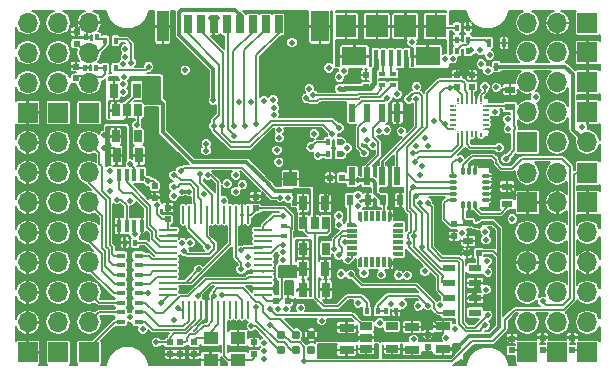
<source format=gbr>
G04 #@! TF.FileFunction,Copper,L4,Bot,Signal*
%FSLAX46Y46*%
G04 Gerber Fmt 4.6, Leading zero omitted, Abs format (unit mm)*
G04 Created by KiCad (PCBNEW 4.0.7-e2-6376~58~ubuntu16.04.1) date Mon Mar 12 00:56:02 2018*
%MOMM*%
%LPD*%
G01*
G04 APERTURE LIST*
%ADD10C,0.100000*%
%ADD11R,1.700000X1.700000*%
%ADD12O,1.700000X1.700000*%
%ADD13R,0.650000X1.060000*%
%ADD14R,0.400000X1.100000*%
%ADD15R,0.450000X0.700000*%
%ADD16C,0.787400*%
%ADD17R,0.700000X1.300000*%
%ADD18R,0.600000X1.550000*%
%ADD19R,0.300000X0.700000*%
%ADD20R,0.300000X0.850000*%
%ADD21R,0.700000X0.300000*%
%ADD22R,0.850000X0.300000*%
%ADD23R,0.150000X0.300000*%
%ADD24R,0.300000X0.150000*%
%ADD25R,1.060000X0.650000*%
%ADD26R,0.760000X0.430000*%
%ADD27R,1.300000X0.700000*%
%ADD28R,1.100000X0.600000*%
%ADD29R,0.400000X0.200000*%
%ADD30R,0.500000X0.200000*%
%ADD31R,0.200000X0.400000*%
%ADD32R,0.200000X0.500000*%
%ADD33R,0.300000X0.100000*%
%ADD34R,0.100000X0.300000*%
%ADD35C,0.500000*%
%ADD36O,0.750000X0.280000*%
%ADD37O,0.750000X0.300000*%
%ADD38O,0.280000X0.750000*%
%ADD39R,1.900000X1.900000*%
%ADD40R,1.800000X1.900000*%
%ADD41R,2.100000X1.600000*%
%ADD42R,0.400000X1.350000*%
%ADD43R,1.300000X1.050000*%
%ADD44R,0.701040X1.501140*%
%ADD45R,1.501140X2.600960*%
%ADD46R,1.000760X2.600960*%
%ADD47R,1.198880X1.198880*%
%ADD48O,0.250000X1.550000*%
%ADD49O,1.550000X0.250000*%
%ADD50R,0.600000X0.500000*%
%ADD51R,0.600000X0.900000*%
%ADD52R,0.500000X0.600000*%
%ADD53R,0.900000X0.600000*%
%ADD54R,0.550000X0.500000*%
%ADD55R,0.400000X0.600000*%
%ADD56R,0.400000X0.550000*%
%ADD57R,0.600000X0.400000*%
%ADD58C,0.150000*%
%ADD59C,0.450000*%
%ADD60C,0.300000*%
%ADD61C,0.200000*%
%ADD62C,0.400000*%
G04 APERTURE END LIST*
D10*
D11*
X68700000Y-36500000D03*
D12*
X68700000Y-39040000D03*
D11*
X63600000Y-36500000D03*
D12*
X63600000Y-39040000D03*
D11*
X21300000Y-28900000D03*
D12*
X21300000Y-26360000D03*
X21300000Y-23820000D03*
X21300000Y-21280000D03*
D11*
X23900000Y-28900000D03*
D12*
X23900000Y-26360000D03*
X23900000Y-23820000D03*
X23900000Y-21280000D03*
D11*
X26500000Y-28900000D03*
D12*
X26500000Y-26360000D03*
X26500000Y-23820000D03*
X26500000Y-21280000D03*
D11*
X68700000Y-49200000D03*
D12*
X68700000Y-46660000D03*
X68700000Y-44120000D03*
X68700000Y-41580000D03*
D11*
X66150000Y-49200000D03*
D12*
X66150000Y-46660000D03*
X66150000Y-44120000D03*
X66150000Y-41580000D03*
X66150000Y-39040000D03*
X66150000Y-36500000D03*
D11*
X63600000Y-49200000D03*
D12*
X63600000Y-46660000D03*
X63600000Y-44120000D03*
X63600000Y-41580000D03*
D11*
X68700000Y-21300000D03*
D12*
X66160000Y-21300000D03*
X63620000Y-21300000D03*
D11*
X68700000Y-23800000D03*
D12*
X66160000Y-23800000D03*
X63620000Y-23800000D03*
D11*
X68700000Y-26300000D03*
D12*
X66160000Y-26300000D03*
X63620000Y-26300000D03*
D11*
X68700000Y-28825000D03*
D12*
X66160000Y-28825000D03*
X63620000Y-28825000D03*
D11*
X63600000Y-31400000D03*
D12*
X66140000Y-31400000D03*
X68680000Y-31400000D03*
D11*
X68700000Y-34000000D03*
D12*
X66160000Y-34000000D03*
X63620000Y-34000000D03*
D11*
X21300000Y-49200000D03*
D12*
X21300000Y-46660000D03*
X21300000Y-44120000D03*
X21300000Y-41580000D03*
X21300000Y-39040000D03*
X21300000Y-36500000D03*
X21300000Y-33960000D03*
X21300000Y-31420000D03*
D11*
X23900000Y-49200000D03*
D12*
X23900000Y-46660000D03*
X23900000Y-44120000D03*
X23900000Y-41580000D03*
X23900000Y-39040000D03*
X23900000Y-36500000D03*
X23900000Y-33960000D03*
X23900000Y-31420000D03*
D11*
X26500000Y-49200000D03*
D12*
X26500000Y-46660000D03*
X26500000Y-44120000D03*
X26500000Y-41580000D03*
X26500000Y-39040000D03*
X26500000Y-36500000D03*
X26500000Y-33960000D03*
X26500000Y-31420000D03*
D13*
X28750000Y-28700000D03*
X29700000Y-28700000D03*
X30650000Y-28700000D03*
X30650000Y-30900000D03*
X28750000Y-30900000D03*
D14*
X30975000Y-38472000D03*
X30325000Y-38472000D03*
X29675000Y-38472000D03*
X29025000Y-38472000D03*
X29025000Y-34172000D03*
X29675000Y-34172000D03*
X30325000Y-34172000D03*
X30975000Y-34172000D03*
D15*
X60325000Y-23000000D03*
X61625000Y-23000000D03*
X60975000Y-25000000D03*
D13*
X44650000Y-38241300D03*
X45600000Y-38241300D03*
X46550000Y-38241300D03*
X46550000Y-40441300D03*
X44650000Y-40441300D03*
D16*
X42760000Y-47700000D03*
X42760000Y-48970000D03*
X44030000Y-47700000D03*
X44030000Y-48970000D03*
X45300000Y-47700000D03*
X45300000Y-48970000D03*
D17*
X44650000Y-43891300D03*
X46550000Y-43891300D03*
D18*
X48795000Y-28900000D03*
X50065000Y-28900000D03*
X51335000Y-28900000D03*
X52605000Y-28900000D03*
X52605000Y-34300000D03*
X51335000Y-34300000D03*
X50065000Y-34300000D03*
X48795000Y-34300000D03*
D19*
X49476622Y-37605036D03*
D20*
X49976622Y-37680036D03*
X50476622Y-37680036D03*
X50976622Y-37680036D03*
X51476622Y-37680036D03*
D19*
X51976622Y-37605036D03*
D21*
X52751622Y-38380036D03*
D22*
X52676622Y-38880036D03*
X52676622Y-39380036D03*
X52676622Y-39880036D03*
X52676622Y-40380036D03*
D21*
X52751622Y-40880036D03*
D19*
X51976622Y-41655036D03*
D20*
X51476622Y-41580036D03*
X50976622Y-41580036D03*
X50476622Y-41580036D03*
X49976622Y-41580036D03*
D19*
X49476622Y-41655036D03*
D21*
X48701622Y-40880036D03*
D22*
X48776622Y-40380036D03*
X48776622Y-39880036D03*
X48776622Y-39380036D03*
X48776622Y-38880036D03*
D21*
X48701622Y-38380036D03*
D23*
X49551622Y-37955036D03*
D10*
G36*
X49476122Y-38105036D02*
X49327122Y-37955036D01*
X49626122Y-37955036D01*
X49477122Y-38105036D01*
X49476122Y-38105036D01*
X49476122Y-38105036D01*
G37*
G36*
X51976122Y-38105036D02*
X51827122Y-37955036D01*
X52126122Y-37955036D01*
X51977122Y-38105036D01*
X51976122Y-38105036D01*
X51976122Y-38105036D01*
G37*
D23*
X51901622Y-37955036D03*
D10*
G36*
X52251622Y-38379536D02*
X52401622Y-38230536D01*
X52401622Y-38529536D01*
X52251622Y-38380536D01*
X52251622Y-38379536D01*
X52251622Y-38379536D01*
G37*
D24*
X52401622Y-38455036D03*
D10*
G36*
X51977122Y-41155036D02*
X52126122Y-41305036D01*
X51827122Y-41305036D01*
X51976122Y-41155036D01*
X51977122Y-41155036D01*
X51977122Y-41155036D01*
G37*
D23*
X51901622Y-41305036D03*
D10*
G36*
X49201622Y-40880536D02*
X49051622Y-41029536D01*
X49051622Y-40730536D01*
X49201622Y-40879536D01*
X49201622Y-40880536D01*
X49201622Y-40880536D01*
G37*
D24*
X49051622Y-40806244D03*
D10*
G36*
X49477122Y-41155036D02*
X49626122Y-41305036D01*
X49327122Y-41305036D01*
X49476122Y-41155036D01*
X49477122Y-41155036D01*
X49477122Y-41155036D01*
G37*
D23*
X49551622Y-41305036D03*
D10*
G36*
X52251622Y-40879536D02*
X52401622Y-40730536D01*
X52401622Y-41029536D01*
X52251622Y-40880536D01*
X52251622Y-40879536D01*
X52251622Y-40879536D01*
G37*
D24*
X52401622Y-40805036D03*
X49051622Y-38455036D03*
D10*
G36*
X49201622Y-38380536D02*
X49051622Y-38529536D01*
X49051622Y-38230536D01*
X49201622Y-38379536D01*
X49201622Y-38380536D01*
X49201622Y-38380536D01*
G37*
D25*
X49950000Y-48900000D03*
X49950000Y-47950000D03*
X49950000Y-47000000D03*
X52150000Y-47000000D03*
X52150000Y-48900000D03*
D26*
X29180000Y-44200000D03*
X30700000Y-44200000D03*
X29180000Y-43400000D03*
X30700000Y-43400000D03*
X29180000Y-45000000D03*
X29180000Y-42600000D03*
X30700000Y-42600000D03*
X30700000Y-45000000D03*
X29180000Y-41800000D03*
X29180000Y-41000000D03*
X29180000Y-46600000D03*
X29180000Y-45800000D03*
X30700000Y-45800000D03*
X30700000Y-46600000D03*
X30700000Y-41000000D03*
X30700000Y-41800000D03*
D27*
X56450000Y-48900000D03*
X56450000Y-47000000D03*
D28*
X59200000Y-42075000D03*
X59200000Y-43325000D03*
X59200000Y-44575000D03*
X57000000Y-44575000D03*
X57000000Y-43325000D03*
X57000000Y-42075000D03*
X59200000Y-45825000D03*
X57000000Y-45825000D03*
D29*
X57250000Y-30300000D03*
D30*
X57300000Y-29900000D03*
X57300000Y-29500000D03*
X57300000Y-29100000D03*
X57300000Y-28700000D03*
D29*
X57250000Y-28300000D03*
D31*
X57700000Y-27850000D03*
D32*
X58100000Y-27900000D03*
X58500000Y-27900000D03*
X58900000Y-27900000D03*
X59300000Y-27900000D03*
D31*
X59700000Y-27850000D03*
D29*
X60150000Y-28300000D03*
D30*
X60100000Y-28700000D03*
X60100000Y-29100000D03*
X60100000Y-29500000D03*
X60100000Y-29900000D03*
D29*
X60150000Y-30300000D03*
D31*
X59700000Y-30750000D03*
D32*
X59300000Y-30700000D03*
X58900000Y-30700000D03*
X58500000Y-30700000D03*
X58100000Y-30700000D03*
D31*
X57700000Y-30750000D03*
D10*
G36*
X57450000Y-30399500D02*
X57450000Y-30200500D01*
X57550000Y-30299500D01*
X57550000Y-30300500D01*
X57450000Y-30399500D01*
X57450000Y-30399500D01*
G37*
G36*
X57799500Y-30550000D02*
X57600500Y-30550000D01*
X57699500Y-30450000D01*
X57700500Y-30450000D01*
X57799500Y-30550000D01*
X57799500Y-30550000D01*
G37*
G36*
X59799500Y-30550000D02*
X59600500Y-30550000D01*
X59699500Y-30450000D01*
X59700500Y-30450000D01*
X59799500Y-30550000D01*
X59799500Y-30550000D01*
G37*
G36*
X59950000Y-30200500D02*
X59950000Y-30399500D01*
X59850000Y-30300500D01*
X59850000Y-30299500D01*
X59950000Y-30200500D01*
X59950000Y-30200500D01*
G37*
G36*
X59950000Y-28200500D02*
X59950000Y-28399500D01*
X59850000Y-28300500D01*
X59850000Y-28299500D01*
X59950000Y-28200500D01*
X59950000Y-28200500D01*
G37*
G36*
X59600500Y-28050000D02*
X59799500Y-28050000D01*
X59700500Y-28150000D01*
X59699500Y-28150000D01*
X59600500Y-28050000D01*
X59600500Y-28050000D01*
G37*
G36*
X57600500Y-28050000D02*
X57799500Y-28050000D01*
X57700500Y-28150000D01*
X57699500Y-28150000D01*
X57600500Y-28050000D01*
X57600500Y-28050000D01*
G37*
G36*
X57450000Y-28399500D02*
X57450000Y-28200500D01*
X57550000Y-28299500D01*
X57550000Y-28300500D01*
X57450000Y-28399500D01*
X57450000Y-28399500D01*
G37*
D33*
X57400000Y-30250000D03*
D34*
X57750000Y-30600000D03*
X59650000Y-30600000D03*
D33*
X60000000Y-30250000D03*
X60000000Y-28350000D03*
D34*
X59650000Y-28000000D03*
X57750000Y-28000000D03*
D33*
X57400000Y-28350000D03*
D35*
X43500000Y-30500000D03*
X58000000Y-50000000D03*
X28000000Y-21500000D03*
X30000000Y-48000000D03*
X29000000Y-48000000D03*
D36*
X60125000Y-36250000D03*
X57275000Y-34250000D03*
X57275000Y-36250000D03*
X57275000Y-35750000D03*
D37*
X57275000Y-35250000D03*
D36*
X57275000Y-34750000D03*
D38*
X58200000Y-33825000D03*
X58700000Y-33825000D03*
X59200000Y-33825000D03*
D36*
X60125000Y-34250000D03*
X60125000Y-34750000D03*
X60125000Y-35250000D03*
X60125000Y-35750000D03*
D38*
X59200000Y-36675000D03*
X58700000Y-36675000D03*
X58200000Y-36675000D03*
D39*
X50870000Y-21590000D03*
X53270000Y-21590000D03*
D40*
X55870000Y-21590000D03*
X48270000Y-21590000D03*
D41*
X55170000Y-24140000D03*
X48970000Y-24140000D03*
D42*
X50770000Y-24265000D03*
X51420000Y-24265000D03*
X52070000Y-24265000D03*
X52720000Y-24265000D03*
X53370000Y-24265000D03*
D36*
X60125000Y-36250000D03*
X57275000Y-34250000D03*
X57275000Y-36250000D03*
X57275000Y-35750000D03*
D37*
X57275000Y-35250000D03*
D36*
X57275000Y-34750000D03*
D38*
X58200000Y-33825000D03*
X58700000Y-33825000D03*
X59200000Y-33825000D03*
D36*
X60125000Y-34250000D03*
X60125000Y-34750000D03*
X60125000Y-35250000D03*
X60125000Y-35750000D03*
D38*
X59200000Y-36675000D03*
X58700000Y-36675000D03*
X58200000Y-36675000D03*
D43*
X39100000Y-49825000D03*
X36800000Y-47975000D03*
X39100000Y-47975000D03*
X36800000Y-49825000D03*
D44*
X42549460Y-21399340D03*
X41449640Y-21399340D03*
X40349820Y-21399340D03*
X39250000Y-21399340D03*
X38150180Y-21399340D03*
X37047820Y-21399340D03*
X35948000Y-21399340D03*
X34848180Y-21399340D03*
D45*
X46049580Y-21600000D03*
D46*
X32750140Y-21600000D03*
D47*
X43550220Y-34500660D03*
D48*
X39950000Y-45575000D03*
X39450000Y-45575000D03*
X38950000Y-45575000D03*
X38450000Y-45575000D03*
X37950000Y-45575000D03*
X37450000Y-45575000D03*
X36950000Y-45575000D03*
X36450000Y-45575000D03*
X35950000Y-45575000D03*
X35450000Y-45575000D03*
X34950000Y-45575000D03*
X34450000Y-45575000D03*
D49*
X33175000Y-44300000D03*
X33175000Y-43800000D03*
X33175000Y-43300000D03*
X33175000Y-42800000D03*
X33175000Y-42300000D03*
X33175000Y-41800000D03*
X33175000Y-41300000D03*
X33175000Y-40800000D03*
X33175000Y-40300000D03*
X33175000Y-39800000D03*
X33175000Y-39300000D03*
X33175000Y-38800000D03*
D48*
X34450000Y-37525000D03*
X34950000Y-37525000D03*
X35450000Y-37525000D03*
X35950000Y-37525000D03*
X36450000Y-37525000D03*
X36950000Y-37525000D03*
X37450000Y-37525000D03*
X37950000Y-37525000D03*
X38450000Y-37525000D03*
X38950000Y-37525000D03*
X39450000Y-37525000D03*
X39950000Y-37525000D03*
D49*
X41225000Y-38800000D03*
X41225000Y-39300000D03*
X41225000Y-39800000D03*
X41225000Y-40300000D03*
X41225000Y-40800000D03*
X41225000Y-41300000D03*
X41225000Y-41800000D03*
X41225000Y-42300000D03*
X41225000Y-42800000D03*
X41225000Y-43300000D03*
X41225000Y-43800000D03*
X41225000Y-44300000D03*
D27*
X48300000Y-49000000D03*
X48300000Y-47100000D03*
D17*
X44600000Y-36541300D03*
X46500000Y-36541300D03*
X28620000Y-27020000D03*
X30520000Y-27020000D03*
D50*
X55175000Y-48700000D03*
X55175000Y-47700000D03*
D27*
X53850000Y-48950000D03*
X53850000Y-47050000D03*
D17*
X44600000Y-42141300D03*
X46500000Y-42141300D03*
X28830000Y-32510000D03*
X30730000Y-32510000D03*
D51*
X48576622Y-36330036D03*
X50076622Y-36330036D03*
D52*
X47900000Y-34400000D03*
X46900000Y-34400000D03*
D51*
X51350000Y-36300000D03*
X52850000Y-36300000D03*
D50*
X49950000Y-25700000D03*
X49950000Y-26700000D03*
X25400000Y-26000000D03*
X25400000Y-25000000D03*
X25450000Y-23050000D03*
X25450000Y-22050000D03*
X33350000Y-49350000D03*
X33350000Y-48350000D03*
X33160000Y-36930000D03*
X33160000Y-37930000D03*
X40600000Y-36000000D03*
X40600000Y-37000000D03*
D52*
X43350000Y-44800000D03*
X42350000Y-44800000D03*
X59500000Y-40800000D03*
X58500000Y-40800000D03*
D50*
X34200000Y-49350000D03*
X34200000Y-48350000D03*
D53*
X58600000Y-38250000D03*
X58600000Y-39750000D03*
D50*
X57404000Y-38362000D03*
X57404000Y-39362000D03*
X40450000Y-48350000D03*
X40450000Y-49350000D03*
X35400000Y-49350000D03*
X35400000Y-48350000D03*
D53*
X61900000Y-36650000D03*
X61900000Y-35150000D03*
D54*
X32050000Y-35100000D03*
D50*
X32050000Y-36100000D03*
D53*
X62125000Y-28436000D03*
X62125000Y-26936000D03*
D50*
X57658000Y-26700000D03*
X57658000Y-25700000D03*
X58928000Y-25700000D03*
X58928000Y-26700000D03*
X64900000Y-48950000D03*
X64900000Y-47950000D03*
X62300000Y-49025000D03*
X62300000Y-48025000D03*
X67425000Y-48950000D03*
X67425000Y-47950000D03*
D55*
X51619962Y-45691318D03*
X52519962Y-45691318D03*
X50944962Y-45691318D03*
X50044962Y-45691318D03*
X57650000Y-21692000D03*
X58550000Y-21692000D03*
D56*
X27090000Y-25090000D03*
X26190000Y-25090000D03*
X27150000Y-22525000D03*
X26250000Y-22525000D03*
D57*
X51300000Y-25650000D03*
X51300000Y-26550000D03*
X52250000Y-25650000D03*
X52250000Y-26550000D03*
D55*
X27840000Y-25150000D03*
X28740000Y-25150000D03*
X27850000Y-22800000D03*
X28750000Y-22800000D03*
X46750000Y-32400000D03*
X47650000Y-32400000D03*
X46750000Y-31400000D03*
X47650000Y-31400000D03*
D57*
X43000000Y-39350000D03*
X43000000Y-38450000D03*
D55*
X57650000Y-23680642D03*
X58550000Y-23680642D03*
X58550000Y-22730642D03*
X57650000Y-22730642D03*
X29522000Y-39900000D03*
X30422000Y-39900000D03*
D35*
X37353240Y-20846980D03*
X36835309Y-20849810D03*
X68329258Y-47901885D03*
X29079880Y-36882729D03*
X44625000Y-32425000D03*
X31575000Y-35875000D03*
X31317307Y-39199131D03*
X49215170Y-48100643D03*
X61604786Y-48625109D03*
X59472056Y-43712798D03*
X55530999Y-42941405D03*
X32050000Y-28850000D03*
X57967608Y-25454720D03*
X39647145Y-36249020D03*
X29850000Y-29600000D03*
X54050000Y-41475000D03*
X53605903Y-41027070D03*
X35425000Y-50050000D03*
X31800000Y-20925000D03*
X64900000Y-47260001D03*
X30630000Y-37380000D03*
X32249964Y-33306237D03*
X31595825Y-33306237D03*
X59049998Y-37549999D03*
X46142502Y-34437808D03*
X53238943Y-37625470D03*
X58516633Y-25441240D03*
X58849998Y-40600000D03*
X31800000Y-21600000D03*
X31100000Y-21600000D03*
X57542782Y-40239738D03*
X36784647Y-34831383D03*
X38608000Y-42164000D03*
X59000000Y-46600000D03*
X55377826Y-45913076D03*
X54545692Y-45893266D03*
X47400000Y-42081125D03*
X47163515Y-36500000D03*
X47150309Y-35727993D03*
X53860000Y-45890000D03*
X47320394Y-44830836D03*
X36906525Y-42205203D03*
X39096507Y-46989920D03*
X34250000Y-50050000D03*
X59500000Y-31341353D03*
X48166675Y-48100000D03*
X37657989Y-38728500D03*
X37657989Y-39343661D03*
X34244169Y-28802237D03*
X33740000Y-28802237D03*
X45846106Y-47206396D03*
X33740000Y-29320000D03*
X34244169Y-29328412D03*
X51380920Y-48100000D03*
X55694200Y-48014074D03*
X54680545Y-48031551D03*
X36410308Y-44397641D03*
X53125001Y-26383186D03*
X56207414Y-45206940D03*
X55703371Y-29576528D03*
X42189673Y-28497544D03*
X42172326Y-29063041D03*
X39952000Y-41798000D03*
X41336300Y-48388417D03*
X39950000Y-41150000D03*
X37019466Y-27858040D03*
X39250940Y-20649401D03*
X60275000Y-25332550D03*
X62340437Y-37905590D03*
X49264058Y-34627923D03*
X54000000Y-48100000D03*
X46200000Y-46500000D03*
X53000000Y-45100000D03*
X52079522Y-45071647D03*
X43173481Y-45511974D03*
X56620012Y-24342222D03*
X33684236Y-46484261D03*
X34944753Y-35573255D03*
X43688000Y-22957541D03*
X34350000Y-35573255D03*
X34406308Y-39920430D03*
X35052012Y-39920430D03*
X53848000Y-22940002D03*
X60406666Y-24008976D03*
X49300000Y-45006217D03*
X31282767Y-26572244D03*
X31286875Y-27217153D03*
X46088783Y-49409241D03*
X46749099Y-49425038D03*
X28265150Y-35499999D03*
X28265150Y-33796965D03*
X28265150Y-34648482D03*
X31811330Y-27210123D03*
X31811330Y-26549425D03*
X59512050Y-38471047D03*
X56640053Y-29874990D03*
X57100011Y-26775010D03*
X61793900Y-32800014D03*
X32256624Y-36750003D03*
X44678706Y-49941241D03*
X42794279Y-42592748D03*
X32199993Y-48337313D03*
X41803759Y-46838384D03*
X31500000Y-34675000D03*
X27800000Y-31900000D03*
X27800000Y-30800000D03*
X47730970Y-26855355D03*
X36417024Y-31531571D03*
X36400000Y-32100000D03*
X37060290Y-44391471D03*
X64300000Y-27575000D03*
X58099688Y-39053165D03*
X40236270Y-46958092D03*
X39370000Y-42164000D03*
X40649225Y-45368931D03*
X42926000Y-37612600D03*
X59708436Y-24774521D03*
X45146717Y-26860540D03*
X59641628Y-23629824D03*
X42600000Y-30378994D03*
X37071271Y-30003739D03*
X47108355Y-30732340D03*
X37721100Y-29988335D03*
X47681416Y-30193997D03*
X38810049Y-30880615D03*
X38774389Y-30035778D03*
X39681299Y-30003345D03*
X40666836Y-29846339D03*
X42908482Y-40068435D03*
X29958216Y-46214372D03*
X41317823Y-49056719D03*
X31050000Y-47215002D03*
X41324072Y-49734720D03*
X47699482Y-25870575D03*
X47650000Y-37650000D03*
X48074992Y-25340014D03*
X47675000Y-38375000D03*
X46799778Y-25117966D03*
X35910566Y-34105250D03*
X43353025Y-36122913D03*
X33661460Y-35950000D03*
X55155538Y-31688581D03*
X45562461Y-30684091D03*
X29999508Y-36339240D03*
X36194775Y-35820368D03*
X37898488Y-36348512D03*
X55211538Y-45226038D03*
X49780436Y-42500000D03*
X34637311Y-25300012D03*
X54380635Y-45264560D03*
X31540066Y-25035391D03*
X30078230Y-24657008D03*
X54950000Y-42335353D03*
X34050012Y-45412078D03*
X45900000Y-32500000D03*
X47904458Y-32436209D03*
X32600000Y-45000000D03*
X45300000Y-31800000D03*
X47890308Y-31418090D03*
X33661460Y-34200000D03*
X33661460Y-35150000D03*
X68252736Y-30150684D03*
X36571750Y-40290298D03*
X29575268Y-23508280D03*
X54983640Y-31061710D03*
X54196209Y-31724051D03*
X29573259Y-24158288D03*
X29381287Y-26497624D03*
X54705997Y-33433156D03*
X54523970Y-34175527D03*
X29404200Y-24785930D03*
X29450000Y-25851254D03*
X50000000Y-31200000D03*
X49787049Y-30375002D03*
X29400946Y-27147338D03*
X58836332Y-23629824D03*
X42600000Y-31029007D03*
X60108124Y-39665446D03*
X51249091Y-42613097D03*
X34540000Y-40649988D03*
X62006718Y-30268235D03*
X30393660Y-39199980D03*
X39160164Y-28000000D03*
X38196110Y-34924255D03*
X40175000Y-28000000D03*
X38928590Y-34191349D03*
X41286752Y-27900000D03*
X38915492Y-35579204D03*
X39490441Y-35004254D03*
X42105159Y-27792255D03*
X60047295Y-39018287D03*
X50523057Y-31626943D03*
X60185406Y-41479155D03*
X51685439Y-30371871D03*
X60250001Y-42390296D03*
X51037072Y-30418084D03*
X60099609Y-43882190D03*
X52935461Y-30474191D03*
X60980942Y-26750526D03*
X36595525Y-34196330D03*
X61946469Y-29460470D03*
X35814000Y-42164000D03*
X60899986Y-28823664D03*
X28852209Y-36264988D03*
X42887132Y-40718096D03*
X56751527Y-47964686D03*
X42926928Y-41378116D03*
X57500002Y-47175033D03*
X60237919Y-46047803D03*
X55163043Y-36515871D03*
X60058287Y-46900000D03*
X54509265Y-36509668D03*
X52585257Y-27342977D03*
X52700000Y-42650000D03*
X53432050Y-42667950D03*
X54225221Y-26720595D03*
X31502390Y-44172452D03*
X35707794Y-44407794D03*
X48157956Y-39880027D03*
X41825557Y-45500643D03*
X48400926Y-41331078D03*
X47275012Y-40433325D03*
X47642602Y-40977917D03*
X49276634Y-35916815D03*
X57910000Y-32910287D03*
X47852310Y-42547955D03*
X64910000Y-44880000D03*
X61200014Y-31866740D03*
X51105193Y-46709892D03*
X54697258Y-40299050D03*
X54189208Y-35943913D03*
X54071389Y-33043556D03*
X53550399Y-39906754D03*
X53889197Y-35225010D03*
X53905517Y-32315195D03*
X54026301Y-39368571D03*
X54220065Y-27697983D03*
X49795667Y-32300000D03*
X53572296Y-27751938D03*
X51750000Y-27650000D03*
X60020150Y-26707389D03*
X57278917Y-24342222D03*
X48346492Y-31881135D03*
X42523580Y-45500012D03*
X42418408Y-32079400D03*
X42561036Y-33083283D03*
X44413966Y-45447498D03*
X49275036Y-36815643D03*
X48644452Y-42589519D03*
X37739196Y-44370177D03*
X30533315Y-29944415D03*
X42658581Y-36083231D03*
X29987719Y-33238209D03*
X34275000Y-33800000D03*
X39400000Y-40550002D03*
X45499990Y-27418956D03*
X44903025Y-27676148D03*
D58*
X32050000Y-36100000D02*
X32432325Y-36100000D01*
X32432325Y-36100000D02*
X32575001Y-35957324D01*
X32575001Y-35957324D02*
X32575001Y-33631274D01*
X32575001Y-33631274D02*
X32499963Y-33556236D01*
X32499963Y-33556236D02*
X32249964Y-33306237D01*
X67698115Y-47901885D02*
X67975705Y-47901885D01*
X67650000Y-47950000D02*
X67698115Y-47901885D01*
X67975705Y-47901885D02*
X68329258Y-47901885D01*
X43550220Y-34341320D02*
X43550220Y-33591880D01*
X43550220Y-33591880D02*
X44625000Y-32517100D01*
X44625000Y-32517100D02*
X44625000Y-32425000D01*
X32050000Y-36100000D02*
X31800000Y-36100000D01*
X31800000Y-36100000D02*
X31575000Y-35875000D01*
X49270000Y-47950000D02*
X49215170Y-48004830D01*
X49215170Y-48004830D02*
X49215170Y-48100643D01*
X49950000Y-47950000D02*
X49270000Y-47950000D01*
X61649891Y-48625109D02*
X61604786Y-48625109D01*
X62250000Y-48025000D02*
X61649891Y-48625109D01*
X62300000Y-48025000D02*
X62250000Y-48025000D01*
X61561601Y-48625109D02*
X61604786Y-48625109D01*
X64900000Y-48025000D02*
X64900000Y-47260001D01*
X64909178Y-48033753D02*
X64900000Y-48024575D01*
X58646447Y-46600000D02*
X58424999Y-46378552D01*
X59222057Y-43427943D02*
X59222057Y-43462799D01*
X58424999Y-44759855D02*
X59222057Y-43962797D01*
X59222057Y-43462799D02*
X59472056Y-43712798D01*
X59222057Y-43962797D02*
X59472056Y-43712798D01*
X59300000Y-43350000D02*
X59222057Y-43427943D01*
X58424999Y-46378552D02*
X58424999Y-44759855D01*
X59000000Y-46600000D02*
X58646447Y-46600000D01*
X60266629Y-32925000D02*
X61025000Y-33683371D01*
X61025000Y-33683371D02*
X61175000Y-33833371D01*
X61900000Y-35150000D02*
X61900000Y-34558371D01*
X61900000Y-34558371D02*
X61025000Y-33683371D01*
X61175000Y-33833371D02*
X61175000Y-34380274D01*
X61900000Y-35150000D02*
X61941050Y-35150000D01*
X61941050Y-35150000D02*
X62641050Y-35850000D01*
X62641050Y-35850000D02*
X62950000Y-35850000D01*
X62950000Y-35850000D02*
X63600000Y-36500000D01*
X25450000Y-21875000D02*
X26045000Y-21280000D01*
X26045000Y-21280000D02*
X26500000Y-21280000D01*
X25450000Y-22050000D02*
X25450000Y-21875000D01*
X57662719Y-25704719D02*
X57717609Y-25704719D01*
X57658000Y-25700000D02*
X57662719Y-25704719D01*
X57717609Y-25704719D02*
X57967608Y-25454720D01*
X58516633Y-25424515D02*
X58486428Y-25454720D01*
X58486428Y-25454720D02*
X58321161Y-25454720D01*
X58321161Y-25454720D02*
X57967608Y-25454720D01*
X40600000Y-36000000D02*
X39896165Y-36000000D01*
X39896165Y-36000000D02*
X39647145Y-36249020D01*
X29700000Y-28700000D02*
X29700000Y-29450000D01*
X29700000Y-29450000D02*
X29850000Y-29600000D01*
X30520000Y-27020000D02*
X30520000Y-27320000D01*
X30520000Y-27320000D02*
X29700000Y-28140000D01*
X29700000Y-28140000D02*
X29700000Y-28700000D01*
X60550000Y-31200000D02*
X60408647Y-31341353D01*
X60408647Y-31341353D02*
X59500000Y-31341353D01*
X60550000Y-30500000D02*
X60550000Y-31200000D01*
X60000000Y-30250000D02*
X60300000Y-30250000D01*
X60300000Y-30250000D02*
X60550000Y-30500000D01*
X53605903Y-41027070D02*
X53605903Y-41030903D01*
X53605903Y-41030903D02*
X54050000Y-41475000D01*
X53355904Y-41277069D02*
X53605903Y-41027070D01*
X53052937Y-41580036D02*
X53355904Y-41277069D01*
X51976622Y-41580036D02*
X53052937Y-41580036D01*
X35400000Y-49350000D02*
X35400000Y-50025000D01*
X35400000Y-50025000D02*
X35425000Y-50050000D01*
X31800000Y-21600000D02*
X31800000Y-20925000D01*
X31999965Y-33056238D02*
X32249964Y-33306237D01*
X31453727Y-32510000D02*
X31999965Y-33056238D01*
X30730000Y-32510000D02*
X31453727Y-32510000D01*
X33125000Y-36575000D02*
X33125000Y-36895000D01*
X33125000Y-36895000D02*
X33160000Y-36930000D01*
X32650000Y-36100000D02*
X33125000Y-36575000D01*
X32050000Y-36100000D02*
X32650000Y-36100000D01*
X58700000Y-36675000D02*
X58700000Y-37200001D01*
X58700000Y-37200001D02*
X59049998Y-37549999D01*
X59075000Y-32925000D02*
X59200000Y-32925000D01*
X59200000Y-32925000D02*
X60266629Y-32925000D01*
X59200000Y-33825000D02*
X59200000Y-33300000D01*
X59200000Y-33300000D02*
X59200000Y-32925000D01*
X61175000Y-33833371D02*
X61175000Y-34300000D01*
X61175000Y-34300000D02*
X61175000Y-34750000D01*
X60125000Y-34250000D02*
X61125000Y-34250000D01*
X61125000Y-34250000D02*
X61175000Y-34300000D01*
X61175000Y-34750000D02*
X61175000Y-35250000D01*
X60125000Y-34750000D02*
X61175000Y-34750000D01*
X61175000Y-35250000D02*
X61175000Y-35750000D01*
X60125000Y-35250000D02*
X60650000Y-35250000D01*
X60650000Y-35250000D02*
X61175000Y-35250000D01*
X61175000Y-35750000D02*
X61175000Y-35875000D01*
X60125000Y-35750000D02*
X61175000Y-35750000D01*
X61175000Y-35875000D02*
X60800000Y-36250000D01*
X60800000Y-36250000D02*
X60125000Y-36250000D01*
X58700000Y-33825000D02*
X58700000Y-33300000D01*
X58700000Y-33300000D02*
X59075000Y-32925000D01*
X29025000Y-38472000D02*
X29025000Y-36955000D01*
X29025000Y-36955000D02*
X28945000Y-36875000D01*
X46800000Y-34600000D02*
X46800000Y-34437808D01*
X46800000Y-34437808D02*
X46496055Y-34437808D01*
X46496055Y-34437808D02*
X46142502Y-34437808D01*
X52988944Y-37375471D02*
X53238943Y-37625470D01*
X52850000Y-36300000D02*
X52850000Y-37236527D01*
X53184377Y-37680036D02*
X53238943Y-37625470D01*
X52850000Y-37236527D02*
X52988944Y-37375471D01*
X51976622Y-37680036D02*
X53184377Y-37680036D01*
X59300000Y-27900000D02*
X59300000Y-27283002D01*
X59300000Y-27283002D02*
X59500000Y-27083002D01*
X59500000Y-27083002D02*
X59500000Y-25800000D01*
X59500000Y-25800000D02*
X59400000Y-25700000D01*
X59400000Y-25700000D02*
X58928000Y-25700000D01*
X57404000Y-39362000D02*
X57404000Y-40100956D01*
X57404000Y-40100956D02*
X57542782Y-40239738D01*
X58600000Y-39750000D02*
X58032520Y-39750000D01*
X58032520Y-39750000D02*
X57542782Y-40239738D01*
X58400000Y-40800000D02*
X58400000Y-40750000D01*
X57889738Y-40239738D02*
X57542782Y-40239738D01*
X58400000Y-40750000D02*
X57889738Y-40239738D01*
X26290000Y-25150000D02*
X25550000Y-25150000D01*
X25550000Y-25150000D02*
X25400000Y-25000000D01*
X26300000Y-22700000D02*
X26300000Y-21480000D01*
X26300000Y-21480000D02*
X26500000Y-21280000D01*
X56450000Y-47000000D02*
X56150000Y-47000000D01*
X56150000Y-47000000D02*
X55377826Y-46227826D01*
X55377826Y-46227826D02*
X55377826Y-45913076D01*
X55175000Y-46522574D02*
X55175000Y-46115902D01*
X55175000Y-46115902D02*
X55377826Y-45913076D01*
X54795691Y-46143265D02*
X54545692Y-45893266D01*
X55175000Y-46522574D02*
X54795691Y-46143265D01*
X55175000Y-47700000D02*
X55175000Y-46522574D01*
X52519962Y-45691318D02*
X53661318Y-45691318D01*
X53661318Y-45691318D02*
X53860000Y-45890000D01*
X47339825Y-42141300D02*
X47400000Y-42081125D01*
X46500000Y-42141300D02*
X47339825Y-42141300D01*
X46500000Y-36541300D02*
X47122215Y-36541300D01*
X47122215Y-36541300D02*
X47163515Y-36500000D01*
X47013307Y-35727993D02*
X47150309Y-35727993D01*
X46500000Y-36241300D02*
X47013307Y-35727993D01*
X46500000Y-36541300D02*
X46500000Y-36241300D01*
X53850000Y-45900000D02*
X53860000Y-45890000D01*
X53850000Y-47050000D02*
X53850000Y-45900000D01*
X39100000Y-46993413D02*
X39096507Y-46989920D01*
X39100000Y-47975000D02*
X39100000Y-46993413D01*
X34200000Y-49350000D02*
X34200000Y-50000000D01*
X34200000Y-50000000D02*
X34250000Y-50050000D01*
X59300000Y-31141353D02*
X59500000Y-31341353D01*
X59300000Y-30700000D02*
X59300000Y-31141353D01*
X37657989Y-39343661D02*
X37657989Y-38728500D01*
X51353726Y-47950000D02*
X51380920Y-47977194D01*
X49950000Y-47950000D02*
X51353726Y-47950000D01*
X48300000Y-47955733D02*
X48166675Y-48089058D01*
X48300000Y-47100000D02*
X48300000Y-47955733D01*
X36450000Y-44437333D02*
X36410308Y-44397641D01*
X36450000Y-45575000D02*
X36450000Y-44437333D01*
X53370000Y-26138187D02*
X53125001Y-26383186D01*
D59*
X53370000Y-24265000D02*
X53370000Y-26138187D01*
D60*
X34132789Y-20410053D02*
X34311430Y-20231412D01*
X34311430Y-20231412D02*
X38832951Y-20231412D01*
X38832951Y-20231412D02*
X39000941Y-20399402D01*
X39000941Y-20399402D02*
X39250940Y-20649401D01*
X34203488Y-20346585D02*
X34116374Y-20433699D01*
X34116374Y-20433699D02*
X34116374Y-22325577D01*
X34116374Y-22325577D02*
X37019466Y-25228669D01*
X37019466Y-25228669D02*
X37019466Y-27858040D01*
D58*
X50065000Y-33435000D02*
X50065000Y-34300000D01*
X47800000Y-34600000D02*
X48795000Y-34600000D01*
X39250940Y-20899200D02*
X39250940Y-20649401D01*
D60*
X50065000Y-34600000D02*
X50515000Y-34600000D01*
X50515000Y-34600000D02*
X50734999Y-34819999D01*
X50734999Y-34819999D02*
X50734999Y-35615001D01*
X50734999Y-35615001D02*
X50742503Y-35622505D01*
X50742503Y-35622505D02*
X50742503Y-35692503D01*
X50742503Y-35692503D02*
X51350000Y-36300000D01*
D58*
X50998058Y-32501942D02*
X50065000Y-33435000D01*
X50065000Y-33435000D02*
X50065000Y-34600000D01*
X50998058Y-31398942D02*
X50998058Y-32300000D01*
X50998058Y-32300000D02*
X50998058Y-32501942D01*
D60*
X49596442Y-34604271D02*
X49287710Y-34604271D01*
D58*
X51335000Y-29417154D02*
X50562071Y-30190083D01*
X50562071Y-30190083D02*
X50562071Y-30962955D01*
X50562071Y-30962955D02*
X50998058Y-31398942D01*
X49287710Y-34604271D02*
X49264058Y-34627923D01*
D60*
X50065000Y-34600000D02*
X49291981Y-34600000D01*
D58*
X49245000Y-34600000D02*
X49264058Y-34619058D01*
X48795000Y-34600000D02*
X49245000Y-34600000D01*
X49264058Y-34619058D02*
X49264058Y-34627923D01*
X49291981Y-34600000D02*
X49264058Y-34627923D01*
X51350000Y-36300000D02*
X51476622Y-36426622D01*
X51476622Y-36426622D02*
X51476622Y-37680036D01*
X67425000Y-49025000D02*
X68525000Y-49025000D01*
X68525000Y-49025000D02*
X68700000Y-49200000D01*
X62300000Y-49025000D02*
X63425000Y-49025000D01*
X63425000Y-49025000D02*
X63600000Y-49200000D01*
X64900000Y-49025000D02*
X65975000Y-49025000D01*
X65975000Y-49025000D02*
X66150000Y-49200000D01*
X34941472Y-35573255D02*
X34960834Y-35592617D01*
X34960834Y-35592617D02*
X34971438Y-35592617D01*
D60*
X34410253Y-35573255D02*
X34941472Y-35573255D01*
X41697565Y-34997565D02*
X42207625Y-35507625D01*
X42207625Y-35507625D02*
X44507625Y-35507625D01*
D58*
X44507625Y-35507625D02*
X44600000Y-35600000D01*
X41697565Y-34975000D02*
X41697565Y-34997565D01*
D60*
X41671655Y-34951395D02*
X42002410Y-35282150D01*
D58*
X41697565Y-34975000D02*
X41697565Y-35022565D01*
D60*
X41697565Y-34975000D02*
X39822565Y-33100000D01*
X35300000Y-33100000D02*
X32725000Y-30525000D01*
X32407522Y-27807522D02*
X32725000Y-28125000D01*
X32725000Y-28125000D02*
X32725000Y-30525000D01*
D58*
X32407522Y-27806315D02*
X32407522Y-27807522D01*
X31640428Y-27217153D02*
X31286875Y-27217153D01*
X31796864Y-27217153D02*
X31640428Y-27217153D01*
X31811330Y-27202687D02*
X31796864Y-27217153D01*
X50044962Y-45691318D02*
X50044962Y-44986440D01*
X50044962Y-44986440D02*
X49553985Y-44495463D01*
X48350298Y-44495463D02*
X47539924Y-45305837D01*
X49553985Y-44495463D02*
X48350298Y-44495463D01*
X45638042Y-39121958D02*
X45660000Y-39100000D01*
X47539924Y-45305837D02*
X46385837Y-45305837D01*
X46385837Y-45305837D02*
X45638042Y-44558042D01*
X45638042Y-44558042D02*
X45638042Y-39121958D01*
X46621300Y-39100000D02*
X45660000Y-39100000D01*
X45660000Y-39100000D02*
X45078700Y-39100000D01*
X44650000Y-38241300D02*
X44650000Y-36591300D01*
X44650000Y-36591300D02*
X44600000Y-36541300D01*
X44600000Y-35600000D02*
X44600000Y-36541300D01*
X46338782Y-49159242D02*
X46088783Y-49409241D01*
X46498024Y-49000000D02*
X46338782Y-49159242D01*
X48300000Y-49000000D02*
X46498024Y-49000000D01*
D60*
X39822565Y-33100000D02*
X35300000Y-33100000D01*
X32407522Y-27806315D02*
X31811330Y-27210123D01*
D58*
X46999098Y-49175039D02*
X46749099Y-49425038D01*
X47174137Y-49000000D02*
X46999098Y-49175039D01*
X48300000Y-49000000D02*
X47174137Y-49000000D01*
X31215290Y-26549425D02*
X31208989Y-26555726D01*
X31814823Y-26549425D02*
X31215290Y-26549425D01*
X45078700Y-39100000D02*
X44900000Y-38921300D01*
X44900000Y-38921300D02*
X44900000Y-38241300D01*
X46800000Y-38241300D02*
X46800000Y-38921300D01*
X46800000Y-38921300D02*
X46621300Y-39100000D01*
X56640053Y-29874990D02*
X56555022Y-29874990D01*
X56555022Y-29874990D02*
X56205761Y-29525729D01*
X56205761Y-29525729D02*
X56205761Y-27229964D01*
X56205761Y-27229964D02*
X56655168Y-26780557D01*
X56655168Y-26780557D02*
X57094464Y-26780557D01*
X57094464Y-26780557D02*
X57100011Y-26775010D01*
D60*
X61214000Y-38717347D02*
X61214000Y-41150000D01*
X60717701Y-38221048D02*
X61214000Y-38717347D01*
X59762049Y-38221048D02*
X60717701Y-38221048D01*
X59512050Y-38471047D02*
X59762049Y-38221048D01*
D61*
X62157031Y-28343061D02*
X62493620Y-28679650D01*
X62499999Y-30349999D02*
X62499999Y-32093915D01*
X62493620Y-28679650D02*
X62493620Y-30044719D01*
X62043899Y-32550015D02*
X61793900Y-32800014D01*
X62499999Y-32093915D02*
X62043899Y-32550015D01*
X62549999Y-30299999D02*
X62499999Y-30349999D01*
X62549999Y-30101098D02*
X62549999Y-30299999D01*
X62493620Y-30044719D02*
X62549999Y-30101098D01*
D60*
X58850000Y-38250000D02*
X59071047Y-38471047D01*
X59071047Y-38471047D02*
X59512050Y-38471047D01*
D58*
X58600000Y-38250000D02*
X58850000Y-38250000D01*
X56571270Y-37930610D02*
X56571270Y-36534146D01*
X56900000Y-30300000D02*
X56640053Y-30040053D01*
D61*
X58600000Y-38250000D02*
X58472242Y-38377758D01*
X58472242Y-38377758D02*
X57443235Y-38377758D01*
X57443235Y-38377758D02*
X57438693Y-38373216D01*
X57438693Y-38373216D02*
X57438693Y-38419139D01*
D58*
X56640053Y-30040053D02*
X56640053Y-29874990D01*
X57250000Y-30300000D02*
X56900000Y-30300000D01*
X57175021Y-26700000D02*
X57100011Y-26775010D01*
X57658000Y-26700000D02*
X57175021Y-26700000D01*
X61214000Y-41150000D02*
X60715002Y-40651002D01*
X60715002Y-40651002D02*
X59693296Y-40651002D01*
X59693296Y-40651002D02*
X59446643Y-40897655D01*
X59446643Y-40897655D02*
X59446643Y-41953357D01*
X59446643Y-41953357D02*
X59300000Y-42100000D01*
D60*
X58718083Y-38368083D02*
X58600000Y-38250000D01*
X61214000Y-47038075D02*
X61214000Y-41150000D01*
D61*
X60052800Y-28297200D02*
X62102830Y-28297200D01*
X62102830Y-28297200D02*
X62161200Y-28355570D01*
D58*
X58600000Y-38250000D02*
X58522130Y-38250000D01*
X58522130Y-38250000D02*
X58200000Y-37927870D01*
X58200000Y-37927870D02*
X58200000Y-37200000D01*
X58200000Y-37200000D02*
X58200000Y-36675000D01*
X57415651Y-38396097D02*
X57036757Y-38396097D01*
X57036757Y-38396097D02*
X56571270Y-37930610D01*
X56571270Y-36534146D02*
X56855416Y-36250000D01*
X56855416Y-36250000D02*
X57275000Y-36250000D01*
D60*
X56450000Y-48900000D02*
X57250000Y-48900000D01*
X57250000Y-48900000D02*
X57567137Y-48582863D01*
X57567137Y-48582863D02*
X57878688Y-48582863D01*
X57878688Y-48582863D02*
X58693372Y-47768179D01*
X58693372Y-47768179D02*
X60483896Y-47768179D01*
X60483896Y-47768179D02*
X61214000Y-47038075D01*
D58*
X58100000Y-27900000D02*
X58100000Y-27379277D01*
X58100000Y-27379277D02*
X57660893Y-26940170D01*
X57660893Y-26940170D02*
X57660893Y-26715949D01*
X68700000Y-34000000D02*
X67700000Y-34000000D01*
X62565001Y-45584999D02*
X61717227Y-46432773D01*
X67700000Y-34000000D02*
X67535011Y-34164989D01*
X67535011Y-34164989D02*
X67535010Y-44750270D01*
X67535010Y-44750270D02*
X66700281Y-45584999D01*
X66700281Y-45584999D02*
X62565001Y-45584999D01*
X45032259Y-49941241D02*
X44678706Y-49941241D01*
X61717227Y-46432773D02*
X61717227Y-47195502D01*
X61717227Y-47195502D02*
X60662729Y-48250000D01*
X60662729Y-48250000D02*
X58926195Y-48250000D01*
X58926195Y-48250000D02*
X57234954Y-49941241D01*
X57234954Y-49941241D02*
X45032259Y-49941241D01*
X32107045Y-35047428D02*
X32114915Y-35039558D01*
X31750000Y-34675000D02*
X31500000Y-34675000D01*
X31955000Y-34675000D02*
X31750000Y-34675000D01*
X32114915Y-34834915D02*
X31955000Y-34675000D01*
X32114915Y-35039558D02*
X32114915Y-34834915D01*
X41225000Y-44300000D02*
X41225000Y-44491783D01*
X41225000Y-44491783D02*
X41533217Y-44800000D01*
X41533217Y-44800000D02*
X42350000Y-44800000D01*
X43245727Y-42141300D02*
X42803558Y-42583469D01*
X42803558Y-42583469D02*
X42803558Y-44580235D01*
X44600000Y-42141300D02*
X43245727Y-42141300D01*
X42794279Y-44575552D02*
X42569831Y-44800000D01*
X42569831Y-44800000D02*
X42350000Y-44800000D01*
X43245727Y-42141300D02*
X42794279Y-42592748D01*
X33160000Y-37930000D02*
X32710000Y-37930000D01*
X32710000Y-37930000D02*
X32256624Y-37476624D01*
X32256624Y-37476624D02*
X32256624Y-37103556D01*
X32256624Y-37103556D02*
X32256624Y-36750003D01*
X33160000Y-37930000D02*
X33160000Y-38785000D01*
X33160000Y-38785000D02*
X33175000Y-38800000D01*
X44678706Y-48703028D02*
X44678706Y-49587688D01*
X42960018Y-47700000D02*
X43611317Y-48351299D01*
X44326977Y-48351299D02*
X44678706Y-48703028D01*
X42760000Y-47700000D02*
X42960018Y-47700000D01*
X43611317Y-48351299D02*
X44326977Y-48351299D01*
X44678706Y-49587688D02*
X44678706Y-49941241D01*
X32212680Y-48350000D02*
X32199993Y-48337313D01*
X33350000Y-48350000D02*
X32212680Y-48350000D01*
X42760000Y-47700000D02*
X41898384Y-46838384D01*
X41898384Y-46838384D02*
X41803759Y-46838384D01*
X43564372Y-38862000D02*
X43564372Y-41350000D01*
X42794279Y-42592748D02*
X43564372Y-41822655D01*
X43564372Y-41822655D02*
X43564372Y-41350000D01*
X43664156Y-38762216D02*
X43564372Y-38862000D01*
X43664156Y-37627154D02*
X43664156Y-38762216D01*
X43037002Y-37000000D02*
X43664156Y-37627154D01*
X40600000Y-37000000D02*
X43037002Y-37000000D01*
X43564372Y-38664372D02*
X43564372Y-38862000D01*
X43450000Y-38550000D02*
X43564372Y-38664372D01*
X43000000Y-38550000D02*
X43450000Y-38550000D01*
X43000000Y-38550000D02*
X43310016Y-38550000D01*
X33175000Y-38800000D02*
X33143389Y-38831611D01*
X30975000Y-34350000D02*
X31175000Y-34350000D01*
X31175000Y-34350000D02*
X31500000Y-34675000D01*
X39950000Y-37525000D02*
X40237562Y-37525000D01*
X40237562Y-37525000D02*
X40600000Y-37162562D01*
X40600000Y-37162562D02*
X40600000Y-37000000D01*
X44175000Y-40441300D02*
X44650000Y-40441300D01*
X35950000Y-46348558D02*
X35950000Y-45575000D01*
X34715217Y-47583341D02*
X35950000Y-46348558D01*
X33350000Y-47950000D02*
X33716659Y-47583341D01*
X33350000Y-48350000D02*
X33350000Y-47950000D01*
X33716659Y-47583341D02*
X34715217Y-47583341D01*
D60*
X44600000Y-42141300D02*
X44200000Y-42141300D01*
D58*
X28650000Y-31900000D02*
X27800000Y-31900000D01*
X28950000Y-32500000D02*
X28950000Y-32200000D01*
X28950000Y-32200000D02*
X28650000Y-31900000D01*
X28750000Y-30900000D02*
X27900000Y-30900000D01*
X27900000Y-30900000D02*
X27800000Y-30800000D01*
X48576622Y-36330036D02*
X48576622Y-38180036D01*
X48576622Y-38180036D02*
X48776622Y-38380036D01*
D59*
X48145932Y-26793946D02*
X48084523Y-26855355D01*
X48084523Y-26855355D02*
X47730970Y-26855355D01*
X50275272Y-26793946D02*
X48145932Y-26793946D01*
D58*
X49950000Y-26700000D02*
X50181326Y-26700000D01*
X50181326Y-26700000D02*
X50275272Y-26793946D01*
X36417024Y-31531571D02*
X36417024Y-32082976D01*
X36417024Y-32082976D02*
X36400000Y-32100000D01*
D62*
X50756784Y-24472094D02*
X50756784Y-25149999D01*
X50709999Y-25149999D02*
X50649999Y-25209999D01*
X50649999Y-25209999D02*
X50649999Y-26090001D01*
X50649999Y-26109999D02*
X50649999Y-26419219D01*
X50649999Y-26419219D02*
X50275272Y-26793946D01*
D58*
X27190000Y-25150000D02*
X27840000Y-25150000D01*
X27600000Y-25900000D02*
X26960000Y-25900000D01*
X26960000Y-25900000D02*
X26500000Y-26360000D01*
X27850000Y-25200000D02*
X27850000Y-25650000D01*
X27850000Y-25650000D02*
X27600000Y-25900000D01*
X26300000Y-26160000D02*
X26500000Y-26360000D01*
X25450000Y-25750000D02*
X25890000Y-25750000D01*
X25890000Y-25750000D02*
X26500000Y-26360000D01*
X27200000Y-22700000D02*
X27850000Y-22700000D01*
X25450000Y-23000000D02*
X25450000Y-23095513D01*
X25450000Y-23095513D02*
X26174487Y-23820000D01*
X26174487Y-23820000D02*
X26500000Y-23820000D01*
X27850000Y-22700000D02*
X27850000Y-23150000D01*
X27850000Y-23150000D02*
X27180000Y-23820000D01*
X27180000Y-23820000D02*
X26500000Y-23820000D01*
X26770000Y-23550000D02*
X26500000Y-23820000D01*
X37060290Y-44391471D02*
X37060290Y-44037918D01*
X41218055Y-45768235D02*
X41813203Y-46363383D01*
X41813203Y-46363383D02*
X42693383Y-46363383D01*
X42693383Y-46363383D02*
X43636301Y-47306301D01*
X37060290Y-44037918D02*
X37345233Y-43752975D01*
X37345233Y-43752975D02*
X39532987Y-43752975D01*
X41218055Y-45230975D02*
X41218055Y-45768235D01*
X39532987Y-43752975D02*
X40673941Y-44893929D01*
X40673941Y-44893929D02*
X40881009Y-44893929D01*
X40881009Y-44893929D02*
X41218055Y-45230975D01*
X43636301Y-47306301D02*
X44030000Y-47700000D01*
X34200000Y-48350000D02*
X34650000Y-48350000D01*
X34772836Y-48227164D02*
X34772836Y-47950000D01*
X35502795Y-47672205D02*
X36225000Y-46950000D01*
X34650000Y-48350000D02*
X34772836Y-48227164D01*
X36225000Y-46950000D02*
X36550000Y-46950000D01*
X34772836Y-47950000D02*
X35050631Y-47672205D01*
X35050631Y-47672205D02*
X35502795Y-47672205D01*
X36550000Y-46950000D02*
X36950000Y-46550000D01*
X36950000Y-46550000D02*
X36950000Y-45575000D01*
X36950000Y-44501761D02*
X37060290Y-44391471D01*
X36950000Y-45575000D02*
X36950000Y-44501761D01*
X34200000Y-48350000D02*
X34250000Y-48350000D01*
X40450000Y-49650000D02*
X40275000Y-49825000D01*
X40275000Y-49825000D02*
X39100000Y-49825000D01*
X40450000Y-49350000D02*
X40450000Y-49650000D01*
X39100000Y-49825000D02*
X38300000Y-49825000D01*
X37950000Y-46500000D02*
X37950000Y-45575000D01*
X37950000Y-49475000D02*
X37950000Y-46500000D01*
X38300000Y-49825000D02*
X37950000Y-49475000D01*
X37450000Y-45575000D02*
X37450000Y-46816512D01*
X37450000Y-46816512D02*
X36800000Y-47466512D01*
X36800000Y-47466512D02*
X36800000Y-47975000D01*
X35400000Y-48350000D02*
X35400000Y-48110061D01*
X35400000Y-48110061D02*
X35537847Y-47972214D01*
X35537847Y-47972214D02*
X36797214Y-47972214D01*
X36797214Y-47972214D02*
X36800000Y-47975000D01*
X59200000Y-36675000D02*
X59200000Y-36985333D01*
X59648997Y-37434330D02*
X61365670Y-37434330D01*
X59200000Y-36985333D02*
X59648997Y-37434330D01*
X61365670Y-37434330D02*
X61900000Y-36900000D01*
X61900000Y-36900000D02*
X61900000Y-36650000D01*
X59100000Y-26700000D02*
X58900000Y-26900000D01*
X58900000Y-26900000D02*
X58900000Y-27900000D01*
D60*
X60900000Y-25000000D02*
X66829784Y-25000000D01*
X66829784Y-25000000D02*
X67463038Y-25633254D01*
X67463038Y-25633254D02*
X67463038Y-30327017D01*
X67463038Y-30327017D02*
X68536021Y-31400000D01*
X68536021Y-31400000D02*
X68680000Y-31400000D01*
D58*
X40608977Y-46958092D02*
X40589823Y-46958092D01*
X40589823Y-46958092D02*
X40236270Y-46958092D01*
X42760000Y-48970000D02*
X42620885Y-48970000D01*
X42620885Y-48970000D02*
X40608977Y-46958092D01*
X39370000Y-42164000D02*
X39370000Y-41593001D01*
X39370000Y-41593001D02*
X38924999Y-41148000D01*
X38924999Y-38475001D02*
X38924999Y-41148000D01*
X38950000Y-38450000D02*
X38924999Y-38475001D01*
X38950000Y-37525000D02*
X38950000Y-38450000D01*
X43016487Y-48351299D02*
X42502149Y-48351299D01*
X42502149Y-48351299D02*
X40649225Y-46498375D01*
X43635188Y-48970000D02*
X43016487Y-48351299D01*
X40649225Y-45722484D02*
X40649225Y-45368931D01*
X44030000Y-48970000D02*
X43635188Y-48970000D01*
X40649225Y-46498375D02*
X40649225Y-45722484D01*
X42572447Y-37612600D02*
X42926000Y-37612600D01*
X42137400Y-37612600D02*
X42572447Y-37612600D01*
X41225000Y-38800000D02*
X41225000Y-38525000D01*
X41225000Y-38525000D02*
X42137400Y-37612600D01*
X37071271Y-30357292D02*
X37071271Y-30003739D01*
X46279999Y-29903984D02*
X42031709Y-29903984D01*
X37071271Y-30396870D02*
X37071271Y-30357292D01*
X40132846Y-31802847D02*
X38477248Y-31802847D01*
X42031709Y-29903984D02*
X40132846Y-31802847D01*
X47108355Y-30732340D02*
X46279999Y-29903984D01*
X38477248Y-31802847D02*
X37071271Y-30396870D01*
X37050000Y-29555905D02*
X37050000Y-30000000D01*
X37531277Y-29074628D02*
X37050000Y-29555905D01*
X37531277Y-24843009D02*
X37531277Y-29074628D01*
X34849120Y-22160852D02*
X37531277Y-24843009D01*
X34849120Y-20899200D02*
X34849120Y-22160852D01*
X38530586Y-31420913D02*
X37721100Y-30611427D01*
X37721100Y-30611427D02*
X37721100Y-30341888D01*
X40076953Y-31420913D02*
X38530586Y-31420913D01*
X37721100Y-30341888D02*
X37721100Y-29988335D01*
X41894368Y-29603498D02*
X40076953Y-31420913D01*
X47090917Y-29603498D02*
X41894368Y-29603498D01*
X47681416Y-30193997D02*
X47090917Y-29603498D01*
X37831288Y-28387313D02*
X37831288Y-29960289D01*
X37831288Y-23826017D02*
X37831288Y-28387313D01*
X35948940Y-21943669D02*
X37831288Y-23826017D01*
X35948940Y-20899200D02*
X35948940Y-21943669D01*
X38237404Y-28390044D02*
X38245120Y-28397760D01*
X38237404Y-22050000D02*
X38237404Y-28390044D01*
X38151120Y-21963716D02*
X38237404Y-22050000D01*
X38245120Y-30315686D02*
X38560050Y-30630616D01*
X38245120Y-28397760D02*
X38245120Y-30315686D01*
X38560050Y-30630616D02*
X38810049Y-30880615D01*
X38151120Y-20899200D02*
X38151120Y-21963716D01*
X40350760Y-20899200D02*
X40350760Y-22029866D01*
X40350760Y-22029866D02*
X38666255Y-23714371D01*
X38666255Y-23714371D02*
X38666255Y-29925462D01*
X38666255Y-29925462D02*
X38781299Y-30040506D01*
X38781299Y-30040506D02*
X38781299Y-30043056D01*
X41450580Y-20899200D02*
X41450580Y-21799770D01*
X39659266Y-29959266D02*
X39700000Y-30000000D01*
X41450580Y-21799770D02*
X39659266Y-23591084D01*
X39659266Y-23591084D02*
X39659266Y-29959266D01*
X42549460Y-21240000D02*
X42549460Y-22140570D01*
X42549460Y-22140570D02*
X40666836Y-24023194D01*
X40666836Y-29492786D02*
X40666836Y-29846339D01*
X40666836Y-24023194D02*
X40666836Y-29492786D01*
X42550400Y-20899200D02*
X42550400Y-21799770D01*
X26500000Y-49200000D02*
X26500000Y-48802000D01*
X26500000Y-48802000D02*
X28702000Y-46600000D01*
X28702000Y-46600000D02*
X29180000Y-46600000D01*
X29180000Y-45800000D02*
X27360000Y-45800000D01*
X27360000Y-45800000D02*
X26500000Y-46660000D01*
X29180000Y-45000000D02*
X27380000Y-45000000D01*
X27380000Y-45000000D02*
X26500000Y-44120000D01*
X29180000Y-44200000D02*
X28578841Y-44200000D01*
X28578841Y-44200000D02*
X26500000Y-42121159D01*
X26500000Y-42121159D02*
X26500000Y-41580000D01*
X29180000Y-43400000D02*
X28660130Y-43400000D01*
X28660130Y-43400000D02*
X27575001Y-42314871D01*
X27575001Y-42314871D02*
X27575001Y-40874504D01*
X27575001Y-40874504D02*
X26500000Y-39799503D01*
X26500000Y-39799503D02*
X26500000Y-39040000D01*
X29180000Y-42600000D02*
X28592619Y-42600000D01*
X28592619Y-42600000D02*
X27875012Y-41882393D01*
X27349999Y-37349999D02*
X26500000Y-36500000D01*
X27875012Y-41882393D02*
X27875012Y-40648807D01*
X27875012Y-40648807D02*
X27609280Y-40383075D01*
X27609280Y-40383075D02*
X27609280Y-37609280D01*
X27609280Y-37609280D02*
X27349999Y-37349999D01*
X29180000Y-41800000D02*
X28496516Y-41800000D01*
X28496516Y-41800000D02*
X28175023Y-41478507D01*
X27939189Y-40232498D02*
X27939189Y-36324790D01*
X28175023Y-41478507D02*
X28175023Y-40468332D01*
X28175023Y-40468332D02*
X27939189Y-40232498D01*
X27939189Y-36324790D02*
X26500000Y-34885601D01*
X26500000Y-34885601D02*
X26500000Y-33960000D01*
X29180000Y-41000000D02*
X28650000Y-41000000D01*
X27349999Y-33218997D02*
X27349999Y-32269999D01*
X28650000Y-41000000D02*
X28475034Y-40825034D01*
X28475034Y-40825034D02*
X28475034Y-40299161D01*
X28475034Y-40299161D02*
X28239200Y-40063327D01*
X28239200Y-40063327D02*
X28239200Y-36200523D01*
X28239200Y-36200523D02*
X27575001Y-35536324D01*
X27575001Y-35536324D02*
X27575001Y-33443999D01*
X27575001Y-33443999D02*
X27349999Y-33218997D01*
X27349999Y-32269999D02*
X26500000Y-31420000D01*
X41875000Y-40800000D02*
X42606565Y-40068435D01*
X41225000Y-40800000D02*
X41875000Y-40800000D01*
X42606565Y-40068435D02*
X42908482Y-40068435D01*
X51420000Y-24265000D02*
X51420000Y-25480000D01*
X51420000Y-25480000D02*
X51250000Y-25650000D01*
X52070000Y-24265000D02*
X52070000Y-25470000D01*
X52070000Y-25470000D02*
X52250000Y-25650000D01*
X58550000Y-22730642D02*
X59980642Y-22730642D01*
X59980642Y-22730642D02*
X60250000Y-23000000D01*
X57650000Y-23680642D02*
X57650000Y-23580642D01*
X57650000Y-23580642D02*
X58075001Y-23155641D01*
X58075001Y-23155641D02*
X58444359Y-23155641D01*
X58444359Y-23155641D02*
X58550000Y-23050000D01*
X58550000Y-23050000D02*
X58550000Y-22730642D01*
X36950000Y-37525000D02*
X36950000Y-35878632D01*
X36950000Y-35878632D02*
X35910566Y-34839198D01*
X35910566Y-34839198D02*
X35910566Y-34458803D01*
X35910566Y-34458803D02*
X35910566Y-34105250D01*
X50944962Y-45241318D02*
X51783819Y-44402461D01*
X54961539Y-44976039D02*
X55211538Y-45226038D01*
X50944962Y-45691318D02*
X50944962Y-45241318D01*
X51783819Y-44402461D02*
X54387961Y-44402461D01*
X54387961Y-44402461D02*
X54961539Y-44976039D01*
X51619962Y-45691318D02*
X50944962Y-45691318D01*
X28750000Y-25200000D02*
X28841688Y-25291688D01*
X28841688Y-25291688D02*
X31283769Y-25291688D01*
X31283769Y-25291688D02*
X31290067Y-25285390D01*
X31290067Y-25285390D02*
X31540066Y-25035391D01*
X30078230Y-24303455D02*
X30078230Y-24657008D01*
X29673004Y-22700000D02*
X30078230Y-23105226D01*
X28750000Y-22700000D02*
X29673004Y-22700000D01*
X30078230Y-23105226D02*
X30078230Y-24303455D01*
X28750000Y-22700000D02*
X28750000Y-22605210D01*
X28800000Y-22600000D02*
X28800000Y-22700000D01*
X34175000Y-45575000D02*
X34050012Y-45450012D01*
X34050012Y-45450012D02*
X34050012Y-45412078D01*
X34450000Y-45575000D02*
X34175000Y-45575000D01*
X45900000Y-32500000D02*
X46650000Y-32500000D01*
X46650000Y-32500000D02*
X46750000Y-32400000D01*
X47545393Y-32424073D02*
X47892322Y-32424073D01*
X47892322Y-32424073D02*
X47904458Y-32436209D01*
X33175000Y-44425000D02*
X32600000Y-45000000D01*
X33175000Y-44300000D02*
X33175000Y-44425000D01*
X46750000Y-31400000D02*
X45700000Y-31400000D01*
X45700000Y-31400000D02*
X45300000Y-31800000D01*
X33175000Y-44300000D02*
X33825000Y-44300000D01*
X47557743Y-31497862D02*
X47810536Y-31497862D01*
X47810536Y-31497862D02*
X47890308Y-31418090D01*
X41225000Y-39300000D02*
X42950000Y-39300000D01*
X42950000Y-39300000D02*
X43100000Y-39450000D01*
X35950000Y-37525000D02*
X35950000Y-36278595D01*
X34246326Y-34630429D02*
X33815897Y-34200000D01*
X35950000Y-36278595D02*
X35719774Y-36048369D01*
X35719774Y-36048369D02*
X35719774Y-35204137D01*
X35719774Y-35204137D02*
X35146066Y-34630429D01*
X35146066Y-34630429D02*
X34246326Y-34630429D01*
X33815897Y-34200000D02*
X33661460Y-34200000D01*
X34015013Y-35150000D02*
X33661460Y-35150000D01*
X35021798Y-34930440D02*
X34234573Y-34930440D01*
X34234573Y-34930440D02*
X34015013Y-35150000D01*
X35450000Y-36600000D02*
X35419763Y-36569763D01*
X35450000Y-37525000D02*
X35450000Y-36600000D01*
X35419763Y-35328405D02*
X35021798Y-34930440D01*
X35419763Y-36569763D02*
X35419763Y-35328405D01*
X36321751Y-40040299D02*
X36571750Y-40290298D01*
X34950000Y-38668548D02*
X36321751Y-40040299D01*
X34950000Y-37525000D02*
X34950000Y-38668548D01*
X58550000Y-23680642D02*
X58748328Y-23680642D01*
X58748328Y-23680642D02*
X58836332Y-23592638D01*
X58550000Y-23680642D02*
X58621839Y-23608803D01*
X58550000Y-23680642D02*
X58550000Y-23580642D01*
X30988000Y-39900000D02*
X31293564Y-39900000D01*
X31293564Y-39900000D02*
X32193564Y-40800000D01*
X32193564Y-40800000D02*
X33175000Y-40800000D01*
X30850000Y-39900000D02*
X30988000Y-39900000D01*
X30422000Y-39900000D02*
X30988000Y-39900000D01*
X36450000Y-37525000D02*
X36450000Y-39355551D01*
X37101749Y-40007300D02*
X37101749Y-40454136D01*
X37101749Y-40454136D02*
X36655898Y-40899987D01*
X36655898Y-40899987D02*
X34789999Y-40899987D01*
X34789999Y-40899987D02*
X34540000Y-40649988D01*
X36450000Y-39355551D02*
X37101749Y-40007300D01*
X30325000Y-39172000D02*
X30352980Y-39199980D01*
X30325000Y-38472000D02*
X30325000Y-39172000D01*
X30352980Y-39199980D02*
X30393660Y-39199980D01*
X37450000Y-37525000D02*
X37450000Y-36600000D01*
X37450000Y-36600000D02*
X37423487Y-36573487D01*
X37423487Y-36573487D02*
X37423487Y-34798470D01*
X37423487Y-34798470D02*
X36821347Y-34196330D01*
X36821347Y-34196330D02*
X36595525Y-34196330D01*
X33175000Y-43300000D02*
X35139962Y-43300000D01*
X38450000Y-39989962D02*
X38450000Y-37525000D01*
X34678000Y-43300000D02*
X35814000Y-42164000D01*
X33175000Y-43300000D02*
X34678000Y-43300000D01*
X35139962Y-43300000D02*
X38450000Y-39989962D01*
X29675000Y-38472000D02*
X29675000Y-36743412D01*
X29675000Y-36743412D02*
X29199406Y-36267818D01*
X29199406Y-36267818D02*
X28855039Y-36267818D01*
X28855039Y-36267818D02*
X28852209Y-36264988D01*
X59987920Y-46297802D02*
X60237919Y-46047803D01*
X58124988Y-46700710D02*
X58517437Y-47093159D01*
X58124988Y-41471023D02*
X58124988Y-46700710D01*
X57817181Y-41163216D02*
X58124988Y-41471023D01*
X56536784Y-41163216D02*
X57817181Y-41163216D01*
X59192563Y-47093159D02*
X59987920Y-46297802D01*
X58517437Y-47093159D02*
X59192563Y-47093159D01*
X59755285Y-46500000D02*
X59766284Y-46500000D01*
X59766284Y-46500000D02*
X60100000Y-46166284D01*
X55163043Y-36515871D02*
X55500000Y-36852828D01*
X56363216Y-41163216D02*
X55500000Y-40300000D01*
X55500000Y-40300000D02*
X55500000Y-36852828D01*
X56536784Y-41163216D02*
X56363216Y-41163216D01*
X56536784Y-41163216D02*
X56548557Y-41174989D01*
X60150002Y-46808285D02*
X60058287Y-46900000D01*
X59565118Y-47393169D02*
X59808288Y-47149999D01*
X58393169Y-47393170D02*
X59565118Y-47393169D01*
X57824977Y-46824978D02*
X58393169Y-47393170D01*
X57824977Y-41595290D02*
X57824977Y-46824978D01*
X55172259Y-37449345D02*
X55172259Y-40467769D01*
X56179489Y-41474999D02*
X57704686Y-41474999D01*
X57704686Y-41474999D02*
X57824977Y-41595290D01*
X54509265Y-36786351D02*
X55172259Y-37449345D01*
X54509265Y-36509668D02*
X54509265Y-36786351D01*
X59808288Y-47149999D02*
X60058287Y-46900000D01*
X55172259Y-40467769D02*
X56179489Y-41474999D01*
X31474842Y-44200000D02*
X31502390Y-44172452D01*
X30700000Y-44200000D02*
X31474842Y-44200000D01*
X35957793Y-44157795D02*
X35707794Y-44407794D01*
X36815588Y-43300000D02*
X35957793Y-44157795D01*
X41225000Y-43300000D02*
X36815588Y-43300000D01*
X32250000Y-42800000D02*
X31650000Y-43400000D01*
X31650000Y-43400000D02*
X30700000Y-43400000D01*
X33175000Y-42800000D02*
X32250000Y-42800000D01*
X41225000Y-42800000D02*
X39999990Y-42800000D01*
X39999990Y-42800000D02*
X39800000Y-42999990D01*
X31230000Y-45000000D02*
X30700000Y-45000000D01*
X39800000Y-42999990D02*
X36369002Y-42999990D01*
X36369002Y-42999990D02*
X34911457Y-44457535D01*
X34911457Y-44457535D02*
X34162453Y-44457535D01*
X34162453Y-44457535D02*
X32719988Y-45900000D01*
X32719988Y-45900000D02*
X32130000Y-45900000D01*
X32130000Y-45900000D02*
X31230000Y-45000000D01*
X31950000Y-42300000D02*
X31650000Y-42600000D01*
X31650000Y-42600000D02*
X30700000Y-42600000D01*
X33175000Y-42300000D02*
X31950000Y-42300000D01*
X33175000Y-41800000D02*
X30700000Y-41800000D01*
X33175000Y-41300000D02*
X31838639Y-41300000D01*
X31838639Y-41300000D02*
X31538639Y-41000000D01*
X31538639Y-41000000D02*
X30700000Y-41000000D01*
X31913330Y-47283330D02*
X31230000Y-46600000D01*
X34590949Y-47283330D02*
X31913330Y-47283330D01*
X35450000Y-46424279D02*
X34590949Y-47283330D01*
X31230000Y-46600000D02*
X30700000Y-46600000D01*
X35450000Y-45575000D02*
X35450000Y-46424279D01*
X34466681Y-46983319D02*
X34950000Y-46500000D01*
X30700000Y-45800000D02*
X31230000Y-45800000D01*
X34950000Y-46500000D02*
X34950000Y-45575000D01*
X32413319Y-46983319D02*
X34466681Y-46983319D01*
X31230000Y-45800000D02*
X32413319Y-46983319D01*
X48776622Y-39880036D02*
X48157965Y-39880036D01*
X48157965Y-39880036D02*
X48157956Y-39880027D01*
X42075556Y-45750642D02*
X41825557Y-45500643D01*
X42349913Y-46024999D02*
X42075556Y-45750642D01*
X49950000Y-47000000D02*
X49745000Y-47000000D01*
X48769999Y-46024999D02*
X42349913Y-46024999D01*
X49745000Y-47000000D02*
X48769999Y-46024999D01*
X48625580Y-41331078D02*
X48400926Y-41331078D01*
X48776622Y-41180036D02*
X48625580Y-41331078D01*
X48776622Y-40880036D02*
X48776622Y-41180036D01*
X47275012Y-40079772D02*
X47275012Y-40433325D01*
X47275012Y-39629490D02*
X47275012Y-40079772D01*
X48024466Y-38880036D02*
X47275012Y-39629490D01*
X48776622Y-38880036D02*
X48024466Y-38880036D01*
X47892601Y-40727918D02*
X47642602Y-40977917D01*
X48776622Y-39380036D02*
X47948744Y-39380036D01*
X47948744Y-39380036D02*
X47668090Y-39660690D01*
X47668090Y-39660690D02*
X47668090Y-40090941D01*
X47892601Y-40315452D02*
X47892601Y-40727918D01*
X47668090Y-40090941D02*
X47892601Y-40315452D01*
X57275000Y-34250000D02*
X57275000Y-33960000D01*
X57270000Y-33955000D02*
X57270000Y-33196734D01*
X57270000Y-33196734D02*
X57556447Y-32910287D01*
X57556447Y-32910287D02*
X57910000Y-32910287D01*
X57275000Y-33960000D02*
X57270000Y-33955000D01*
X58200000Y-33825000D02*
X58200000Y-33300000D01*
X62306697Y-33648614D02*
X63144553Y-32810758D01*
X58200000Y-33300000D02*
X58922573Y-32577427D01*
X60959015Y-33193108D02*
X61414521Y-33648614D01*
X58922573Y-32577427D02*
X60640749Y-32577427D01*
X60640749Y-32577427D02*
X60959015Y-32895693D01*
X60959015Y-32895693D02*
X60959015Y-33193108D01*
X61414521Y-33648614D02*
X62306697Y-33648614D01*
X63144553Y-32810758D02*
X66561760Y-32810758D01*
X65225001Y-45195001D02*
X64910000Y-44880000D01*
X66561760Y-32810758D02*
X67235001Y-33483999D01*
X67235001Y-33483999D02*
X67235001Y-44626001D01*
X67235001Y-44626001D02*
X66666001Y-45195001D01*
X66666001Y-45195001D02*
X65225001Y-45195001D01*
X58200000Y-33825000D02*
X58196573Y-33825000D01*
X60846461Y-31866740D02*
X61200014Y-31866740D01*
X58784357Y-31866740D02*
X60846461Y-31866740D01*
X58500000Y-30700000D02*
X58500000Y-31582383D01*
X58500000Y-31582383D02*
X58784357Y-31866740D01*
X54136247Y-35954136D02*
X54034236Y-36056147D01*
X54034236Y-36056147D02*
X54034236Y-36735600D01*
X54034236Y-36735600D02*
X54697258Y-37398622D01*
X54697258Y-37398622D02*
X54697258Y-39945497D01*
X54697258Y-39945497D02*
X54697258Y-40299050D01*
X54470791Y-32644154D02*
X54071389Y-33043556D01*
X57154257Y-32644154D02*
X54470791Y-32644154D01*
X58100000Y-31698411D02*
X57154257Y-32644154D01*
X58100000Y-30700000D02*
X58100000Y-31698411D01*
X54697258Y-40497258D02*
X54697258Y-40299050D01*
X57000000Y-42100000D02*
X56300000Y-42100000D01*
X56300000Y-42100000D02*
X54697258Y-40497258D01*
X54621298Y-40375010D02*
X54697258Y-40299050D01*
X54621298Y-40401930D02*
X54621298Y-40375010D01*
X57000000Y-42000000D02*
X56903448Y-42096552D01*
X57275000Y-35750000D02*
X54383121Y-35750000D01*
X54383121Y-35750000D02*
X54189208Y-35943913D01*
X57275000Y-34750000D02*
X57258373Y-34766627D01*
X57258373Y-34766627D02*
X54147639Y-34766627D01*
X54147639Y-34766627D02*
X53411461Y-34030449D01*
X53411461Y-34030449D02*
X53411461Y-33766020D01*
X53414187Y-37114187D02*
X53414187Y-33768746D01*
X53726291Y-37426291D02*
X53414187Y-37114187D01*
X53726291Y-38965579D02*
X53726291Y-37426291D01*
X53537801Y-39154069D02*
X53726291Y-38965579D01*
X53550399Y-39906754D02*
X53550399Y-39553201D01*
X53537801Y-39540603D02*
X53537801Y-39154069D01*
X53550399Y-39553201D02*
X53537801Y-39540603D01*
X53414187Y-33768746D02*
X53411461Y-33766020D01*
X58492642Y-27900000D02*
X58500000Y-27900000D01*
X58490090Y-27897448D02*
X58492642Y-27900000D01*
X53977527Y-31249050D02*
X54023104Y-31249050D01*
X58526306Y-27861232D02*
X58490090Y-27897448D01*
X58526306Y-27253308D02*
X58526306Y-27861232D01*
X56139267Y-26200000D02*
X58112279Y-26200000D01*
X58112279Y-26200000D02*
X58290284Y-26378005D01*
X54023104Y-31249050D02*
X55145195Y-30126959D01*
X53411461Y-33766020D02*
X53411461Y-31815116D01*
X58290284Y-27017286D02*
X58526306Y-27253308D01*
X58290284Y-26378005D02*
X58290284Y-27017286D01*
X53411461Y-31815116D02*
X53977527Y-31249050D01*
X55145195Y-30126959D02*
X55145195Y-27194072D01*
X55145195Y-27194072D02*
X56139267Y-26200000D01*
X53550399Y-40260307D02*
X53550399Y-39906754D01*
X53562471Y-40260307D02*
X53550399Y-40260307D01*
X56053840Y-42751676D02*
X53562471Y-40260307D01*
X56053840Y-43903840D02*
X56053840Y-42751676D01*
X56750000Y-44600000D02*
X56053840Y-43903840D01*
X57000000Y-44600000D02*
X56750000Y-44600000D01*
X57000000Y-44500000D02*
X56892625Y-44607375D01*
X54026301Y-39015018D02*
X54026301Y-39368571D01*
X54202367Y-38838952D02*
X54026301Y-39015018D01*
X54202367Y-37434825D02*
X54202367Y-38838952D01*
X53714198Y-36946656D02*
X54202367Y-37434825D01*
X53714198Y-35506545D02*
X53714198Y-36946656D01*
X53970743Y-35250000D02*
X53714198Y-35506545D01*
X57275000Y-35250000D02*
X53970743Y-35250000D01*
X56417673Y-43217673D02*
X56550000Y-43350000D01*
X56550000Y-43350000D02*
X57100000Y-43350000D01*
X56417673Y-42782327D02*
X56417673Y-43217673D01*
X56426442Y-42700000D02*
X54026301Y-40299859D01*
X56426442Y-42700000D02*
X56426442Y-42773558D01*
X56426442Y-42773558D02*
X56417673Y-42782327D01*
X57210541Y-32163591D02*
X54410674Y-32163591D01*
X54259070Y-32315195D02*
X53905517Y-32315195D01*
X57698644Y-30651356D02*
X57698644Y-31675488D01*
X57698644Y-31675488D02*
X57210541Y-32163591D01*
X54410674Y-32163591D02*
X54259070Y-32315195D01*
X54026301Y-39722124D02*
X54026301Y-39368571D01*
X57000000Y-43250000D02*
X56976442Y-43250000D01*
X54026301Y-40299859D02*
X54026301Y-39722124D01*
X51350560Y-32998497D02*
X51335000Y-33014057D01*
X51335000Y-33014057D02*
X51335000Y-34300000D01*
X51350560Y-34359756D02*
X51350560Y-32998497D01*
X51350560Y-32998497D02*
X54220065Y-30128992D01*
X54220065Y-30128992D02*
X54220065Y-28051536D01*
X54220065Y-28051536D02*
X54220065Y-27697983D01*
X54250000Y-27650000D02*
X54220065Y-27679935D01*
X54220065Y-27679935D02*
X54220065Y-27697983D01*
X50065000Y-29394049D02*
X49312048Y-30147001D01*
X49312048Y-30147001D02*
X49312048Y-31816381D01*
X49312048Y-31816381D02*
X49545668Y-32050001D01*
X49545668Y-32050001D02*
X49795667Y-32300000D01*
X50065000Y-29200000D02*
X50065000Y-29394049D01*
X52605000Y-32197298D02*
X52605000Y-34300000D01*
X52605000Y-34600000D02*
X52605000Y-32197298D01*
X52605000Y-32197298D02*
X54352298Y-30450000D01*
X54352298Y-30450000D02*
X54704422Y-30097876D01*
X53745064Y-27469982D02*
X53992064Y-27222982D01*
X53572296Y-27751938D02*
X53573062Y-27751938D01*
X54448066Y-27222982D02*
X54695066Y-27469982D01*
X54695066Y-27469982D02*
X54695066Y-30107232D01*
X53992064Y-27222982D02*
X54448066Y-27222982D01*
X54695066Y-30107232D02*
X54352298Y-30450000D01*
X54704422Y-30097876D02*
X54750000Y-30097876D01*
X53575050Y-27736825D02*
X53575050Y-27579952D01*
X53575050Y-27579952D02*
X53930001Y-27225001D01*
X49584999Y-27899999D02*
X51500001Y-27899999D01*
X51500001Y-27899999D02*
X51750000Y-27650000D01*
X48795000Y-28689998D02*
X49584999Y-27899999D01*
X48795000Y-29200000D02*
X48795000Y-28689998D01*
X59700000Y-27850000D02*
X59700000Y-27435674D01*
X59700000Y-27435674D02*
X60020150Y-27115524D01*
X60020150Y-27115524D02*
X60020150Y-26707389D01*
X59955131Y-26642370D02*
X60020150Y-26707389D01*
X48644452Y-42589519D02*
X49569139Y-43514206D01*
X49569139Y-43514206D02*
X54190452Y-43514206D01*
X54190452Y-43514206D02*
X55686548Y-45010302D01*
X55686548Y-45010302D02*
X55686548Y-45466304D01*
X56070244Y-45850000D02*
X57000000Y-45850000D01*
X55686548Y-45466304D02*
X56070244Y-45850000D01*
X39450000Y-45575000D02*
X39450000Y-44790847D01*
X39450000Y-44790847D02*
X39029330Y-44370177D01*
X39029330Y-44370177D02*
X38092749Y-44370177D01*
X38092749Y-44370177D02*
X37739196Y-44370177D01*
X30650000Y-29827730D02*
X30533315Y-29944415D01*
X30650000Y-28700000D02*
X30650000Y-29827730D01*
X31839153Y-39614153D02*
X32525000Y-40300000D01*
X29350648Y-35670767D02*
X30138407Y-35670767D01*
X32525000Y-40300000D02*
X33175000Y-40300000D01*
X29025000Y-35345119D02*
X29350648Y-35670767D01*
X29025000Y-34350000D02*
X29025000Y-35345119D01*
X31400001Y-36932361D02*
X31400001Y-38571267D01*
X31400001Y-38571267D02*
X31839153Y-39010419D01*
X30138407Y-35670767D02*
X31400001Y-36932361D01*
X31839153Y-39010419D02*
X31839153Y-39614153D01*
X29675000Y-34783082D02*
X31700012Y-36808094D01*
X31700012Y-36808094D02*
X31700012Y-38446999D01*
X31700012Y-38446999D02*
X32139164Y-38886151D01*
X32525000Y-39800000D02*
X33175000Y-39800000D01*
X32139164Y-39414164D02*
X32525000Y-39800000D01*
X32139164Y-38886151D02*
X32139164Y-39414164D01*
X29675000Y-34350000D02*
X29675000Y-34783082D01*
X41959755Y-36083231D02*
X42305028Y-36083231D01*
X39426525Y-33550001D02*
X41959755Y-36083231D01*
X34524999Y-33550001D02*
X39426525Y-33550001D01*
X42305028Y-36083231D02*
X42658581Y-36083231D01*
X34275000Y-33800000D02*
X34524999Y-33550001D01*
X30325000Y-33575490D02*
X29987719Y-33238209D01*
X30325000Y-34172000D02*
X30325000Y-33575490D01*
X41225000Y-40300000D02*
X41180301Y-40344699D01*
X39605303Y-40344699D02*
X39400000Y-40550002D01*
X41180301Y-40344699D02*
X39605303Y-40344699D01*
X57650000Y-21692000D02*
X55972000Y-21692000D01*
X55972000Y-21692000D02*
X55870000Y-21590000D01*
X50850023Y-27299977D02*
X49336463Y-27299977D01*
X51250000Y-26900000D02*
X50850023Y-27299977D01*
X49336463Y-27299977D02*
X49217484Y-27418956D01*
X51250000Y-26550000D02*
X51250000Y-26900000D01*
X49217484Y-27418956D02*
X45853543Y-27418956D01*
X45853543Y-27418956D02*
X45499990Y-27418956D01*
X45153024Y-27926147D02*
X44903025Y-27676148D01*
X49341752Y-27718967D02*
X45990526Y-27718967D01*
X51100012Y-27599988D02*
X49460731Y-27599988D01*
X49460731Y-27599988D02*
X49341752Y-27718967D01*
X52150000Y-26550000D02*
X51100012Y-27599988D01*
X45990526Y-27718967D02*
X45783346Y-27926147D01*
X45783346Y-27926147D02*
X45153024Y-27926147D01*
X52250000Y-26550000D02*
X52150000Y-26550000D01*
G36*
X29863318Y-46689290D02*
X30052285Y-46689454D01*
X30090592Y-46673626D01*
X30090592Y-46815000D01*
X30106281Y-46898380D01*
X30155559Y-46974960D01*
X30230747Y-47026334D01*
X30320000Y-47044408D01*
X30606514Y-47044408D01*
X30575082Y-47120104D01*
X30574918Y-47309071D01*
X30647080Y-47483716D01*
X30780583Y-47617453D01*
X30955102Y-47689920D01*
X31144069Y-47690084D01*
X31318714Y-47617922D01*
X31452451Y-47484419D01*
X31522195Y-47316459D01*
X31701198Y-47495462D01*
X31798525Y-47560494D01*
X31913330Y-47583330D01*
X33292406Y-47583330D01*
X33137868Y-47737868D01*
X33072836Y-47835195D01*
X33065795Y-47870592D01*
X33050000Y-47870592D01*
X32966620Y-47886281D01*
X32890040Y-47935559D01*
X32838666Y-48010747D01*
X32830717Y-48050000D01*
X32584347Y-48050000D01*
X32469410Y-47934862D01*
X32294891Y-47862395D01*
X32105924Y-47862231D01*
X31931279Y-47934393D01*
X31797542Y-48067896D01*
X31725075Y-48242415D01*
X31724911Y-48431382D01*
X31797073Y-48606027D01*
X31930576Y-48739764D01*
X32105095Y-48812231D01*
X32294062Y-48812395D01*
X32468707Y-48740233D01*
X32559098Y-48650000D01*
X32830000Y-48650000D01*
X32836281Y-48683380D01*
X32885559Y-48759960D01*
X32960747Y-48811334D01*
X33050000Y-48829408D01*
X33650000Y-48829408D01*
X33733380Y-48813719D01*
X33775021Y-48786924D01*
X33810747Y-48811334D01*
X33900000Y-48829408D01*
X34500000Y-48829408D01*
X34583380Y-48813719D01*
X34659960Y-48764441D01*
X34711334Y-48689253D01*
X34722191Y-48635640D01*
X34764805Y-48627164D01*
X34862132Y-48562132D01*
X34870592Y-48553672D01*
X34870592Y-48600000D01*
X34886281Y-48683380D01*
X34935559Y-48759960D01*
X35010747Y-48811334D01*
X35100000Y-48829408D01*
X35700000Y-48829408D01*
X35783380Y-48813719D01*
X35859960Y-48764441D01*
X35911334Y-48689253D01*
X35929408Y-48600000D01*
X35929408Y-48546853D01*
X35936281Y-48583380D01*
X35985559Y-48659960D01*
X36060747Y-48711334D01*
X36150000Y-48729408D01*
X37450000Y-48729408D01*
X37533380Y-48713719D01*
X37609960Y-48664441D01*
X37650000Y-48605841D01*
X37650000Y-49194889D01*
X37640746Y-49172548D01*
X37577452Y-49109254D01*
X37494755Y-49075000D01*
X36881250Y-49075000D01*
X36825000Y-49131250D01*
X36825000Y-49800000D01*
X37618750Y-49800000D01*
X37675000Y-49743750D01*
X37675000Y-49593044D01*
X37737868Y-49687132D01*
X38087868Y-50037132D01*
X38185195Y-50102164D01*
X38220592Y-50109205D01*
X38220592Y-50225000D01*
X37675000Y-50225000D01*
X37675000Y-49906250D01*
X37618750Y-49850000D01*
X36825000Y-49850000D01*
X36825000Y-49870000D01*
X36775000Y-49870000D01*
X36775000Y-49850000D01*
X35981250Y-49850000D01*
X35925000Y-49906250D01*
X35925000Y-50225000D01*
X31575241Y-50225000D01*
X31575316Y-50138578D01*
X31298062Y-49467571D01*
X31261805Y-49431250D01*
X32825000Y-49431250D01*
X32825000Y-49644755D01*
X32859254Y-49727452D01*
X32922548Y-49790746D01*
X33005244Y-49825000D01*
X33268750Y-49825000D01*
X33325000Y-49768750D01*
X33325000Y-49375000D01*
X33375000Y-49375000D01*
X33375000Y-49768750D01*
X33431250Y-49825000D01*
X33694756Y-49825000D01*
X33775000Y-49791762D01*
X33855244Y-49825000D01*
X34118750Y-49825000D01*
X34175000Y-49768750D01*
X34175000Y-49375000D01*
X34225000Y-49375000D01*
X34225000Y-49768750D01*
X34281250Y-49825000D01*
X34544756Y-49825000D01*
X34627452Y-49790746D01*
X34690746Y-49727452D01*
X34725000Y-49644755D01*
X34725000Y-49431250D01*
X34875000Y-49431250D01*
X34875000Y-49644755D01*
X34909254Y-49727452D01*
X34972548Y-49790746D01*
X35055244Y-49825000D01*
X35318750Y-49825000D01*
X35375000Y-49768750D01*
X35375000Y-49375000D01*
X34931250Y-49375000D01*
X34875000Y-49431250D01*
X34725000Y-49431250D01*
X34668750Y-49375000D01*
X34225000Y-49375000D01*
X34175000Y-49375000D01*
X33375000Y-49375000D01*
X33325000Y-49375000D01*
X32881250Y-49375000D01*
X32825000Y-49431250D01*
X31261805Y-49431250D01*
X30886456Y-49055245D01*
X32825000Y-49055245D01*
X32825000Y-49268750D01*
X32881250Y-49325000D01*
X33325000Y-49325000D01*
X33325000Y-48931250D01*
X33375000Y-48931250D01*
X33375000Y-49325000D01*
X34175000Y-49325000D01*
X34175000Y-48931250D01*
X34225000Y-48931250D01*
X34225000Y-49325000D01*
X34668750Y-49325000D01*
X34725000Y-49268750D01*
X34725000Y-49055245D01*
X34875000Y-49055245D01*
X34875000Y-49268750D01*
X34931250Y-49325000D01*
X35375000Y-49325000D01*
X35375000Y-48931250D01*
X35425000Y-48931250D01*
X35425000Y-49325000D01*
X35868750Y-49325000D01*
X35925000Y-49268750D01*
X35925000Y-49431250D01*
X35868750Y-49375000D01*
X35425000Y-49375000D01*
X35425000Y-49768750D01*
X35481250Y-49825000D01*
X35744756Y-49825000D01*
X35827452Y-49790746D01*
X35890746Y-49727452D01*
X35925000Y-49644755D01*
X35925000Y-49743750D01*
X35981250Y-49800000D01*
X36775000Y-49800000D01*
X36775000Y-49131250D01*
X36718750Y-49075000D01*
X36105245Y-49075000D01*
X36022548Y-49109254D01*
X35959254Y-49172548D01*
X35925000Y-49255244D01*
X35925000Y-49055245D01*
X35890746Y-48972548D01*
X35827452Y-48909254D01*
X35744756Y-48875000D01*
X35481250Y-48875000D01*
X35425000Y-48931250D01*
X35375000Y-48931250D01*
X35318750Y-48875000D01*
X35055244Y-48875000D01*
X34972548Y-48909254D01*
X34909254Y-48972548D01*
X34875000Y-49055245D01*
X34725000Y-49055245D01*
X34690746Y-48972548D01*
X34627452Y-48909254D01*
X34544756Y-48875000D01*
X34281250Y-48875000D01*
X34225000Y-48931250D01*
X34175000Y-48931250D01*
X34118750Y-48875000D01*
X33855244Y-48875000D01*
X33775000Y-48908238D01*
X33694756Y-48875000D01*
X33431250Y-48875000D01*
X33375000Y-48931250D01*
X33325000Y-48931250D01*
X33268750Y-48875000D01*
X33005244Y-48875000D01*
X32922548Y-48909254D01*
X32859254Y-48972548D01*
X32825000Y-49055245D01*
X30886456Y-49055245D01*
X30785129Y-48953742D01*
X30114608Y-48675317D01*
X29388578Y-48674684D01*
X28717571Y-48951938D01*
X28203742Y-49464871D01*
X27925317Y-50135392D01*
X27925239Y-50225000D01*
X27493551Y-50225000D01*
X27509960Y-50214441D01*
X27561334Y-50139253D01*
X27579408Y-50050000D01*
X27579408Y-48350000D01*
X27563719Y-48266620D01*
X27522970Y-48203294D01*
X28704321Y-47021943D01*
X28710747Y-47026334D01*
X28800000Y-47044408D01*
X29560000Y-47044408D01*
X29643380Y-47028719D01*
X29719960Y-46979441D01*
X29771334Y-46904253D01*
X29789408Y-46815000D01*
X29789408Y-46658600D01*
X29863318Y-46689290D01*
X29863318Y-46689290D01*
G37*
X29863318Y-46689290D02*
X30052285Y-46689454D01*
X30090592Y-46673626D01*
X30090592Y-46815000D01*
X30106281Y-46898380D01*
X30155559Y-46974960D01*
X30230747Y-47026334D01*
X30320000Y-47044408D01*
X30606514Y-47044408D01*
X30575082Y-47120104D01*
X30574918Y-47309071D01*
X30647080Y-47483716D01*
X30780583Y-47617453D01*
X30955102Y-47689920D01*
X31144069Y-47690084D01*
X31318714Y-47617922D01*
X31452451Y-47484419D01*
X31522195Y-47316459D01*
X31701198Y-47495462D01*
X31798525Y-47560494D01*
X31913330Y-47583330D01*
X33292406Y-47583330D01*
X33137868Y-47737868D01*
X33072836Y-47835195D01*
X33065795Y-47870592D01*
X33050000Y-47870592D01*
X32966620Y-47886281D01*
X32890040Y-47935559D01*
X32838666Y-48010747D01*
X32830717Y-48050000D01*
X32584347Y-48050000D01*
X32469410Y-47934862D01*
X32294891Y-47862395D01*
X32105924Y-47862231D01*
X31931279Y-47934393D01*
X31797542Y-48067896D01*
X31725075Y-48242415D01*
X31724911Y-48431382D01*
X31797073Y-48606027D01*
X31930576Y-48739764D01*
X32105095Y-48812231D01*
X32294062Y-48812395D01*
X32468707Y-48740233D01*
X32559098Y-48650000D01*
X32830000Y-48650000D01*
X32836281Y-48683380D01*
X32885559Y-48759960D01*
X32960747Y-48811334D01*
X33050000Y-48829408D01*
X33650000Y-48829408D01*
X33733380Y-48813719D01*
X33775021Y-48786924D01*
X33810747Y-48811334D01*
X33900000Y-48829408D01*
X34500000Y-48829408D01*
X34583380Y-48813719D01*
X34659960Y-48764441D01*
X34711334Y-48689253D01*
X34722191Y-48635640D01*
X34764805Y-48627164D01*
X34862132Y-48562132D01*
X34870592Y-48553672D01*
X34870592Y-48600000D01*
X34886281Y-48683380D01*
X34935559Y-48759960D01*
X35010747Y-48811334D01*
X35100000Y-48829408D01*
X35700000Y-48829408D01*
X35783380Y-48813719D01*
X35859960Y-48764441D01*
X35911334Y-48689253D01*
X35929408Y-48600000D01*
X35929408Y-48546853D01*
X35936281Y-48583380D01*
X35985559Y-48659960D01*
X36060747Y-48711334D01*
X36150000Y-48729408D01*
X37450000Y-48729408D01*
X37533380Y-48713719D01*
X37609960Y-48664441D01*
X37650000Y-48605841D01*
X37650000Y-49194889D01*
X37640746Y-49172548D01*
X37577452Y-49109254D01*
X37494755Y-49075000D01*
X36881250Y-49075000D01*
X36825000Y-49131250D01*
X36825000Y-49800000D01*
X37618750Y-49800000D01*
X37675000Y-49743750D01*
X37675000Y-49593044D01*
X37737868Y-49687132D01*
X38087868Y-50037132D01*
X38185195Y-50102164D01*
X38220592Y-50109205D01*
X38220592Y-50225000D01*
X37675000Y-50225000D01*
X37675000Y-49906250D01*
X37618750Y-49850000D01*
X36825000Y-49850000D01*
X36825000Y-49870000D01*
X36775000Y-49870000D01*
X36775000Y-49850000D01*
X35981250Y-49850000D01*
X35925000Y-49906250D01*
X35925000Y-50225000D01*
X31575241Y-50225000D01*
X31575316Y-50138578D01*
X31298062Y-49467571D01*
X31261805Y-49431250D01*
X32825000Y-49431250D01*
X32825000Y-49644755D01*
X32859254Y-49727452D01*
X32922548Y-49790746D01*
X33005244Y-49825000D01*
X33268750Y-49825000D01*
X33325000Y-49768750D01*
X33325000Y-49375000D01*
X33375000Y-49375000D01*
X33375000Y-49768750D01*
X33431250Y-49825000D01*
X33694756Y-49825000D01*
X33775000Y-49791762D01*
X33855244Y-49825000D01*
X34118750Y-49825000D01*
X34175000Y-49768750D01*
X34175000Y-49375000D01*
X34225000Y-49375000D01*
X34225000Y-49768750D01*
X34281250Y-49825000D01*
X34544756Y-49825000D01*
X34627452Y-49790746D01*
X34690746Y-49727452D01*
X34725000Y-49644755D01*
X34725000Y-49431250D01*
X34875000Y-49431250D01*
X34875000Y-49644755D01*
X34909254Y-49727452D01*
X34972548Y-49790746D01*
X35055244Y-49825000D01*
X35318750Y-49825000D01*
X35375000Y-49768750D01*
X35375000Y-49375000D01*
X34931250Y-49375000D01*
X34875000Y-49431250D01*
X34725000Y-49431250D01*
X34668750Y-49375000D01*
X34225000Y-49375000D01*
X34175000Y-49375000D01*
X33375000Y-49375000D01*
X33325000Y-49375000D01*
X32881250Y-49375000D01*
X32825000Y-49431250D01*
X31261805Y-49431250D01*
X30886456Y-49055245D01*
X32825000Y-49055245D01*
X32825000Y-49268750D01*
X32881250Y-49325000D01*
X33325000Y-49325000D01*
X33325000Y-48931250D01*
X33375000Y-48931250D01*
X33375000Y-49325000D01*
X34175000Y-49325000D01*
X34175000Y-48931250D01*
X34225000Y-48931250D01*
X34225000Y-49325000D01*
X34668750Y-49325000D01*
X34725000Y-49268750D01*
X34725000Y-49055245D01*
X34875000Y-49055245D01*
X34875000Y-49268750D01*
X34931250Y-49325000D01*
X35375000Y-49325000D01*
X35375000Y-48931250D01*
X35425000Y-48931250D01*
X35425000Y-49325000D01*
X35868750Y-49325000D01*
X35925000Y-49268750D01*
X35925000Y-49431250D01*
X35868750Y-49375000D01*
X35425000Y-49375000D01*
X35425000Y-49768750D01*
X35481250Y-49825000D01*
X35744756Y-49825000D01*
X35827452Y-49790746D01*
X35890746Y-49727452D01*
X35925000Y-49644755D01*
X35925000Y-49743750D01*
X35981250Y-49800000D01*
X36775000Y-49800000D01*
X36775000Y-49131250D01*
X36718750Y-49075000D01*
X36105245Y-49075000D01*
X36022548Y-49109254D01*
X35959254Y-49172548D01*
X35925000Y-49255244D01*
X35925000Y-49055245D01*
X35890746Y-48972548D01*
X35827452Y-48909254D01*
X35744756Y-48875000D01*
X35481250Y-48875000D01*
X35425000Y-48931250D01*
X35375000Y-48931250D01*
X35318750Y-48875000D01*
X35055244Y-48875000D01*
X34972548Y-48909254D01*
X34909254Y-48972548D01*
X34875000Y-49055245D01*
X34725000Y-49055245D01*
X34690746Y-48972548D01*
X34627452Y-48909254D01*
X34544756Y-48875000D01*
X34281250Y-48875000D01*
X34225000Y-48931250D01*
X34175000Y-48931250D01*
X34118750Y-48875000D01*
X33855244Y-48875000D01*
X33775000Y-48908238D01*
X33694756Y-48875000D01*
X33431250Y-48875000D01*
X33375000Y-48931250D01*
X33325000Y-48931250D01*
X33268750Y-48875000D01*
X33005244Y-48875000D01*
X32922548Y-48909254D01*
X32859254Y-48972548D01*
X32825000Y-49055245D01*
X30886456Y-49055245D01*
X30785129Y-48953742D01*
X30114608Y-48675317D01*
X29388578Y-48674684D01*
X28717571Y-48951938D01*
X28203742Y-49464871D01*
X27925317Y-50135392D01*
X27925239Y-50225000D01*
X27493551Y-50225000D01*
X27509960Y-50214441D01*
X27561334Y-50139253D01*
X27579408Y-50050000D01*
X27579408Y-48350000D01*
X27563719Y-48266620D01*
X27522970Y-48203294D01*
X28704321Y-47021943D01*
X28710747Y-47026334D01*
X28800000Y-47044408D01*
X29560000Y-47044408D01*
X29643380Y-47028719D01*
X29719960Y-46979441D01*
X29771334Y-46904253D01*
X29789408Y-46815000D01*
X29789408Y-46658600D01*
X29863318Y-46689290D01*
G36*
X23467555Y-20286830D02*
X23118800Y-20519860D01*
X22885770Y-20868615D01*
X22803940Y-21280000D01*
X22885770Y-21691385D01*
X23118800Y-22040140D01*
X23467555Y-22273170D01*
X23878940Y-22355000D01*
X23921060Y-22355000D01*
X24332445Y-22273170D01*
X24544843Y-22131250D01*
X24925000Y-22131250D01*
X24925000Y-22344755D01*
X24959254Y-22427452D01*
X25022548Y-22490746D01*
X25105244Y-22525000D01*
X25368750Y-22525000D01*
X25425000Y-22468750D01*
X25425000Y-22075000D01*
X24981250Y-22075000D01*
X24925000Y-22131250D01*
X24544843Y-22131250D01*
X24681200Y-22040140D01*
X24871560Y-21755245D01*
X24925000Y-21755245D01*
X24925000Y-21968750D01*
X24981250Y-22025000D01*
X25425000Y-22025000D01*
X25425000Y-21631250D01*
X25368750Y-21575000D01*
X25105244Y-21575000D01*
X25022548Y-21609254D01*
X24959254Y-21672548D01*
X24925000Y-21755245D01*
X24871560Y-21755245D01*
X24914230Y-21691385D01*
X24996060Y-21280000D01*
X24914230Y-20868615D01*
X24681200Y-20519860D01*
X24332445Y-20286830D01*
X24272972Y-20275000D01*
X26174291Y-20275000D01*
X25917149Y-20376719D01*
X25615845Y-20668525D01*
X25449146Y-21053422D01*
X25442433Y-21087186D01*
X25481557Y-21255000D01*
X26475000Y-21255000D01*
X26475000Y-21235000D01*
X26525000Y-21235000D01*
X26525000Y-21255000D01*
X27518443Y-21255000D01*
X27557567Y-21087186D01*
X27550854Y-21053422D01*
X27384155Y-20668525D01*
X27082851Y-20376719D01*
X26825709Y-20275000D01*
X27924759Y-20275000D01*
X27924684Y-20361422D01*
X28201938Y-21032429D01*
X28714871Y-21546258D01*
X29385392Y-21824683D01*
X30111422Y-21825316D01*
X30460088Y-21681250D01*
X32024760Y-21681250D01*
X32024760Y-22945236D01*
X32059014Y-23027932D01*
X32122308Y-23091226D01*
X32205005Y-23125480D01*
X32668890Y-23125480D01*
X32725140Y-23069230D01*
X32725140Y-21625000D01*
X32775140Y-21625000D01*
X32775140Y-23069230D01*
X32831390Y-23125480D01*
X33295275Y-23125480D01*
X33377972Y-23091226D01*
X33441266Y-23027932D01*
X33475520Y-22945236D01*
X33475520Y-21681250D01*
X33419270Y-21625000D01*
X32775140Y-21625000D01*
X32725140Y-21625000D01*
X32081010Y-21625000D01*
X32024760Y-21681250D01*
X30460088Y-21681250D01*
X30782429Y-21548062D01*
X31296258Y-21035129D01*
X31574683Y-20364608D01*
X31574761Y-20275000D01*
X32024760Y-20275000D01*
X32024760Y-21518750D01*
X32081010Y-21575000D01*
X32725140Y-21575000D01*
X32725140Y-21555000D01*
X32775140Y-21555000D01*
X32775140Y-21575000D01*
X33419270Y-21575000D01*
X33475520Y-21518750D01*
X33475520Y-20275000D01*
X33780070Y-20275000D01*
X33769919Y-20290192D01*
X33751919Y-20380687D01*
X33741374Y-20433699D01*
X33741374Y-22325577D01*
X33769919Y-22469084D01*
X33851209Y-22590742D01*
X36644466Y-25383999D01*
X36644466Y-27561220D01*
X36617015Y-27588623D01*
X36544548Y-27763142D01*
X36544384Y-27952109D01*
X36616546Y-28126754D01*
X36750049Y-28260491D01*
X36924568Y-28332958D01*
X37113535Y-28333122D01*
X37231277Y-28284472D01*
X37231277Y-28950364D01*
X36837868Y-29343773D01*
X36772836Y-29441100D01*
X36750000Y-29555905D01*
X36750000Y-29653284D01*
X36668820Y-29734322D01*
X36596353Y-29908841D01*
X36596189Y-30097808D01*
X36668351Y-30272453D01*
X36771271Y-30375553D01*
X36771271Y-30396870D01*
X36794107Y-30511675D01*
X36859139Y-30609002D01*
X38265116Y-32014979D01*
X38362443Y-32080011D01*
X38477248Y-32102847D01*
X40132846Y-32102847D01*
X40247651Y-32080011D01*
X40344978Y-32014979D01*
X42155973Y-30203984D01*
X42158348Y-30203984D01*
X42125082Y-30284096D01*
X42124918Y-30473063D01*
X42197080Y-30647708D01*
X42253255Y-30703981D01*
X42197549Y-30759590D01*
X42125082Y-30934109D01*
X42124918Y-31123076D01*
X42197080Y-31297721D01*
X42330583Y-31431458D01*
X42505102Y-31503925D01*
X42694069Y-31504089D01*
X42868714Y-31431927D01*
X43002451Y-31298424D01*
X43074918Y-31123905D01*
X43075082Y-30934938D01*
X43002920Y-30760293D01*
X42946745Y-30704020D01*
X43002451Y-30648411D01*
X43074918Y-30473892D01*
X43075082Y-30284925D01*
X43041638Y-30203984D01*
X46155735Y-30203984D01*
X46633399Y-30681648D01*
X46633273Y-30826409D01*
X46651529Y-30870592D01*
X46550000Y-30870592D01*
X46466620Y-30886281D01*
X46390040Y-30935559D01*
X46338666Y-31010747D01*
X46320592Y-31100000D01*
X45799739Y-31100000D01*
X45831175Y-31087011D01*
X45964912Y-30953508D01*
X46037379Y-30778989D01*
X46037543Y-30590022D01*
X45965381Y-30415377D01*
X45831878Y-30281640D01*
X45657359Y-30209173D01*
X45468392Y-30209009D01*
X45293747Y-30281171D01*
X45160010Y-30414674D01*
X45087543Y-30589193D01*
X45087379Y-30778160D01*
X45159541Y-30952805D01*
X45293044Y-31086542D01*
X45467563Y-31159009D01*
X45530976Y-31159064D01*
X45487868Y-31187868D01*
X45350692Y-31325044D01*
X45205931Y-31324918D01*
X45031286Y-31397080D01*
X44897549Y-31530583D01*
X44825082Y-31705102D01*
X44824918Y-31894069D01*
X44897080Y-32068714D01*
X45030583Y-32202451D01*
X45205102Y-32274918D01*
X45394069Y-32275082D01*
X45496676Y-32232686D01*
X45425082Y-32405102D01*
X45424918Y-32594069D01*
X45497080Y-32768714D01*
X45630583Y-32902451D01*
X45805102Y-32974918D01*
X45994069Y-32975082D01*
X46168714Y-32902920D01*
X46271814Y-32800000D01*
X46346976Y-32800000D01*
X46385559Y-32859960D01*
X46460747Y-32911334D01*
X46550000Y-32929408D01*
X46950000Y-32929408D01*
X47033380Y-32913719D01*
X47109960Y-32864441D01*
X47161334Y-32789253D01*
X47179408Y-32700000D01*
X47179408Y-32100000D01*
X47163719Y-32016620D01*
X47114441Y-31940040D01*
X47055287Y-31899622D01*
X47109960Y-31864441D01*
X47161334Y-31789253D01*
X47179408Y-31700000D01*
X47179408Y-31207402D01*
X47202424Y-31207422D01*
X47220592Y-31199915D01*
X47220592Y-31700000D01*
X47236281Y-31783380D01*
X47285559Y-31859960D01*
X47344713Y-31900378D01*
X47290040Y-31935559D01*
X47238666Y-32010747D01*
X47220592Y-32100000D01*
X47220592Y-32700000D01*
X47236281Y-32783380D01*
X47285559Y-32859960D01*
X47360747Y-32911334D01*
X47450000Y-32929408D01*
X47850000Y-32929408D01*
X47933380Y-32913719D01*
X47937236Y-32911238D01*
X47998527Y-32911291D01*
X48173172Y-32839129D01*
X48306909Y-32705626D01*
X48379376Y-32531107D01*
X48379528Y-32356164D01*
X48440561Y-32356217D01*
X48615206Y-32284055D01*
X48748943Y-32150552D01*
X48821410Y-31976033D01*
X48821574Y-31787066D01*
X48749412Y-31612421D01*
X48615909Y-31478684D01*
X48441390Y-31406217D01*
X48365319Y-31406151D01*
X48365390Y-31324021D01*
X48293228Y-31149376D01*
X48159725Y-31015639D01*
X48027851Y-30960880D01*
X48014441Y-30940040D01*
X47939253Y-30888666D01*
X47850000Y-30870592D01*
X47565271Y-30870592D01*
X47583273Y-30827238D01*
X47583412Y-30667625D01*
X47586518Y-30668915D01*
X47775485Y-30669079D01*
X47950130Y-30596917D01*
X48083867Y-30463414D01*
X48156334Y-30288895D01*
X48156498Y-30099928D01*
X48084336Y-29925283D01*
X47950833Y-29791546D01*
X47776314Y-29719079D01*
X47630636Y-29718953D01*
X47303049Y-29391366D01*
X47205722Y-29326334D01*
X47090917Y-29303498D01*
X42586802Y-29303498D01*
X42647244Y-29157939D01*
X42647408Y-28968972D01*
X42575246Y-28794327D01*
X42569987Y-28789059D01*
X42592124Y-28766961D01*
X42664591Y-28592442D01*
X42664755Y-28403475D01*
X42592593Y-28228830D01*
X42466597Y-28102613D01*
X42507610Y-28061672D01*
X42580077Y-27887153D01*
X42580241Y-27698186D01*
X42508079Y-27523541D01*
X42374576Y-27389804D01*
X42200057Y-27317337D01*
X42011090Y-27317173D01*
X41836445Y-27389335D01*
X41702708Y-27522838D01*
X41667076Y-27608650D01*
X41556169Y-27497549D01*
X41381650Y-27425082D01*
X41192683Y-27424918D01*
X41018038Y-27497080D01*
X40966836Y-27548192D01*
X40966836Y-24147458D01*
X42062684Y-23051610D01*
X43212918Y-23051610D01*
X43285080Y-23226255D01*
X43418583Y-23359992D01*
X43593102Y-23432459D01*
X43782069Y-23432623D01*
X43956714Y-23360461D01*
X44090451Y-23226958D01*
X44162918Y-23052439D01*
X44163082Y-22863472D01*
X44090920Y-22688827D01*
X43957417Y-22555090D01*
X43782898Y-22482623D01*
X43593931Y-22482459D01*
X43419286Y-22554621D01*
X43285549Y-22688124D01*
X43213082Y-22862643D01*
X43212918Y-23051610D01*
X42062684Y-23051610D01*
X42734976Y-22379318D01*
X42899980Y-22379318D01*
X42983360Y-22363629D01*
X43059940Y-22314351D01*
X43111314Y-22239163D01*
X43129388Y-22149910D01*
X43129388Y-21681250D01*
X45074010Y-21681250D01*
X45074010Y-22945236D01*
X45108264Y-23027932D01*
X45171558Y-23091226D01*
X45254255Y-23125480D01*
X45968330Y-23125480D01*
X46024580Y-23069230D01*
X46024580Y-21625000D01*
X46074580Y-21625000D01*
X46074580Y-23069230D01*
X46130830Y-23125480D01*
X46844905Y-23125480D01*
X46927602Y-23091226D01*
X46990896Y-23027932D01*
X47025150Y-22945236D01*
X47025150Y-21681250D01*
X46968900Y-21625000D01*
X46074580Y-21625000D01*
X46024580Y-21625000D01*
X45130260Y-21625000D01*
X45074010Y-21681250D01*
X43129388Y-21681250D01*
X43129388Y-20648770D01*
X43113699Y-20565390D01*
X43064421Y-20488810D01*
X42989233Y-20437436D01*
X42899980Y-20419362D01*
X42198940Y-20419362D01*
X42115560Y-20435051D01*
X42038980Y-20484329D01*
X41999190Y-20542563D01*
X41964601Y-20488810D01*
X41889413Y-20437436D01*
X41800160Y-20419362D01*
X41099120Y-20419362D01*
X41015740Y-20435051D01*
X40939160Y-20484329D01*
X40899370Y-20542563D01*
X40864781Y-20488810D01*
X40789593Y-20437436D01*
X40700340Y-20419362D01*
X39999300Y-20419362D01*
X39915920Y-20435051D01*
X39839340Y-20484329D01*
X39799550Y-20542563D01*
X39764961Y-20488810D01*
X39689773Y-20437436D01*
X39676170Y-20434681D01*
X39653860Y-20380687D01*
X39548358Y-20275000D01*
X45074010Y-20275000D01*
X45074010Y-21518750D01*
X45130260Y-21575000D01*
X46024580Y-21575000D01*
X46024580Y-21555000D01*
X46074580Y-21555000D01*
X46074580Y-21575000D01*
X46968900Y-21575000D01*
X47025150Y-21518750D01*
X47025150Y-20275000D01*
X47075000Y-20275000D01*
X47075000Y-24721330D01*
X47069195Y-24715515D01*
X46894676Y-24643048D01*
X46705709Y-24642884D01*
X46531064Y-24715046D01*
X46397327Y-24848549D01*
X46324860Y-25023068D01*
X46324696Y-25212035D01*
X46396858Y-25386680D01*
X46530361Y-25520417D01*
X46704880Y-25592884D01*
X46893847Y-25593048D01*
X47068492Y-25520886D01*
X47202229Y-25387383D01*
X47272010Y-25219332D01*
X47300000Y-25225000D01*
X47608427Y-25225000D01*
X47600074Y-25245116D01*
X47599942Y-25397754D01*
X47430768Y-25467655D01*
X47297031Y-25601158D01*
X47224564Y-25775677D01*
X47224400Y-25964644D01*
X47296562Y-26139289D01*
X47430065Y-26273026D01*
X47604584Y-26345493D01*
X47793551Y-26345657D01*
X47968196Y-26273495D01*
X48101933Y-26139992D01*
X48174400Y-25965473D01*
X48174532Y-25812835D01*
X48250973Y-25781250D01*
X49425000Y-25781250D01*
X49425000Y-25994755D01*
X49459254Y-26077452D01*
X49522548Y-26140746D01*
X49605244Y-26175000D01*
X49868750Y-26175000D01*
X49925000Y-26118750D01*
X49925000Y-25725000D01*
X49481250Y-25725000D01*
X49425000Y-25781250D01*
X48250973Y-25781250D01*
X48343706Y-25742934D01*
X48477443Y-25609431D01*
X48549910Y-25434912D01*
X48550074Y-25245945D01*
X48541420Y-25225000D01*
X49605244Y-25225000D01*
X49522548Y-25259254D01*
X49459254Y-25322548D01*
X49425000Y-25405245D01*
X49425000Y-25618750D01*
X49481250Y-25675000D01*
X49925000Y-25675000D01*
X49925000Y-25281250D01*
X49868750Y-25225000D01*
X50031250Y-25225000D01*
X49975000Y-25281250D01*
X49975000Y-25675000D01*
X49995000Y-25675000D01*
X49995000Y-25725000D01*
X49975000Y-25725000D01*
X49975000Y-26118750D01*
X50031250Y-26175000D01*
X50224999Y-26175000D01*
X50224999Y-26220592D01*
X49650000Y-26220592D01*
X49566620Y-26236281D01*
X49490040Y-26285559D01*
X49450146Y-26343946D01*
X48145932Y-26343946D01*
X47973724Y-26378200D01*
X47933084Y-26405355D01*
X47885877Y-26405355D01*
X47825868Y-26380437D01*
X47636901Y-26380273D01*
X47462256Y-26452435D01*
X47328519Y-26585938D01*
X47256052Y-26760457D01*
X47255888Y-26949424D01*
X47325937Y-27118956D01*
X45871679Y-27118956D01*
X45769407Y-27016505D01*
X45621635Y-26955144D01*
X45621799Y-26766471D01*
X45549637Y-26591826D01*
X45416134Y-26458089D01*
X45241615Y-26385622D01*
X45052648Y-26385458D01*
X44878003Y-26457620D01*
X44744266Y-26591123D01*
X44671799Y-26765642D01*
X44671635Y-26954609D01*
X44743797Y-27129254D01*
X44815489Y-27201072D01*
X44808956Y-27201066D01*
X44634311Y-27273228D01*
X44500574Y-27406731D01*
X44428107Y-27581250D01*
X44427943Y-27770217D01*
X44500105Y-27944862D01*
X44633608Y-28078599D01*
X44808127Y-28151066D01*
X44960227Y-28151198D01*
X45038219Y-28203311D01*
X45153024Y-28226147D01*
X45783346Y-28226147D01*
X45898151Y-28203311D01*
X45995478Y-28138279D01*
X46114790Y-28018967D01*
X48295131Y-28018967D01*
X48283666Y-28035747D01*
X48265592Y-28125000D01*
X48265592Y-29675000D01*
X48281281Y-29758380D01*
X48330559Y-29834960D01*
X48405747Y-29886334D01*
X48495000Y-29904408D01*
X49095000Y-29904408D01*
X49138576Y-29896209D01*
X49099916Y-29934869D01*
X49034884Y-30032196D01*
X49012048Y-30147001D01*
X49012048Y-31816381D01*
X49034884Y-31931186D01*
X49099916Y-32028513D01*
X49320711Y-32249308D01*
X49320585Y-32394069D01*
X49392747Y-32568714D01*
X49526250Y-32702451D01*
X49700769Y-32774918D01*
X49889736Y-32775082D01*
X50064381Y-32702920D01*
X50198118Y-32569417D01*
X50270585Y-32394898D01*
X50270749Y-32205931D01*
X50198587Y-32031286D01*
X50065084Y-31897549D01*
X49890565Y-31825082D01*
X49744887Y-31824956D01*
X49612048Y-31692117D01*
X49612048Y-31483708D01*
X49730583Y-31602451D01*
X49905102Y-31674918D01*
X50048015Y-31675042D01*
X50047975Y-31721012D01*
X50120137Y-31895657D01*
X50253640Y-32029394D01*
X50428159Y-32101861D01*
X50617126Y-32102025D01*
X50698058Y-32068585D01*
X50698058Y-32377678D01*
X49852868Y-33222868D01*
X49804275Y-33295592D01*
X49765000Y-33295592D01*
X49681620Y-33311281D01*
X49605040Y-33360559D01*
X49553666Y-33435747D01*
X49535592Y-33525000D01*
X49535592Y-34225000D01*
X49532338Y-34225000D01*
X49358956Y-34153005D01*
X49324408Y-34152975D01*
X49324408Y-33525000D01*
X49308719Y-33441620D01*
X49259441Y-33365040D01*
X49184253Y-33313666D01*
X49095000Y-33295592D01*
X48495000Y-33295592D01*
X48411620Y-33311281D01*
X48335040Y-33360559D01*
X48283666Y-33435747D01*
X48265592Y-33525000D01*
X48265592Y-33906663D01*
X48239253Y-33888666D01*
X48150000Y-33870592D01*
X47650000Y-33870592D01*
X47566620Y-33886281D01*
X47490040Y-33935559D01*
X47438666Y-34010747D01*
X47420592Y-34100000D01*
X47420592Y-34700000D01*
X47436281Y-34783380D01*
X47485559Y-34859960D01*
X47560747Y-34911334D01*
X47650000Y-34929408D01*
X48150000Y-34929408D01*
X48233380Y-34913719D01*
X48254700Y-34900000D01*
X48265592Y-34900000D01*
X48265592Y-35075000D01*
X48281281Y-35158380D01*
X48330559Y-35234960D01*
X48405747Y-35286334D01*
X48495000Y-35304408D01*
X49095000Y-35304408D01*
X49178380Y-35288719D01*
X49254960Y-35239441D01*
X49306334Y-35164253D01*
X49318744Y-35102971D01*
X49358127Y-35103005D01*
X49532772Y-35030843D01*
X49535592Y-35028028D01*
X49535592Y-35075000D01*
X49551281Y-35158380D01*
X49600559Y-35234960D01*
X49675747Y-35286334D01*
X49765000Y-35304408D01*
X50359999Y-35304408D01*
X50359999Y-35615001D01*
X50367503Y-35652727D01*
X50367503Y-35655036D01*
X50157872Y-35655036D01*
X50101622Y-35711286D01*
X50101622Y-36305036D01*
X50545372Y-36305036D01*
X50601622Y-36248786D01*
X50601622Y-36081952D01*
X50820592Y-36300922D01*
X50820592Y-36750000D01*
X50836281Y-36833380D01*
X50885559Y-36909960D01*
X50960747Y-36961334D01*
X51050000Y-36979408D01*
X51176622Y-36979408D01*
X51176622Y-37035753D01*
X51126622Y-37025628D01*
X50826622Y-37025628D01*
X50743242Y-37041317D01*
X50727351Y-37051543D01*
X50715875Y-37043702D01*
X50626622Y-37025628D01*
X50326622Y-37025628D01*
X50243242Y-37041317D01*
X50227351Y-37051543D01*
X50215875Y-37043702D01*
X50126622Y-37025628D01*
X49826622Y-37025628D01*
X49743242Y-37041317D01*
X49727351Y-37051543D01*
X49715875Y-37043702D01*
X49696306Y-37039739D01*
X49713820Y-36997561D01*
X49731867Y-37005036D01*
X49995372Y-37005036D01*
X50051622Y-36948786D01*
X50051622Y-36355036D01*
X50101622Y-36355036D01*
X50101622Y-36948786D01*
X50157872Y-37005036D01*
X50421377Y-37005036D01*
X50504074Y-36970782D01*
X50567368Y-36907488D01*
X50601622Y-36824792D01*
X50601622Y-36411286D01*
X50545372Y-36355036D01*
X50101622Y-36355036D01*
X50051622Y-36355036D01*
X49607872Y-36355036D01*
X49551622Y-36411286D01*
X49551622Y-36420374D01*
X49544453Y-36413192D01*
X49432087Y-36366533D01*
X49545348Y-36319735D01*
X49583993Y-36281157D01*
X49607872Y-36305036D01*
X50051622Y-36305036D01*
X50051622Y-35711286D01*
X49995372Y-35655036D01*
X49731867Y-35655036D01*
X49689646Y-35672525D01*
X49679554Y-35648101D01*
X49546051Y-35514364D01*
X49371532Y-35441897D01*
X49182565Y-35441733D01*
X49007920Y-35513895D01*
X48874183Y-35647398D01*
X48872842Y-35650628D01*
X48276622Y-35650628D01*
X48193242Y-35666317D01*
X48116662Y-35715595D01*
X48065288Y-35790783D01*
X48047214Y-35880036D01*
X48047214Y-36780036D01*
X48062903Y-36863416D01*
X48112181Y-36939996D01*
X48187369Y-36991370D01*
X48276622Y-37009444D01*
X48276622Y-38014740D01*
X48268242Y-38016317D01*
X48191662Y-38065595D01*
X48140288Y-38140783D01*
X48124463Y-38218929D01*
X48077920Y-38106286D01*
X47971773Y-37999953D01*
X48052451Y-37919417D01*
X48124918Y-37744898D01*
X48125082Y-37555931D01*
X48052920Y-37381286D01*
X47919417Y-37247549D01*
X47744898Y-37175082D01*
X47555931Y-37174918D01*
X47381286Y-37247080D01*
X47247549Y-37380583D01*
X47175082Y-37555102D01*
X47174918Y-37744069D01*
X47247080Y-37918714D01*
X47353227Y-38025047D01*
X47272549Y-38105583D01*
X47200082Y-38280102D01*
X47199918Y-38469069D01*
X47272080Y-38643714D01*
X47405583Y-38777451D01*
X47580102Y-38849918D01*
X47630276Y-38849962D01*
X47062880Y-39417358D01*
X46997848Y-39514685D01*
X46975012Y-39629490D01*
X46975012Y-39707317D01*
X46964253Y-39699966D01*
X46875000Y-39681892D01*
X46225000Y-39681892D01*
X46141620Y-39697581D01*
X46065040Y-39746859D01*
X46013666Y-39822047D01*
X45995592Y-39911300D01*
X45995592Y-40971300D01*
X46011281Y-41054680D01*
X46060559Y-41131260D01*
X46135747Y-41182634D01*
X46225000Y-41200708D01*
X46875000Y-41200708D01*
X46958380Y-41185019D01*
X47034960Y-41135741D01*
X47086334Y-41060553D01*
X47104408Y-40971300D01*
X47104408Y-40876807D01*
X47167667Y-40903074D01*
X47167520Y-41071986D01*
X47239682Y-41246631D01*
X47373185Y-41380368D01*
X47547704Y-41452835D01*
X47736671Y-41452999D01*
X47911316Y-41380837D01*
X47925895Y-41366283D01*
X47925844Y-41425147D01*
X47998006Y-41599792D01*
X48131509Y-41733529D01*
X48306028Y-41805996D01*
X48494995Y-41806160D01*
X48669640Y-41733998D01*
X48803377Y-41600495D01*
X48823114Y-41552964D01*
X48837712Y-41543210D01*
X48988754Y-41392168D01*
X49053786Y-41294841D01*
X49061185Y-41257645D01*
X49108618Y-41248719D01*
X49103365Y-41274663D01*
X49097802Y-41298698D01*
X49098123Y-41300546D01*
X49097214Y-41305036D01*
X49097214Y-42005036D01*
X49112903Y-42088416D01*
X49162181Y-42164996D01*
X49237369Y-42216370D01*
X49326622Y-42234444D01*
X49376382Y-42234444D01*
X49305518Y-42405102D01*
X49305354Y-42594069D01*
X49377516Y-42768714D01*
X49511019Y-42902451D01*
X49685538Y-42974918D01*
X49874505Y-42975082D01*
X50049150Y-42902920D01*
X50182887Y-42769417D01*
X50255354Y-42594898D01*
X50255518Y-42405931D01*
X50183356Y-42231286D01*
X50177039Y-42224957D01*
X50210002Y-42218755D01*
X50225893Y-42208529D01*
X50237369Y-42216370D01*
X50326622Y-42234444D01*
X50626622Y-42234444D01*
X50710002Y-42218755D01*
X50725893Y-42208529D01*
X50737369Y-42216370D01*
X50826622Y-42234444D01*
X50956067Y-42234444D01*
X50846640Y-42343680D01*
X50774173Y-42518199D01*
X50774009Y-42707166D01*
X50846171Y-42881811D01*
X50979674Y-43015548D01*
X51154193Y-43088015D01*
X51343160Y-43088179D01*
X51517805Y-43016017D01*
X51651542Y-42882514D01*
X51709029Y-42744069D01*
X52224918Y-42744069D01*
X52297080Y-42918714D01*
X52430583Y-43052451D01*
X52605102Y-43124918D01*
X52794069Y-43125082D01*
X52968714Y-43052920D01*
X53057103Y-42964686D01*
X53162633Y-43070401D01*
X53337152Y-43142868D01*
X53526119Y-43143032D01*
X53700764Y-43070870D01*
X53834501Y-42937367D01*
X53906968Y-42762848D01*
X53907132Y-42573881D01*
X53834970Y-42399236D01*
X53701467Y-42265499D01*
X53526948Y-42193032D01*
X53337981Y-42192868D01*
X53163336Y-42265030D01*
X53074947Y-42353264D01*
X52969417Y-42247549D01*
X52794898Y-42175082D01*
X52605931Y-42174918D01*
X52431286Y-42247080D01*
X52297549Y-42380583D01*
X52225082Y-42555102D01*
X52224918Y-42744069D01*
X51709029Y-42744069D01*
X51724009Y-42707995D01*
X51724173Y-42519028D01*
X51652011Y-42344383D01*
X51542264Y-42234444D01*
X51626622Y-42234444D01*
X51710002Y-42218755D01*
X51727480Y-42207508D01*
X51781866Y-42230036D01*
X51895372Y-42230036D01*
X51951622Y-42173786D01*
X51951622Y-41680036D01*
X51931622Y-41680036D01*
X51931622Y-41630036D01*
X51932872Y-41630036D01*
X51982872Y-41680036D01*
X52001622Y-41680036D01*
X52001622Y-42173786D01*
X52057872Y-42230036D01*
X52171378Y-42230036D01*
X52254074Y-42195782D01*
X52317368Y-42132488D01*
X52351622Y-42049791D01*
X52351622Y-41736286D01*
X52295372Y-41680036D01*
X52021378Y-41680036D01*
X52104074Y-41645782D01*
X52119820Y-41630036D01*
X52295372Y-41630036D01*
X52351622Y-41573786D01*
X52351622Y-41326547D01*
X52355496Y-41308972D01*
X52351622Y-41287998D01*
X52351622Y-41260281D01*
X52346666Y-41248315D01*
X52371249Y-41253293D01*
X52395284Y-41258856D01*
X52397132Y-41258535D01*
X52401622Y-41259444D01*
X53101622Y-41259444D01*
X53185002Y-41243755D01*
X53261582Y-41194477D01*
X53312956Y-41119289D01*
X53331030Y-41030036D01*
X53331030Y-40730036D01*
X53315341Y-40646656D01*
X53305115Y-40630765D01*
X53312956Y-40619289D01*
X53331030Y-40530036D01*
X53331030Y-40461608D01*
X53338267Y-40472439D01*
X53374648Y-40496748D01*
X54772602Y-41894702D01*
X54681286Y-41932433D01*
X54547549Y-42065936D01*
X54475082Y-42240455D01*
X54474918Y-42429422D01*
X54547080Y-42604067D01*
X54680583Y-42737804D01*
X54855102Y-42810271D01*
X55044069Y-42810435D01*
X55218714Y-42738273D01*
X55352451Y-42604770D01*
X55390658Y-42512758D01*
X55753840Y-42875940D01*
X55753840Y-43903840D01*
X55776676Y-44018645D01*
X55841708Y-44115972D01*
X56220592Y-44494856D01*
X56220592Y-44731951D01*
X56113345Y-44731858D01*
X55938700Y-44804020D01*
X55917038Y-44825644D01*
X55898680Y-44798170D01*
X54402584Y-43302074D01*
X54305257Y-43237042D01*
X54190452Y-43214206D01*
X49693403Y-43214206D01*
X49119408Y-42640211D01*
X49119534Y-42495450D01*
X49047372Y-42320805D01*
X48913869Y-42187068D01*
X48739350Y-42114601D01*
X48550383Y-42114437D01*
X48375738Y-42186599D01*
X48263320Y-42298820D01*
X48255230Y-42279241D01*
X48121727Y-42145504D01*
X47947208Y-42073037D01*
X47758241Y-42072873D01*
X47583596Y-42145035D01*
X47449859Y-42278538D01*
X47377392Y-42453057D01*
X47377228Y-42642024D01*
X47449390Y-42816669D01*
X47582893Y-42950406D01*
X47757412Y-43022873D01*
X47946379Y-43023037D01*
X48121024Y-42950875D01*
X48233442Y-42838654D01*
X48241532Y-42858233D01*
X48375035Y-42991970D01*
X48549554Y-43064437D01*
X48695232Y-43064563D01*
X49357007Y-43726338D01*
X49454334Y-43791370D01*
X49569139Y-43814206D01*
X54066188Y-43814206D01*
X54354443Y-44102461D01*
X51783819Y-44102461D01*
X51669014Y-44125297D01*
X51571687Y-44190329D01*
X50732830Y-45029186D01*
X50667798Y-45126513D01*
X50657057Y-45180511D01*
X50585002Y-45226877D01*
X50533628Y-45302065D01*
X50515554Y-45391318D01*
X50515554Y-45991318D01*
X50531243Y-46074698D01*
X50580521Y-46151278D01*
X50655709Y-46202652D01*
X50744962Y-46220726D01*
X51144962Y-46220726D01*
X51228342Y-46205037D01*
X51282858Y-46169957D01*
X51330709Y-46202652D01*
X51419962Y-46220726D01*
X51819962Y-46220726D01*
X51903342Y-46205037D01*
X51979922Y-46155759D01*
X52031296Y-46080571D01*
X52049370Y-45991318D01*
X52049370Y-45772568D01*
X52094962Y-45772568D01*
X52094962Y-46036074D01*
X52129216Y-46118770D01*
X52192510Y-46182064D01*
X52275207Y-46216318D01*
X52438712Y-46216318D01*
X52494962Y-46160068D01*
X52494962Y-45716318D01*
X52544962Y-45716318D01*
X52544962Y-46160068D01*
X52601212Y-46216318D01*
X52764717Y-46216318D01*
X52847414Y-46182064D01*
X52910708Y-46118770D01*
X52944962Y-46036074D01*
X52944962Y-45772568D01*
X52888712Y-45716318D01*
X52544962Y-45716318D01*
X52494962Y-45716318D01*
X52151212Y-45716318D01*
X52094962Y-45772568D01*
X52049370Y-45772568D01*
X52049370Y-45546621D01*
X52094962Y-45546661D01*
X52094962Y-45610068D01*
X52151212Y-45666318D01*
X52494962Y-45666318D01*
X52494962Y-45646318D01*
X52544962Y-45646318D01*
X52544962Y-45666318D01*
X52888712Y-45666318D01*
X52944962Y-45610068D01*
X52944962Y-45574953D01*
X53094069Y-45575082D01*
X53268714Y-45502920D01*
X53402451Y-45369417D01*
X53474918Y-45194898D01*
X53475082Y-45005931D01*
X53402920Y-44831286D01*
X53274320Y-44702461D01*
X54263697Y-44702461D01*
X54350770Y-44789534D01*
X54286566Y-44789478D01*
X54111921Y-44861640D01*
X53978184Y-44995143D01*
X53905717Y-45169662D01*
X53905553Y-45358629D01*
X53977715Y-45533274D01*
X54111218Y-45667011D01*
X54285737Y-45739478D01*
X54474704Y-45739642D01*
X54649349Y-45667480D01*
X54783086Y-45533977D01*
X54804007Y-45483593D01*
X54808618Y-45494752D01*
X54942121Y-45628489D01*
X55116640Y-45700956D01*
X55305607Y-45701120D01*
X55449771Y-45641552D01*
X55474416Y-45678436D01*
X55858112Y-46062132D01*
X55955439Y-46127164D01*
X56070244Y-46150000D01*
X56225296Y-46150000D01*
X56236281Y-46208380D01*
X56285559Y-46284960D01*
X56360747Y-46336334D01*
X56450000Y-46354408D01*
X57524977Y-46354408D01*
X57524977Y-46700054D01*
X57405933Y-46699951D01*
X57325000Y-46733392D01*
X57325000Y-46605245D01*
X57290746Y-46522548D01*
X57227452Y-46459254D01*
X57144756Y-46425000D01*
X56531250Y-46425000D01*
X56475000Y-46481250D01*
X56475000Y-46975000D01*
X56495000Y-46975000D01*
X56495000Y-47025000D01*
X56475000Y-47025000D01*
X56475000Y-47518750D01*
X56507723Y-47551473D01*
X56482813Y-47561766D01*
X56349076Y-47695269D01*
X56276609Y-47869788D01*
X56276445Y-48058755D01*
X56345136Y-48225000D01*
X55496768Y-48225000D01*
X55475000Y-48220592D01*
X54875000Y-48220592D01*
X54851573Y-48225000D01*
X54462418Y-48225000D01*
X54474918Y-48194898D01*
X54475082Y-48005931D01*
X54402920Y-47831286D01*
X54352972Y-47781250D01*
X54650000Y-47781250D01*
X54650000Y-47994755D01*
X54684254Y-48077452D01*
X54747548Y-48140746D01*
X54830244Y-48175000D01*
X55093750Y-48175000D01*
X55150000Y-48118750D01*
X55150000Y-47725000D01*
X55200000Y-47725000D01*
X55200000Y-48118750D01*
X55256250Y-48175000D01*
X55519756Y-48175000D01*
X55602452Y-48140746D01*
X55665746Y-48077452D01*
X55700000Y-47994755D01*
X55700000Y-47781250D01*
X55643750Y-47725000D01*
X55200000Y-47725000D01*
X55150000Y-47725000D01*
X54706250Y-47725000D01*
X54650000Y-47781250D01*
X54352972Y-47781250D01*
X54269417Y-47697549D01*
X54094898Y-47625082D01*
X54000414Y-47625000D01*
X54544756Y-47625000D01*
X54627452Y-47590746D01*
X54650000Y-47568198D01*
X54650000Y-47618750D01*
X54706250Y-47675000D01*
X55150000Y-47675000D01*
X55150000Y-47281250D01*
X55200000Y-47281250D01*
X55200000Y-47675000D01*
X55643750Y-47675000D01*
X55700000Y-47618750D01*
X55700000Y-47552117D01*
X55755244Y-47575000D01*
X56368750Y-47575000D01*
X56425000Y-47518750D01*
X56425000Y-47025000D01*
X55631250Y-47025000D01*
X55575000Y-47081250D01*
X55575000Y-47247883D01*
X55519756Y-47225000D01*
X55256250Y-47225000D01*
X55200000Y-47281250D01*
X55150000Y-47281250D01*
X55093750Y-47225000D01*
X54830244Y-47225000D01*
X54747548Y-47259254D01*
X54725000Y-47281802D01*
X54725000Y-47131250D01*
X54668750Y-47075000D01*
X53875000Y-47075000D01*
X53875000Y-47568750D01*
X53931190Y-47624940D01*
X53905931Y-47624918D01*
X53731286Y-47697080D01*
X53597549Y-47830583D01*
X53525082Y-48005102D01*
X53524918Y-48194069D01*
X53537698Y-48225000D01*
X51300000Y-48225000D01*
X51218222Y-48240388D01*
X51149105Y-48284863D01*
X51087937Y-48242896D01*
X51000434Y-48225000D01*
X50705000Y-48224431D01*
X50705000Y-48031250D01*
X50648750Y-47975000D01*
X49975000Y-47975000D01*
X49975000Y-47995000D01*
X49925000Y-47995000D01*
X49925000Y-47975000D01*
X49251250Y-47975000D01*
X49195000Y-48031250D01*
X49195000Y-48221521D01*
X45810434Y-48215000D01*
X45728222Y-48230388D01*
X45653114Y-48278718D01*
X45602727Y-48352462D01*
X45589030Y-48420098D01*
X45423607Y-48351408D01*
X45177473Y-48351193D01*
X44949992Y-48445186D01*
X44896185Y-48498899D01*
X44890838Y-48490896D01*
X44539109Y-48139167D01*
X44515776Y-48123576D01*
X44911779Y-48123576D01*
X44949730Y-48224639D01*
X45177163Y-48318745D01*
X45423297Y-48318653D01*
X45650270Y-48224639D01*
X45688221Y-48123576D01*
X45300000Y-47735355D01*
X44911779Y-48123576D01*
X44515776Y-48123576D01*
X44495197Y-48109826D01*
X44554202Y-48050923D01*
X44648592Y-47823607D01*
X44648807Y-47577473D01*
X44648679Y-47577163D01*
X44681255Y-47577163D01*
X44681347Y-47823297D01*
X44775361Y-48050270D01*
X44876424Y-48088221D01*
X45264645Y-47700000D01*
X45335355Y-47700000D01*
X45723576Y-48088221D01*
X45824639Y-48050270D01*
X45918745Y-47822837D01*
X45918653Y-47576703D01*
X45824639Y-47349730D01*
X45723576Y-47311779D01*
X45335355Y-47700000D01*
X45264645Y-47700000D01*
X44876424Y-47311779D01*
X44775361Y-47349730D01*
X44681255Y-47577163D01*
X44648679Y-47577163D01*
X44554814Y-47349992D01*
X44481374Y-47276424D01*
X44911779Y-47276424D01*
X45300000Y-47664645D01*
X45688221Y-47276424D01*
X45652482Y-47181250D01*
X47425000Y-47181250D01*
X47425000Y-47494755D01*
X47459254Y-47577452D01*
X47522548Y-47640746D01*
X47605244Y-47675000D01*
X48218750Y-47675000D01*
X48275000Y-47618750D01*
X48275000Y-47125000D01*
X48325000Y-47125000D01*
X48325000Y-47618750D01*
X48381250Y-47675000D01*
X48994756Y-47675000D01*
X49077452Y-47640746D01*
X49140746Y-47577452D01*
X49175000Y-47494755D01*
X49175000Y-47181250D01*
X49118750Y-47125000D01*
X48325000Y-47125000D01*
X48275000Y-47125000D01*
X47481250Y-47125000D01*
X47425000Y-47181250D01*
X45652482Y-47181250D01*
X45650270Y-47175361D01*
X45422837Y-47081255D01*
X45176703Y-47081347D01*
X44949730Y-47175361D01*
X44911779Y-47276424D01*
X44481374Y-47276424D01*
X44380923Y-47175798D01*
X44153607Y-47081408D01*
X43907473Y-47081193D01*
X43856513Y-47102249D01*
X43079263Y-46324999D01*
X45758344Y-46324999D01*
X45725082Y-46405102D01*
X45724918Y-46594069D01*
X45797080Y-46768714D01*
X45930583Y-46902451D01*
X46105102Y-46974918D01*
X46294069Y-46975082D01*
X46468714Y-46902920D01*
X46602451Y-46769417D01*
X46629097Y-46705245D01*
X47425000Y-46705245D01*
X47425000Y-47018750D01*
X47481250Y-47075000D01*
X48275000Y-47075000D01*
X48275000Y-46581250D01*
X48218750Y-46525000D01*
X47605244Y-46525000D01*
X47522548Y-46559254D01*
X47459254Y-46622548D01*
X47425000Y-46705245D01*
X46629097Y-46705245D01*
X46674918Y-46594898D01*
X46675082Y-46405931D01*
X46641642Y-46324999D01*
X48645735Y-46324999D01*
X48845736Y-46525000D01*
X48381250Y-46525000D01*
X48325000Y-46581250D01*
X48325000Y-47075000D01*
X49118750Y-47075000D01*
X49175000Y-47018750D01*
X49175000Y-46854264D01*
X49190592Y-46869856D01*
X49190592Y-47325000D01*
X49206281Y-47408380D01*
X49250188Y-47476614D01*
X49229254Y-47497548D01*
X49195000Y-47580244D01*
X49195000Y-47868750D01*
X49251250Y-47925000D01*
X49925000Y-47925000D01*
X49925000Y-47905000D01*
X49975000Y-47905000D01*
X49975000Y-47925000D01*
X50648750Y-47925000D01*
X50705000Y-47868750D01*
X50705000Y-47580244D01*
X50670746Y-47497548D01*
X50649166Y-47475968D01*
X50691334Y-47414253D01*
X50709408Y-47325000D01*
X50709408Y-46985754D01*
X50835776Y-47112343D01*
X51010295Y-47184810D01*
X51199262Y-47184974D01*
X51373907Y-47112812D01*
X51390592Y-47096156D01*
X51390592Y-47325000D01*
X51406281Y-47408380D01*
X51455559Y-47484960D01*
X51530747Y-47536334D01*
X51620000Y-47554408D01*
X52680000Y-47554408D01*
X52763380Y-47538719D01*
X52839960Y-47489441D01*
X52891334Y-47414253D01*
X52909408Y-47325000D01*
X52909408Y-47131250D01*
X52975000Y-47131250D01*
X52975000Y-47444755D01*
X53009254Y-47527452D01*
X53072548Y-47590746D01*
X53155244Y-47625000D01*
X53768750Y-47625000D01*
X53825000Y-47568750D01*
X53825000Y-47075000D01*
X53031250Y-47075000D01*
X52975000Y-47131250D01*
X52909408Y-47131250D01*
X52909408Y-46675000D01*
X52905691Y-46655245D01*
X52975000Y-46655245D01*
X52975000Y-46968750D01*
X53031250Y-47025000D01*
X53825000Y-47025000D01*
X53825000Y-46531250D01*
X53875000Y-46531250D01*
X53875000Y-47025000D01*
X54668750Y-47025000D01*
X54725000Y-46968750D01*
X54725000Y-46655245D01*
X54704290Y-46605245D01*
X55575000Y-46605245D01*
X55575000Y-46918750D01*
X55631250Y-46975000D01*
X56425000Y-46975000D01*
X56425000Y-46481250D01*
X56368750Y-46425000D01*
X55755244Y-46425000D01*
X55672548Y-46459254D01*
X55609254Y-46522548D01*
X55575000Y-46605245D01*
X54704290Y-46605245D01*
X54690746Y-46572548D01*
X54627452Y-46509254D01*
X54544756Y-46475000D01*
X53931250Y-46475000D01*
X53875000Y-46531250D01*
X53825000Y-46531250D01*
X53768750Y-46475000D01*
X53155244Y-46475000D01*
X53072548Y-46509254D01*
X53009254Y-46572548D01*
X52975000Y-46655245D01*
X52905691Y-46655245D01*
X52893719Y-46591620D01*
X52844441Y-46515040D01*
X52769253Y-46463666D01*
X52680000Y-46445592D01*
X51620000Y-46445592D01*
X51536620Y-46461281D01*
X51520662Y-46471550D01*
X51508113Y-46441178D01*
X51374610Y-46307441D01*
X51200091Y-46234974D01*
X51011124Y-46234810D01*
X50836479Y-46306972D01*
X50702742Y-46440475D01*
X50661057Y-46540862D01*
X50644441Y-46515040D01*
X50569253Y-46463666D01*
X50480000Y-46445592D01*
X49614856Y-46445592D01*
X48982131Y-45812867D01*
X48884804Y-45747835D01*
X48769999Y-45724999D01*
X44808319Y-45724999D01*
X44816417Y-45716915D01*
X44888884Y-45542396D01*
X44889048Y-45353429D01*
X44816886Y-45178784D01*
X44683383Y-45045047D01*
X44508864Y-44972580D01*
X44319897Y-44972416D01*
X44145252Y-45044578D01*
X44011515Y-45178081D01*
X43939048Y-45352600D01*
X43938884Y-45541567D01*
X44011046Y-45716212D01*
X44019818Y-45724999D01*
X43599348Y-45724999D01*
X43648399Y-45606872D01*
X43648563Y-45417905D01*
X43610175Y-45325000D01*
X43644755Y-45325000D01*
X43727452Y-45290746D01*
X43790746Y-45227452D01*
X43825000Y-45144756D01*
X43825000Y-44881250D01*
X43768750Y-44825000D01*
X43375000Y-44825000D01*
X43375000Y-44845000D01*
X43325000Y-44845000D01*
X43325000Y-44825000D01*
X43305000Y-44825000D01*
X43305000Y-44775000D01*
X43325000Y-44775000D01*
X43325000Y-44331250D01*
X43268750Y-44275000D01*
X43103558Y-44275000D01*
X43103558Y-43125000D01*
X43775000Y-43125000D01*
X43775000Y-44356802D01*
X43727452Y-44309254D01*
X43644755Y-44275000D01*
X43431250Y-44275000D01*
X43375000Y-44331250D01*
X43375000Y-44775000D01*
X43768750Y-44775000D01*
X43825000Y-44718750D01*
X43825000Y-44635567D01*
X43838718Y-44656886D01*
X43912462Y-44707273D01*
X44000000Y-44725000D01*
X44170303Y-44725000D01*
X44210747Y-44752634D01*
X44300000Y-44770708D01*
X45000000Y-44770708D01*
X45083380Y-44755019D01*
X45130031Y-44725000D01*
X45395726Y-44725000D01*
X45425910Y-44770174D01*
X46173705Y-45517969D01*
X46271032Y-45583001D01*
X46385837Y-45605837D01*
X47539924Y-45605837D01*
X47654729Y-45583001D01*
X47752056Y-45517969D01*
X48474562Y-44795463D01*
X48873190Y-44795463D01*
X48825082Y-44911319D01*
X48824918Y-45100286D01*
X48897080Y-45274931D01*
X49030583Y-45408668D01*
X49205102Y-45481135D01*
X49394069Y-45481299D01*
X49568714Y-45409137D01*
X49622899Y-45355047D01*
X49615554Y-45391318D01*
X49615554Y-45991318D01*
X49631243Y-46074698D01*
X49680521Y-46151278D01*
X49755709Y-46202652D01*
X49844962Y-46220726D01*
X50244962Y-46220726D01*
X50328342Y-46205037D01*
X50404922Y-46155759D01*
X50456296Y-46080571D01*
X50474370Y-45991318D01*
X50474370Y-45391318D01*
X50458681Y-45307938D01*
X50409403Y-45231358D01*
X50344962Y-45187327D01*
X50344962Y-44986440D01*
X50322126Y-44871635D01*
X50257094Y-44774308D01*
X49766117Y-44283331D01*
X49668790Y-44218299D01*
X49553985Y-44195463D01*
X48350298Y-44195463D01*
X48235493Y-44218299D01*
X48138166Y-44283331D01*
X47415660Y-45005837D01*
X46510101Y-45005837D01*
X46270564Y-44766300D01*
X46468750Y-44766300D01*
X46525000Y-44710050D01*
X46525000Y-43916300D01*
X46575000Y-43916300D01*
X46575000Y-44710050D01*
X46631250Y-44766300D01*
X46944755Y-44766300D01*
X47027452Y-44732046D01*
X47090746Y-44668752D01*
X47125000Y-44586056D01*
X47125000Y-43972550D01*
X47068750Y-43916300D01*
X46575000Y-43916300D01*
X46525000Y-43916300D01*
X46031250Y-43916300D01*
X45975000Y-43972550D01*
X45975000Y-44470736D01*
X45938042Y-44433778D01*
X45938042Y-42867542D01*
X45959254Y-42918752D01*
X46022548Y-42982046D01*
X46105245Y-43016300D01*
X46155245Y-43016300D01*
X46072548Y-43050554D01*
X46009254Y-43113848D01*
X45975000Y-43196544D01*
X45975000Y-43810050D01*
X46031250Y-43866300D01*
X46525000Y-43866300D01*
X46525000Y-43072550D01*
X46468750Y-43016300D01*
X46418750Y-43016300D01*
X46475000Y-42960050D01*
X46475000Y-42166300D01*
X46525000Y-42166300D01*
X46525000Y-42960050D01*
X46581250Y-43016300D01*
X46631250Y-43016300D01*
X46575000Y-43072550D01*
X46575000Y-43866300D01*
X47068750Y-43866300D01*
X47125000Y-43810050D01*
X47125000Y-43196544D01*
X47090746Y-43113848D01*
X47027452Y-43050554D01*
X46944755Y-43016300D01*
X46894755Y-43016300D01*
X46977452Y-42982046D01*
X47040746Y-42918752D01*
X47075000Y-42836056D01*
X47075000Y-42222550D01*
X47018750Y-42166300D01*
X46525000Y-42166300D01*
X46475000Y-42166300D01*
X46455000Y-42166300D01*
X46455000Y-42116300D01*
X46475000Y-42116300D01*
X46475000Y-41322550D01*
X46525000Y-41322550D01*
X46525000Y-42116300D01*
X47018750Y-42116300D01*
X47075000Y-42060050D01*
X47075000Y-41446544D01*
X47040746Y-41363848D01*
X46977452Y-41300554D01*
X46894755Y-41266300D01*
X46581250Y-41266300D01*
X46525000Y-41322550D01*
X46475000Y-41322550D01*
X46418750Y-41266300D01*
X46105245Y-41266300D01*
X46022548Y-41300554D01*
X45959254Y-41363848D01*
X45938042Y-41415058D01*
X45938042Y-39400000D01*
X46621300Y-39400000D01*
X46736105Y-39377164D01*
X46833432Y-39312132D01*
X47012132Y-39133432D01*
X47077164Y-39036105D01*
X47100000Y-38921300D01*
X47100000Y-38793068D01*
X47104408Y-38771300D01*
X47104408Y-37711300D01*
X47088719Y-37627920D01*
X47039441Y-37551340D01*
X46964253Y-37499966D01*
X46875000Y-37481892D01*
X46225000Y-37481892D01*
X46141620Y-37497581D01*
X46073386Y-37541488D01*
X46052452Y-37520554D01*
X45969756Y-37486300D01*
X45681250Y-37486300D01*
X45625000Y-37542550D01*
X45625000Y-38216300D01*
X45645000Y-38216300D01*
X45645000Y-38266300D01*
X45625000Y-38266300D01*
X45625000Y-38286300D01*
X45575000Y-38286300D01*
X45575000Y-38266300D01*
X45555000Y-38266300D01*
X45555000Y-38216300D01*
X45575000Y-38216300D01*
X45575000Y-37542550D01*
X45525000Y-37492550D01*
X45525000Y-36622550D01*
X45925000Y-36622550D01*
X45925000Y-37236056D01*
X45959254Y-37318752D01*
X46022548Y-37382046D01*
X46105245Y-37416300D01*
X46418750Y-37416300D01*
X46475000Y-37360050D01*
X46475000Y-36566300D01*
X46525000Y-36566300D01*
X46525000Y-37360050D01*
X46581250Y-37416300D01*
X46894755Y-37416300D01*
X46977452Y-37382046D01*
X47040746Y-37318752D01*
X47075000Y-37236056D01*
X47075000Y-36622550D01*
X47018750Y-36566300D01*
X46525000Y-36566300D01*
X46475000Y-36566300D01*
X45981250Y-36566300D01*
X45925000Y-36622550D01*
X45525000Y-36622550D01*
X45525000Y-35846544D01*
X45925000Y-35846544D01*
X45925000Y-36460050D01*
X45981250Y-36516300D01*
X46475000Y-36516300D01*
X46475000Y-35722550D01*
X46525000Y-35722550D01*
X46525000Y-36516300D01*
X47018750Y-36516300D01*
X47075000Y-36460050D01*
X47075000Y-35846544D01*
X47040746Y-35763848D01*
X46977452Y-35700554D01*
X46894755Y-35666300D01*
X46581250Y-35666300D01*
X46525000Y-35722550D01*
X46475000Y-35722550D01*
X46418750Y-35666300D01*
X46105245Y-35666300D01*
X46022548Y-35700554D01*
X45959254Y-35763848D01*
X45925000Y-35846544D01*
X45525000Y-35846544D01*
X45525000Y-35300000D01*
X45509612Y-35218222D01*
X45461282Y-35143114D01*
X45387538Y-35092727D01*
X45300000Y-35075000D01*
X44374660Y-35075000D01*
X44374660Y-34581910D01*
X44318410Y-34525660D01*
X43575220Y-34525660D01*
X43575220Y-34545660D01*
X43525220Y-34545660D01*
X43525220Y-34525660D01*
X42782030Y-34525660D01*
X42725780Y-34581910D01*
X42725780Y-35132625D01*
X42362955Y-35132625D01*
X42308373Y-35078043D01*
X42267575Y-35016985D01*
X41967371Y-34716781D01*
X41962730Y-34709835D01*
X41734145Y-34481250D01*
X46425000Y-34481250D01*
X46425000Y-34744756D01*
X46459254Y-34827452D01*
X46522548Y-34890746D01*
X46605245Y-34925000D01*
X46818750Y-34925000D01*
X46875000Y-34868750D01*
X46875000Y-34425000D01*
X46925000Y-34425000D01*
X46925000Y-34868750D01*
X46981250Y-34925000D01*
X47194755Y-34925000D01*
X47277452Y-34890746D01*
X47340746Y-34827452D01*
X47375000Y-34744756D01*
X47375000Y-34481250D01*
X47318750Y-34425000D01*
X46925000Y-34425000D01*
X46875000Y-34425000D01*
X46481250Y-34425000D01*
X46425000Y-34481250D01*
X41734145Y-34481250D01*
X41109359Y-33856464D01*
X42725780Y-33856464D01*
X42725780Y-34419410D01*
X42782030Y-34475660D01*
X43525220Y-34475660D01*
X43525220Y-33732470D01*
X43575220Y-33732470D01*
X43575220Y-34475660D01*
X44318410Y-34475660D01*
X44374660Y-34419410D01*
X44374660Y-34055244D01*
X46425000Y-34055244D01*
X46425000Y-34318750D01*
X46481250Y-34375000D01*
X46875000Y-34375000D01*
X46875000Y-33931250D01*
X46925000Y-33931250D01*
X46925000Y-34375000D01*
X47318750Y-34375000D01*
X47375000Y-34318750D01*
X47375000Y-34055244D01*
X47340746Y-33972548D01*
X47277452Y-33909254D01*
X47194755Y-33875000D01*
X46981250Y-33875000D01*
X46925000Y-33931250D01*
X46875000Y-33931250D01*
X46818750Y-33875000D01*
X46605245Y-33875000D01*
X46522548Y-33909254D01*
X46459254Y-33972548D01*
X46425000Y-34055244D01*
X44374660Y-34055244D01*
X44374660Y-33856464D01*
X44340406Y-33773768D01*
X44277112Y-33710474D01*
X44194415Y-33676220D01*
X43631470Y-33676220D01*
X43575220Y-33732470D01*
X43525220Y-33732470D01*
X43468970Y-33676220D01*
X42906025Y-33676220D01*
X42823328Y-33710474D01*
X42760034Y-33773768D01*
X42725780Y-33856464D01*
X41109359Y-33856464D01*
X40430247Y-33177352D01*
X42085954Y-33177352D01*
X42158116Y-33351997D01*
X42291619Y-33485734D01*
X42466138Y-33558201D01*
X42655105Y-33558365D01*
X42829750Y-33486203D01*
X42963487Y-33352700D01*
X43035954Y-33178181D01*
X43036118Y-32989214D01*
X42963956Y-32814569D01*
X42830453Y-32680832D01*
X42655934Y-32608365D01*
X42466967Y-32608201D01*
X42292322Y-32680363D01*
X42158585Y-32813866D01*
X42086118Y-32988385D01*
X42085954Y-33177352D01*
X40430247Y-33177352D01*
X40087730Y-32834835D01*
X39966072Y-32753545D01*
X39822565Y-32725000D01*
X35455330Y-32725000D01*
X34924399Y-32194069D01*
X35924918Y-32194069D01*
X35997080Y-32368714D01*
X36130583Y-32502451D01*
X36305102Y-32574918D01*
X36494069Y-32575082D01*
X36668714Y-32502920D01*
X36802451Y-32369417D01*
X36874918Y-32194898D01*
X36874936Y-32173469D01*
X41943326Y-32173469D01*
X42015488Y-32348114D01*
X42148991Y-32481851D01*
X42323510Y-32554318D01*
X42512477Y-32554482D01*
X42687122Y-32482320D01*
X42820859Y-32348817D01*
X42893326Y-32174298D01*
X42893490Y-31985331D01*
X42821328Y-31810686D01*
X42687825Y-31676949D01*
X42513306Y-31604482D01*
X42324339Y-31604318D01*
X42149694Y-31676480D01*
X42015957Y-31809983D01*
X41943490Y-31984502D01*
X41943326Y-32173469D01*
X36874936Y-32173469D01*
X36875082Y-32005931D01*
X36802920Y-31831286D01*
X36796034Y-31824388D01*
X36819475Y-31800988D01*
X36891942Y-31626469D01*
X36892106Y-31437502D01*
X36819944Y-31262857D01*
X36686441Y-31129120D01*
X36511922Y-31056653D01*
X36322955Y-31056489D01*
X36148310Y-31128651D01*
X36014573Y-31262154D01*
X35942106Y-31436673D01*
X35941942Y-31625640D01*
X36014104Y-31800285D01*
X36020990Y-31807183D01*
X35997549Y-31830583D01*
X35925082Y-32005102D01*
X35924918Y-32194069D01*
X34924399Y-32194069D01*
X33100000Y-30369670D01*
X33100000Y-28125000D01*
X33071455Y-27981494D01*
X32990165Y-27859835D01*
X32825000Y-27694670D01*
X32825000Y-25800000D01*
X32809612Y-25718222D01*
X32761282Y-25643114D01*
X32687538Y-25592727D01*
X32600000Y-25575000D01*
X31367666Y-25575000D01*
X31398574Y-25568852D01*
X31486136Y-25510345D01*
X31634135Y-25510473D01*
X31808780Y-25438311D01*
X31853087Y-25394081D01*
X34162229Y-25394081D01*
X34234391Y-25568726D01*
X34367894Y-25702463D01*
X34542413Y-25774930D01*
X34731380Y-25775094D01*
X34906025Y-25702932D01*
X35039762Y-25569429D01*
X35112229Y-25394910D01*
X35112393Y-25205943D01*
X35040231Y-25031298D01*
X34906728Y-24897561D01*
X34732209Y-24825094D01*
X34543242Y-24824930D01*
X34368597Y-24897092D01*
X34234860Y-25030595D01*
X34162393Y-25205114D01*
X34162229Y-25394081D01*
X31853087Y-25394081D01*
X31942517Y-25304808D01*
X32014984Y-25130289D01*
X32015148Y-24941322D01*
X31942986Y-24766677D01*
X31809483Y-24632940D01*
X31634964Y-24560473D01*
X31445997Y-24560309D01*
X31271352Y-24632471D01*
X31137615Y-24765974D01*
X31065148Y-24940493D01*
X31065104Y-24991688D01*
X30415304Y-24991688D01*
X30480681Y-24926425D01*
X30553148Y-24751906D01*
X30553312Y-24562939D01*
X30481150Y-24388294D01*
X30378230Y-24285194D01*
X30378230Y-23105226D01*
X30355394Y-22990421D01*
X30290362Y-22893094D01*
X29885136Y-22487868D01*
X29787809Y-22422836D01*
X29673004Y-22400000D01*
X29153024Y-22400000D01*
X29114441Y-22340040D01*
X29039253Y-22288666D01*
X28950000Y-22270592D01*
X28550000Y-22270592D01*
X28466620Y-22286281D01*
X28390040Y-22335559D01*
X28338666Y-22410747D01*
X28320592Y-22500000D01*
X28320592Y-23100000D01*
X28336281Y-23183380D01*
X28385559Y-23259960D01*
X28460747Y-23311334D01*
X28550000Y-23329408D01*
X28950000Y-23329408D01*
X29033380Y-23313719D01*
X29109960Y-23264441D01*
X29161334Y-23189253D01*
X29179408Y-23100000D01*
X29179408Y-23000000D01*
X29548740Y-23000000D01*
X29582026Y-23033286D01*
X29481199Y-23033198D01*
X29306554Y-23105360D01*
X29172817Y-23238863D01*
X29100350Y-23413382D01*
X29100186Y-23602349D01*
X29172348Y-23776994D01*
X29227518Y-23832260D01*
X29170808Y-23888871D01*
X29098341Y-24063390D01*
X29098177Y-24252357D01*
X29149730Y-24377124D01*
X29135486Y-24383010D01*
X29001749Y-24516513D01*
X28957094Y-24624054D01*
X28940000Y-24620592D01*
X28540000Y-24620592D01*
X28456620Y-24636281D01*
X28380040Y-24685559D01*
X28328666Y-24760747D01*
X28310592Y-24850000D01*
X28310592Y-25450000D01*
X28326281Y-25533380D01*
X28353063Y-25575000D01*
X28226909Y-25575000D01*
X28251334Y-25539253D01*
X28269408Y-25450000D01*
X28269408Y-24850000D01*
X28253719Y-24766620D01*
X28204441Y-24690040D01*
X28129253Y-24638666D01*
X28040000Y-24620592D01*
X27640000Y-24620592D01*
X27556620Y-24636281D01*
X27480040Y-24685559D01*
X27476970Y-24690052D01*
X27454441Y-24655040D01*
X27379253Y-24603666D01*
X27290000Y-24585592D01*
X27273040Y-24585592D01*
X27281200Y-24580140D01*
X27514230Y-24231385D01*
X27594023Y-23830241D01*
X28062132Y-23362132D01*
X28088887Y-23322091D01*
X28133380Y-23313719D01*
X28209960Y-23264441D01*
X28261334Y-23189253D01*
X28279408Y-23100000D01*
X28279408Y-22500000D01*
X28263719Y-22416620D01*
X28214441Y-22340040D01*
X28139253Y-22288666D01*
X28050000Y-22270592D01*
X27650000Y-22270592D01*
X27579408Y-22283875D01*
X27579408Y-22250000D01*
X27563719Y-22166620D01*
X27514441Y-22090040D01*
X27439253Y-22038666D01*
X27350000Y-22020592D01*
X27250835Y-22020592D01*
X27384155Y-21891475D01*
X27550854Y-21506578D01*
X27557567Y-21472814D01*
X27518443Y-21305000D01*
X26525000Y-21305000D01*
X26525000Y-21325000D01*
X26475000Y-21325000D01*
X26475000Y-21305000D01*
X25481557Y-21305000D01*
X25442433Y-21472814D01*
X25449146Y-21506578D01*
X25494637Y-21611613D01*
X25475000Y-21631250D01*
X25475000Y-22025000D01*
X25495000Y-22025000D01*
X25495000Y-22075000D01*
X25475000Y-22075000D01*
X25475000Y-22468750D01*
X25531250Y-22525000D01*
X25794756Y-22525000D01*
X25873594Y-22492344D01*
X25881250Y-22500000D01*
X26225000Y-22500000D01*
X26225000Y-22480000D01*
X26275000Y-22480000D01*
X26275000Y-22500000D01*
X26618750Y-22500000D01*
X26675000Y-22443750D01*
X26675000Y-22333419D01*
X26692814Y-22337570D01*
X26720592Y-22326582D01*
X26720592Y-22784690D01*
X26675000Y-22775621D01*
X26675000Y-22606250D01*
X26618750Y-22550000D01*
X26275000Y-22550000D01*
X26275000Y-22570000D01*
X26225000Y-22570000D01*
X26225000Y-22550000D01*
X25881250Y-22550000D01*
X25841232Y-22590018D01*
X25839253Y-22588666D01*
X25750000Y-22570592D01*
X25150000Y-22570592D01*
X25066620Y-22586281D01*
X24990040Y-22635559D01*
X24938666Y-22710747D01*
X24920592Y-22800000D01*
X24920592Y-23300000D01*
X24936281Y-23383380D01*
X24985559Y-23459960D01*
X25060747Y-23511334D01*
X25150000Y-23529408D01*
X25459631Y-23529408D01*
X25461392Y-23531169D01*
X25403940Y-23820000D01*
X25485770Y-24231385D01*
X25681957Y-24525000D01*
X25481250Y-24525000D01*
X25425000Y-24581250D01*
X25425000Y-24975000D01*
X25445000Y-24975000D01*
X25445000Y-25025000D01*
X25425000Y-25025000D01*
X25425000Y-25045000D01*
X25375000Y-25045000D01*
X25375000Y-25025000D01*
X24931250Y-25025000D01*
X24875000Y-25081250D01*
X24875000Y-25294755D01*
X24909254Y-25377452D01*
X24972548Y-25440746D01*
X25055244Y-25475000D01*
X25318750Y-25475000D01*
X25374998Y-25418752D01*
X25374998Y-25464919D01*
X25335195Y-25472836D01*
X25263723Y-25520592D01*
X25100000Y-25520592D01*
X25016620Y-25536281D01*
X24940040Y-25585559D01*
X24888666Y-25660747D01*
X24870592Y-25750000D01*
X24870592Y-25883306D01*
X24681200Y-25599860D01*
X24332445Y-25366830D01*
X23921060Y-25285000D01*
X23878940Y-25285000D01*
X23467555Y-25366830D01*
X23118800Y-25599860D01*
X22885770Y-25948615D01*
X22803940Y-26360000D01*
X22885770Y-26771385D01*
X23118800Y-27120140D01*
X23467555Y-27353170D01*
X23878940Y-27435000D01*
X23921060Y-27435000D01*
X24332445Y-27353170D01*
X24681200Y-27120140D01*
X24914230Y-26771385D01*
X24980072Y-26440375D01*
X25010747Y-26461334D01*
X25100000Y-26479408D01*
X25427692Y-26479408D01*
X25485770Y-26771385D01*
X25718800Y-27120140D01*
X26067555Y-27353170D01*
X26478940Y-27435000D01*
X26521060Y-27435000D01*
X26932445Y-27353170D01*
X27281200Y-27120140D01*
X27514230Y-26771385D01*
X27596060Y-26360000D01*
X27564234Y-26200000D01*
X27600000Y-26200000D01*
X27714805Y-26177164D01*
X27812132Y-26112132D01*
X27875000Y-26049264D01*
X27875000Y-29400000D01*
X27890388Y-29481778D01*
X27938718Y-29556886D01*
X28012462Y-29607273D01*
X28100000Y-29625000D01*
X29300000Y-29625000D01*
X29381778Y-29609612D01*
X29456886Y-29561282D01*
X29507273Y-29487538D01*
X29513862Y-29455000D01*
X29618750Y-29455000D01*
X29675000Y-29398750D01*
X29675000Y-28725000D01*
X29655000Y-28725000D01*
X29655000Y-28675000D01*
X29675000Y-28675000D01*
X29675000Y-28655000D01*
X29725000Y-28655000D01*
X29725000Y-28675000D01*
X29745000Y-28675000D01*
X29745000Y-28725000D01*
X29725000Y-28725000D01*
X29725000Y-29398750D01*
X29781250Y-29455000D01*
X30069756Y-29455000D01*
X30152452Y-29420746D01*
X30174032Y-29399166D01*
X30235747Y-29441334D01*
X30325000Y-29459408D01*
X30350000Y-29459408D01*
X30350000Y-29506209D01*
X30264601Y-29541495D01*
X30130864Y-29674998D01*
X30058397Y-29849517D01*
X30058233Y-30038484D01*
X30130395Y-30213129D01*
X30147892Y-30230656D01*
X30113666Y-30280747D01*
X30095592Y-30370000D01*
X30095592Y-31430000D01*
X30111281Y-31513380D01*
X30160559Y-31589960D01*
X30235747Y-31641334D01*
X30292303Y-31652787D01*
X30252548Y-31669254D01*
X30189254Y-31732548D01*
X30155000Y-31815244D01*
X30155000Y-32428750D01*
X30211250Y-32485000D01*
X30705000Y-32485000D01*
X30705000Y-32465000D01*
X30755000Y-32465000D01*
X30755000Y-32485000D01*
X31248750Y-32485000D01*
X31305000Y-32428750D01*
X31305000Y-31815244D01*
X31270746Y-31732548D01*
X31207452Y-31669254D01*
X31124755Y-31635000D01*
X31071930Y-31635000D01*
X31134960Y-31594441D01*
X31186334Y-31519253D01*
X31204408Y-31430000D01*
X31204408Y-30370000D01*
X31188719Y-30286620D01*
X31139441Y-30210040D01*
X31064253Y-30158666D01*
X30975000Y-30140592D01*
X30966178Y-30140592D01*
X31008233Y-30039313D01*
X31008397Y-29850346D01*
X30950000Y-29709015D01*
X30950000Y-29459408D01*
X30975000Y-29459408D01*
X31058380Y-29443719D01*
X31134960Y-29394441D01*
X31186334Y-29319253D01*
X31204408Y-29230000D01*
X31204408Y-28425000D01*
X32350000Y-28425000D01*
X32350000Y-30525000D01*
X32378545Y-30668507D01*
X32459835Y-30790165D01*
X34919671Y-33250001D01*
X34524999Y-33250001D01*
X34410194Y-33272837D01*
X34332053Y-33325049D01*
X34180931Y-33324918D01*
X34006286Y-33397080D01*
X33872549Y-33530583D01*
X33800082Y-33705102D01*
X33800049Y-33743224D01*
X33756358Y-33725082D01*
X33567391Y-33724918D01*
X33392746Y-33797080D01*
X33259009Y-33930583D01*
X33186542Y-34105102D01*
X33186378Y-34294069D01*
X33258540Y-34468714D01*
X33392043Y-34602451D01*
X33566562Y-34674918D01*
X33567389Y-34674919D01*
X33392746Y-34747080D01*
X33259009Y-34880583D01*
X33186542Y-35055102D01*
X33186378Y-35244069D01*
X33258540Y-35418714D01*
X33389708Y-35550112D01*
X33259009Y-35680583D01*
X33186542Y-35855102D01*
X33186378Y-36044069D01*
X33258540Y-36218714D01*
X33392043Y-36352451D01*
X33566562Y-36424918D01*
X33755529Y-36425082D01*
X33930174Y-36352920D01*
X34063911Y-36219417D01*
X34136378Y-36044898D01*
X34136418Y-35998891D01*
X34255102Y-36048173D01*
X34444069Y-36048337D01*
X34618714Y-35976175D01*
X34646683Y-35948255D01*
X34647933Y-35948255D01*
X34675336Y-35975706D01*
X34849855Y-36048173D01*
X35038822Y-36048337D01*
X35119763Y-36014893D01*
X35119763Y-36555988D01*
X35083939Y-36532051D01*
X34950000Y-36505409D01*
X34816061Y-36532051D01*
X34702513Y-36607922D01*
X34700000Y-36611683D01*
X34697487Y-36607922D01*
X34583939Y-36532051D01*
X34450000Y-36505409D01*
X34316061Y-36532051D01*
X34202513Y-36607922D01*
X34126642Y-36721470D01*
X34100000Y-36855409D01*
X34100000Y-38194591D01*
X34126642Y-38328530D01*
X34202513Y-38442078D01*
X34316061Y-38517949D01*
X34450000Y-38544591D01*
X34583939Y-38517949D01*
X34650000Y-38473808D01*
X34650000Y-38668548D01*
X34672836Y-38783353D01*
X34737868Y-38880680D01*
X36096794Y-40239606D01*
X36096668Y-40384367D01*
X36168830Y-40559012D01*
X36209733Y-40599987D01*
X35015044Y-40599987D01*
X35015082Y-40555919D01*
X34947000Y-40391148D01*
X34957114Y-40395348D01*
X35146081Y-40395512D01*
X35320726Y-40323350D01*
X35454463Y-40189847D01*
X35526930Y-40015328D01*
X35527094Y-39826361D01*
X35454932Y-39651716D01*
X35321429Y-39517979D01*
X35146910Y-39445512D01*
X34957943Y-39445348D01*
X34783298Y-39517510D01*
X34729183Y-39571531D01*
X34675725Y-39517979D01*
X34501206Y-39445512D01*
X34312239Y-39445348D01*
X34137594Y-39517510D01*
X34096260Y-39558772D01*
X34092078Y-39552513D01*
X34075337Y-39541327D01*
X34090165Y-39529810D01*
X34157925Y-39410843D01*
X34165897Y-39379304D01*
X34117684Y-39325000D01*
X33200000Y-39325000D01*
X33200000Y-39345000D01*
X33150000Y-39345000D01*
X33150000Y-39325000D01*
X33130000Y-39325000D01*
X33130000Y-39275000D01*
X33150000Y-39275000D01*
X33150000Y-39255000D01*
X33200000Y-39255000D01*
X33200000Y-39275000D01*
X34117684Y-39275000D01*
X34165897Y-39220696D01*
X34157925Y-39189157D01*
X34090165Y-39070190D01*
X34075337Y-39058673D01*
X34092078Y-39047487D01*
X34167949Y-38933939D01*
X34194591Y-38800000D01*
X34167949Y-38666061D01*
X34092078Y-38552513D01*
X33978530Y-38476642D01*
X33844591Y-38450000D01*
X33460000Y-38450000D01*
X33460000Y-38409408D01*
X33543380Y-38393719D01*
X33619960Y-38344441D01*
X33671334Y-38269253D01*
X33689408Y-38180000D01*
X33689408Y-37680000D01*
X33673719Y-37596620D01*
X33624441Y-37520040D01*
X33549253Y-37468666D01*
X33460000Y-37450592D01*
X32860000Y-37450592D01*
X32776620Y-37466281D01*
X32712077Y-37507813D01*
X32556624Y-37352360D01*
X32556624Y-37121692D01*
X32635000Y-37043453D01*
X32635000Y-37224755D01*
X32669254Y-37307452D01*
X32732548Y-37370746D01*
X32815244Y-37405000D01*
X33078750Y-37405000D01*
X33135000Y-37348750D01*
X33135000Y-36955000D01*
X33185000Y-36955000D01*
X33185000Y-37348750D01*
X33241250Y-37405000D01*
X33504756Y-37405000D01*
X33587452Y-37370746D01*
X33650746Y-37307452D01*
X33685000Y-37224755D01*
X33685000Y-37011250D01*
X33628750Y-36955000D01*
X33185000Y-36955000D01*
X33135000Y-36955000D01*
X33115000Y-36955000D01*
X33115000Y-36905000D01*
X33135000Y-36905000D01*
X33135000Y-36511250D01*
X33185000Y-36511250D01*
X33185000Y-36905000D01*
X33628750Y-36905000D01*
X33685000Y-36848750D01*
X33685000Y-36635245D01*
X33650746Y-36552548D01*
X33587452Y-36489254D01*
X33504756Y-36455000D01*
X33241250Y-36455000D01*
X33185000Y-36511250D01*
X33135000Y-36511250D01*
X33078750Y-36455000D01*
X32815244Y-36455000D01*
X32732548Y-36489254D01*
X32683218Y-36538584D01*
X32659544Y-36481289D01*
X32574461Y-36396057D01*
X32575000Y-36394755D01*
X32575000Y-36181250D01*
X32518750Y-36125000D01*
X32075000Y-36125000D01*
X32075000Y-36145000D01*
X32025000Y-36145000D01*
X32025000Y-36125000D01*
X31581250Y-36125000D01*
X31525000Y-36181250D01*
X31525000Y-36208818D01*
X31121427Y-35805245D01*
X31525000Y-35805245D01*
X31525000Y-36018750D01*
X31581250Y-36075000D01*
X32025000Y-36075000D01*
X32025000Y-35681250D01*
X32075000Y-35681250D01*
X32075000Y-36075000D01*
X32518750Y-36075000D01*
X32575000Y-36018750D01*
X32575000Y-35805245D01*
X32540746Y-35722548D01*
X32477452Y-35659254D01*
X32394756Y-35625000D01*
X32131250Y-35625000D01*
X32075000Y-35681250D01*
X32025000Y-35681250D01*
X31968750Y-35625000D01*
X31705244Y-35625000D01*
X31622548Y-35659254D01*
X31559254Y-35722548D01*
X31525000Y-35805245D01*
X31121427Y-35805245D01*
X30267590Y-34951408D01*
X30525000Y-34951408D01*
X30608380Y-34935719D01*
X30650021Y-34908924D01*
X30685747Y-34933334D01*
X30775000Y-34951408D01*
X31104761Y-34951408D01*
X31230583Y-35077451D01*
X31405102Y-35149918D01*
X31545592Y-35150040D01*
X31545592Y-35350000D01*
X31561281Y-35433380D01*
X31610559Y-35509960D01*
X31685747Y-35561334D01*
X31775000Y-35579408D01*
X32325000Y-35579408D01*
X32408380Y-35563719D01*
X32484960Y-35514441D01*
X32536334Y-35439253D01*
X32554408Y-35350000D01*
X32554408Y-34850000D01*
X32538719Y-34766620D01*
X32489441Y-34690040D01*
X32414253Y-34638666D01*
X32325000Y-34620592D01*
X32324856Y-34620592D01*
X32167132Y-34462868D01*
X32069805Y-34397836D01*
X31955000Y-34375000D01*
X31871689Y-34375000D01*
X31769417Y-34272549D01*
X31594898Y-34200082D01*
X31449220Y-34199956D01*
X31404408Y-34155144D01*
X31404408Y-33622000D01*
X31388719Y-33538620D01*
X31339441Y-33462040D01*
X31264253Y-33410666D01*
X31175000Y-33392592D01*
X30775000Y-33392592D01*
X30691620Y-33408281D01*
X30649979Y-33435076D01*
X30614253Y-33410666D01*
X30561621Y-33400008D01*
X30551593Y-33385000D01*
X30648750Y-33385000D01*
X30705000Y-33328750D01*
X30705000Y-32535000D01*
X30755000Y-32535000D01*
X30755000Y-33328750D01*
X30811250Y-33385000D01*
X31124755Y-33385000D01*
X31207452Y-33350746D01*
X31270746Y-33287452D01*
X31305000Y-33204756D01*
X31305000Y-32591250D01*
X31248750Y-32535000D01*
X30755000Y-32535000D01*
X30705000Y-32535000D01*
X30211250Y-32535000D01*
X30155000Y-32591250D01*
X30155000Y-32793347D01*
X30082617Y-32763291D01*
X29925000Y-32763154D01*
X29925000Y-30000000D01*
X29909612Y-29918222D01*
X29861282Y-29843114D01*
X29787538Y-29792727D01*
X29700000Y-29775000D01*
X27900000Y-29775000D01*
X27818222Y-29790388D01*
X27743114Y-29838718D01*
X27692727Y-29912462D01*
X27675000Y-30000000D01*
X27675000Y-30337698D01*
X27531286Y-30397080D01*
X27397549Y-30530583D01*
X27325082Y-30705102D01*
X27325064Y-30725508D01*
X27281200Y-30659860D01*
X26932445Y-30426830D01*
X26521060Y-30345000D01*
X26478940Y-30345000D01*
X26067555Y-30426830D01*
X25718800Y-30659860D01*
X25485770Y-31008615D01*
X25403940Y-31420000D01*
X25485770Y-31831385D01*
X25718800Y-32180140D01*
X26067555Y-32413170D01*
X26478940Y-32495000D01*
X26521060Y-32495000D01*
X26932445Y-32413170D01*
X27014247Y-32358511D01*
X27049999Y-32394263D01*
X27049999Y-33045377D01*
X26932445Y-32966830D01*
X26521060Y-32885000D01*
X26478940Y-32885000D01*
X26067555Y-32966830D01*
X25718800Y-33199860D01*
X25485770Y-33548615D01*
X25403940Y-33960000D01*
X25485770Y-34371385D01*
X25718800Y-34720140D01*
X26067555Y-34953170D01*
X26219450Y-34983384D01*
X26222836Y-35000406D01*
X26287868Y-35097733D01*
X26638494Y-35448359D01*
X26521060Y-35425000D01*
X26478940Y-35425000D01*
X26067555Y-35506830D01*
X25718800Y-35739860D01*
X25485770Y-36088615D01*
X25403940Y-36500000D01*
X25485770Y-36911385D01*
X25718800Y-37260140D01*
X26067555Y-37493170D01*
X26478940Y-37575000D01*
X26521060Y-37575000D01*
X26932445Y-37493170D01*
X27014247Y-37438511D01*
X27309280Y-37733544D01*
X27309280Y-38321885D01*
X27281200Y-38279860D01*
X26932445Y-38046830D01*
X26521060Y-37965000D01*
X26478940Y-37965000D01*
X26067555Y-38046830D01*
X25718800Y-38279860D01*
X25485770Y-38628615D01*
X25403940Y-39040000D01*
X25485770Y-39451385D01*
X25718800Y-39800140D01*
X26067555Y-40033170D01*
X26369455Y-40093222D01*
X26845835Y-40569602D01*
X26521060Y-40505000D01*
X26478940Y-40505000D01*
X26067555Y-40586830D01*
X25718800Y-40819860D01*
X25485770Y-41168615D01*
X25403940Y-41580000D01*
X25485770Y-41991385D01*
X25718800Y-42340140D01*
X26067555Y-42573170D01*
X26478940Y-42655000D01*
X26521060Y-42655000D01*
X26594891Y-42640314D01*
X28366709Y-44412132D01*
X28464036Y-44477164D01*
X28578841Y-44500000D01*
X28587323Y-44500000D01*
X28635559Y-44574960D01*
X28672101Y-44599928D01*
X28640040Y-44620559D01*
X28588666Y-44695747D01*
X28587805Y-44700000D01*
X27504264Y-44700000D01*
X27442701Y-44638437D01*
X27514230Y-44531385D01*
X27596060Y-44120000D01*
X27514230Y-43708615D01*
X27281200Y-43359860D01*
X26932445Y-43126830D01*
X26521060Y-43045000D01*
X26478940Y-43045000D01*
X26067555Y-43126830D01*
X25718800Y-43359860D01*
X25485770Y-43708615D01*
X25403940Y-44120000D01*
X25485770Y-44531385D01*
X25718800Y-44880140D01*
X26067555Y-45113170D01*
X26478940Y-45195000D01*
X26521060Y-45195000D01*
X26932445Y-45113170D01*
X27014247Y-45058511D01*
X27167868Y-45212132D01*
X27265195Y-45277164D01*
X27380000Y-45300000D01*
X28587323Y-45300000D01*
X28635559Y-45374960D01*
X28672101Y-45399928D01*
X28640040Y-45420559D01*
X28588666Y-45495747D01*
X28587805Y-45500000D01*
X27360000Y-45500000D01*
X27245195Y-45522836D01*
X27147868Y-45587868D01*
X27014247Y-45721489D01*
X26932445Y-45666830D01*
X26521060Y-45585000D01*
X26478940Y-45585000D01*
X26067555Y-45666830D01*
X25718800Y-45899860D01*
X25485770Y-46248615D01*
X25403940Y-46660000D01*
X25485770Y-47071385D01*
X25718800Y-47420140D01*
X26067555Y-47653170D01*
X26478940Y-47735000D01*
X26521060Y-47735000D01*
X26932445Y-47653170D01*
X27281200Y-47420140D01*
X27514230Y-47071385D01*
X27596060Y-46660000D01*
X27514230Y-46248615D01*
X27442701Y-46141563D01*
X27484264Y-46100000D01*
X28587323Y-46100000D01*
X28635559Y-46174960D01*
X28672101Y-46199928D01*
X28640040Y-46220559D01*
X28588666Y-46295747D01*
X28582552Y-46325938D01*
X28489868Y-46387868D01*
X26757144Y-48120592D01*
X25650000Y-48120592D01*
X25566620Y-48136281D01*
X25490040Y-48185559D01*
X25438666Y-48260747D01*
X25420592Y-48350000D01*
X25420592Y-50050000D01*
X25436281Y-50133380D01*
X25485559Y-50209960D01*
X25507571Y-50225000D01*
X24893551Y-50225000D01*
X24909960Y-50214441D01*
X24961334Y-50139253D01*
X24979408Y-50050000D01*
X24979408Y-48350000D01*
X24963719Y-48266620D01*
X24914441Y-48190040D01*
X24839253Y-48138666D01*
X24750000Y-48120592D01*
X23050000Y-48120592D01*
X22966620Y-48136281D01*
X22890040Y-48185559D01*
X22838666Y-48260747D01*
X22820592Y-48350000D01*
X22820592Y-50050000D01*
X22836281Y-50133380D01*
X22885559Y-50209960D01*
X22907571Y-50225000D01*
X22293198Y-50225000D01*
X22340746Y-50177452D01*
X22375000Y-50094756D01*
X22375000Y-49281250D01*
X22318750Y-49225000D01*
X21325000Y-49225000D01*
X21325000Y-49245000D01*
X21275000Y-49245000D01*
X21275000Y-49225000D01*
X21255000Y-49225000D01*
X21255000Y-49175000D01*
X21275000Y-49175000D01*
X21275000Y-48181250D01*
X21325000Y-48181250D01*
X21325000Y-49175000D01*
X22318750Y-49175000D01*
X22375000Y-49118750D01*
X22375000Y-48305244D01*
X22340746Y-48222548D01*
X22277452Y-48159254D01*
X22194755Y-48125000D01*
X21381250Y-48125000D01*
X21325000Y-48181250D01*
X21275000Y-48181250D01*
X21218750Y-48125000D01*
X20405245Y-48125000D01*
X20322548Y-48159254D01*
X20275000Y-48206802D01*
X20275000Y-46946273D01*
X20415845Y-47271475D01*
X20717149Y-47563281D01*
X21107186Y-47717570D01*
X21275000Y-47678462D01*
X21275000Y-46685000D01*
X21325000Y-46685000D01*
X21325000Y-47678462D01*
X21492814Y-47717570D01*
X21882851Y-47563281D01*
X22184155Y-47271475D01*
X22350854Y-46886578D01*
X22357567Y-46852814D01*
X22318443Y-46685000D01*
X21325000Y-46685000D01*
X21275000Y-46685000D01*
X21255000Y-46685000D01*
X21255000Y-46660000D01*
X22803940Y-46660000D01*
X22885770Y-47071385D01*
X23118800Y-47420140D01*
X23467555Y-47653170D01*
X23878940Y-47735000D01*
X23921060Y-47735000D01*
X24332445Y-47653170D01*
X24681200Y-47420140D01*
X24914230Y-47071385D01*
X24996060Y-46660000D01*
X24914230Y-46248615D01*
X24681200Y-45899860D01*
X24332445Y-45666830D01*
X23921060Y-45585000D01*
X23878940Y-45585000D01*
X23467555Y-45666830D01*
X23118800Y-45899860D01*
X22885770Y-46248615D01*
X22803940Y-46660000D01*
X21255000Y-46660000D01*
X21255000Y-46635000D01*
X21275000Y-46635000D01*
X21275000Y-45641538D01*
X21325000Y-45641538D01*
X21325000Y-46635000D01*
X22318443Y-46635000D01*
X22357567Y-46467186D01*
X22350854Y-46433422D01*
X22184155Y-46048525D01*
X21882851Y-45756719D01*
X21492814Y-45602430D01*
X21325000Y-45641538D01*
X21275000Y-45641538D01*
X21107186Y-45602430D01*
X20717149Y-45756719D01*
X20415845Y-46048525D01*
X20275000Y-46373727D01*
X20275000Y-44406273D01*
X20415845Y-44731475D01*
X20717149Y-45023281D01*
X21107186Y-45177570D01*
X21275000Y-45138462D01*
X21275000Y-44145000D01*
X21325000Y-44145000D01*
X21325000Y-45138462D01*
X21492814Y-45177570D01*
X21882851Y-45023281D01*
X22184155Y-44731475D01*
X22350854Y-44346578D01*
X22357567Y-44312814D01*
X22318443Y-44145000D01*
X21325000Y-44145000D01*
X21275000Y-44145000D01*
X21255000Y-44145000D01*
X21255000Y-44120000D01*
X22803940Y-44120000D01*
X22885770Y-44531385D01*
X23118800Y-44880140D01*
X23467555Y-45113170D01*
X23878940Y-45195000D01*
X23921060Y-45195000D01*
X24332445Y-45113170D01*
X24681200Y-44880140D01*
X24914230Y-44531385D01*
X24996060Y-44120000D01*
X24914230Y-43708615D01*
X24681200Y-43359860D01*
X24332445Y-43126830D01*
X23921060Y-43045000D01*
X23878940Y-43045000D01*
X23467555Y-43126830D01*
X23118800Y-43359860D01*
X22885770Y-43708615D01*
X22803940Y-44120000D01*
X21255000Y-44120000D01*
X21255000Y-44095000D01*
X21275000Y-44095000D01*
X21275000Y-43101538D01*
X21325000Y-43101538D01*
X21325000Y-44095000D01*
X22318443Y-44095000D01*
X22357567Y-43927186D01*
X22350854Y-43893422D01*
X22184155Y-43508525D01*
X21882851Y-43216719D01*
X21492814Y-43062430D01*
X21325000Y-43101538D01*
X21275000Y-43101538D01*
X21107186Y-43062430D01*
X20717149Y-43216719D01*
X20415845Y-43508525D01*
X20275000Y-43833727D01*
X20275000Y-41866273D01*
X20415845Y-42191475D01*
X20717149Y-42483281D01*
X21107186Y-42637570D01*
X21275000Y-42598462D01*
X21275000Y-41605000D01*
X21325000Y-41605000D01*
X21325000Y-42598462D01*
X21492814Y-42637570D01*
X21882851Y-42483281D01*
X22184155Y-42191475D01*
X22350854Y-41806578D01*
X22357567Y-41772814D01*
X22318443Y-41605000D01*
X21325000Y-41605000D01*
X21275000Y-41605000D01*
X21255000Y-41605000D01*
X21255000Y-41580000D01*
X22803940Y-41580000D01*
X22885770Y-41991385D01*
X23118800Y-42340140D01*
X23467555Y-42573170D01*
X23878940Y-42655000D01*
X23921060Y-42655000D01*
X24332445Y-42573170D01*
X24681200Y-42340140D01*
X24914230Y-41991385D01*
X24996060Y-41580000D01*
X24914230Y-41168615D01*
X24681200Y-40819860D01*
X24332445Y-40586830D01*
X23921060Y-40505000D01*
X23878940Y-40505000D01*
X23467555Y-40586830D01*
X23118800Y-40819860D01*
X22885770Y-41168615D01*
X22803940Y-41580000D01*
X21255000Y-41580000D01*
X21255000Y-41555000D01*
X21275000Y-41555000D01*
X21275000Y-40561538D01*
X21325000Y-40561538D01*
X21325000Y-41555000D01*
X22318443Y-41555000D01*
X22357567Y-41387186D01*
X22350854Y-41353422D01*
X22184155Y-40968525D01*
X21882851Y-40676719D01*
X21492814Y-40522430D01*
X21325000Y-40561538D01*
X21275000Y-40561538D01*
X21107186Y-40522430D01*
X20717149Y-40676719D01*
X20415845Y-40968525D01*
X20275000Y-41293727D01*
X20275000Y-39326273D01*
X20415845Y-39651475D01*
X20717149Y-39943281D01*
X21107186Y-40097570D01*
X21275000Y-40058462D01*
X21275000Y-39065000D01*
X21325000Y-39065000D01*
X21325000Y-40058462D01*
X21492814Y-40097570D01*
X21882851Y-39943281D01*
X22184155Y-39651475D01*
X22350854Y-39266578D01*
X22357567Y-39232814D01*
X22318443Y-39065000D01*
X21325000Y-39065000D01*
X21275000Y-39065000D01*
X21255000Y-39065000D01*
X21255000Y-39040000D01*
X22803940Y-39040000D01*
X22885770Y-39451385D01*
X23118800Y-39800140D01*
X23467555Y-40033170D01*
X23878940Y-40115000D01*
X23921060Y-40115000D01*
X24332445Y-40033170D01*
X24681200Y-39800140D01*
X24914230Y-39451385D01*
X24996060Y-39040000D01*
X24914230Y-38628615D01*
X24681200Y-38279860D01*
X24332445Y-38046830D01*
X23921060Y-37965000D01*
X23878940Y-37965000D01*
X23467555Y-38046830D01*
X23118800Y-38279860D01*
X22885770Y-38628615D01*
X22803940Y-39040000D01*
X21255000Y-39040000D01*
X21255000Y-39015000D01*
X21275000Y-39015000D01*
X21275000Y-38021538D01*
X21325000Y-38021538D01*
X21325000Y-39015000D01*
X22318443Y-39015000D01*
X22357567Y-38847186D01*
X22350854Y-38813422D01*
X22184155Y-38428525D01*
X21882851Y-38136719D01*
X21492814Y-37982430D01*
X21325000Y-38021538D01*
X21275000Y-38021538D01*
X21107186Y-37982430D01*
X20717149Y-38136719D01*
X20415845Y-38428525D01*
X20275000Y-38753727D01*
X20275000Y-36786273D01*
X20415845Y-37111475D01*
X20717149Y-37403281D01*
X21107186Y-37557570D01*
X21275000Y-37518462D01*
X21275000Y-36525000D01*
X21325000Y-36525000D01*
X21325000Y-37518462D01*
X21492814Y-37557570D01*
X21882851Y-37403281D01*
X22184155Y-37111475D01*
X22350854Y-36726578D01*
X22357567Y-36692814D01*
X22318443Y-36525000D01*
X21325000Y-36525000D01*
X21275000Y-36525000D01*
X21255000Y-36525000D01*
X21255000Y-36500000D01*
X22803940Y-36500000D01*
X22885770Y-36911385D01*
X23118800Y-37260140D01*
X23467555Y-37493170D01*
X23878940Y-37575000D01*
X23921060Y-37575000D01*
X24332445Y-37493170D01*
X24681200Y-37260140D01*
X24914230Y-36911385D01*
X24996060Y-36500000D01*
X24914230Y-36088615D01*
X24681200Y-35739860D01*
X24332445Y-35506830D01*
X23921060Y-35425000D01*
X23878940Y-35425000D01*
X23467555Y-35506830D01*
X23118800Y-35739860D01*
X22885770Y-36088615D01*
X22803940Y-36500000D01*
X21255000Y-36500000D01*
X21255000Y-36475000D01*
X21275000Y-36475000D01*
X21275000Y-35481538D01*
X21325000Y-35481538D01*
X21325000Y-36475000D01*
X22318443Y-36475000D01*
X22357567Y-36307186D01*
X22350854Y-36273422D01*
X22184155Y-35888525D01*
X21882851Y-35596719D01*
X21492814Y-35442430D01*
X21325000Y-35481538D01*
X21275000Y-35481538D01*
X21107186Y-35442430D01*
X20717149Y-35596719D01*
X20415845Y-35888525D01*
X20275000Y-36213727D01*
X20275000Y-34246273D01*
X20415845Y-34571475D01*
X20717149Y-34863281D01*
X21107186Y-35017570D01*
X21275000Y-34978462D01*
X21275000Y-33985000D01*
X21325000Y-33985000D01*
X21325000Y-34978462D01*
X21492814Y-35017570D01*
X21882851Y-34863281D01*
X22184155Y-34571475D01*
X22350854Y-34186578D01*
X22357567Y-34152814D01*
X22318443Y-33985000D01*
X21325000Y-33985000D01*
X21275000Y-33985000D01*
X21255000Y-33985000D01*
X21255000Y-33960000D01*
X22803940Y-33960000D01*
X22885770Y-34371385D01*
X23118800Y-34720140D01*
X23467555Y-34953170D01*
X23878940Y-35035000D01*
X23921060Y-35035000D01*
X24332445Y-34953170D01*
X24681200Y-34720140D01*
X24914230Y-34371385D01*
X24996060Y-33960000D01*
X24914230Y-33548615D01*
X24681200Y-33199860D01*
X24332445Y-32966830D01*
X23921060Y-32885000D01*
X23878940Y-32885000D01*
X23467555Y-32966830D01*
X23118800Y-33199860D01*
X22885770Y-33548615D01*
X22803940Y-33960000D01*
X21255000Y-33960000D01*
X21255000Y-33935000D01*
X21275000Y-33935000D01*
X21275000Y-32941538D01*
X21325000Y-32941538D01*
X21325000Y-33935000D01*
X22318443Y-33935000D01*
X22357567Y-33767186D01*
X22350854Y-33733422D01*
X22184155Y-33348525D01*
X21882851Y-33056719D01*
X21492814Y-32902430D01*
X21325000Y-32941538D01*
X21275000Y-32941538D01*
X21107186Y-32902430D01*
X20717149Y-33056719D01*
X20415845Y-33348525D01*
X20275000Y-33673727D01*
X20275000Y-31706273D01*
X20415845Y-32031475D01*
X20717149Y-32323281D01*
X21107186Y-32477570D01*
X21275000Y-32438462D01*
X21275000Y-31445000D01*
X21325000Y-31445000D01*
X21325000Y-32438462D01*
X21492814Y-32477570D01*
X21882851Y-32323281D01*
X22184155Y-32031475D01*
X22350854Y-31646578D01*
X22357567Y-31612814D01*
X22318443Y-31445000D01*
X21325000Y-31445000D01*
X21275000Y-31445000D01*
X21255000Y-31445000D01*
X21255000Y-31420000D01*
X22803940Y-31420000D01*
X22885770Y-31831385D01*
X23118800Y-32180140D01*
X23467555Y-32413170D01*
X23878940Y-32495000D01*
X23921060Y-32495000D01*
X24332445Y-32413170D01*
X24681200Y-32180140D01*
X24914230Y-31831385D01*
X24996060Y-31420000D01*
X24914230Y-31008615D01*
X24681200Y-30659860D01*
X24332445Y-30426830D01*
X23921060Y-30345000D01*
X23878940Y-30345000D01*
X23467555Y-30426830D01*
X23118800Y-30659860D01*
X22885770Y-31008615D01*
X22803940Y-31420000D01*
X21255000Y-31420000D01*
X21255000Y-31395000D01*
X21275000Y-31395000D01*
X21275000Y-30401538D01*
X21325000Y-30401538D01*
X21325000Y-31395000D01*
X22318443Y-31395000D01*
X22357567Y-31227186D01*
X22350854Y-31193422D01*
X22184155Y-30808525D01*
X21882851Y-30516719D01*
X21492814Y-30362430D01*
X21325000Y-30401538D01*
X21275000Y-30401538D01*
X21107186Y-30362430D01*
X20717149Y-30516719D01*
X20415845Y-30808525D01*
X20275000Y-31133727D01*
X20275000Y-29893198D01*
X20322548Y-29940746D01*
X20405245Y-29975000D01*
X21218750Y-29975000D01*
X21275000Y-29918750D01*
X21275000Y-28925000D01*
X21325000Y-28925000D01*
X21325000Y-29918750D01*
X21381250Y-29975000D01*
X22194755Y-29975000D01*
X22277452Y-29940746D01*
X22340746Y-29877452D01*
X22375000Y-29794756D01*
X22375000Y-28981250D01*
X22318750Y-28925000D01*
X21325000Y-28925000D01*
X21275000Y-28925000D01*
X21255000Y-28925000D01*
X21255000Y-28875000D01*
X21275000Y-28875000D01*
X21275000Y-27881250D01*
X21325000Y-27881250D01*
X21325000Y-28875000D01*
X22318750Y-28875000D01*
X22375000Y-28818750D01*
X22375000Y-28050000D01*
X22820592Y-28050000D01*
X22820592Y-29750000D01*
X22836281Y-29833380D01*
X22885559Y-29909960D01*
X22960747Y-29961334D01*
X23050000Y-29979408D01*
X24750000Y-29979408D01*
X24833380Y-29963719D01*
X24909960Y-29914441D01*
X24961334Y-29839253D01*
X24979408Y-29750000D01*
X24979408Y-28050000D01*
X25420592Y-28050000D01*
X25420592Y-29750000D01*
X25436281Y-29833380D01*
X25485559Y-29909960D01*
X25560747Y-29961334D01*
X25650000Y-29979408D01*
X27350000Y-29979408D01*
X27433380Y-29963719D01*
X27509960Y-29914441D01*
X27561334Y-29839253D01*
X27579408Y-29750000D01*
X27579408Y-28050000D01*
X27563719Y-27966620D01*
X27514441Y-27890040D01*
X27439253Y-27838666D01*
X27350000Y-27820592D01*
X25650000Y-27820592D01*
X25566620Y-27836281D01*
X25490040Y-27885559D01*
X25438666Y-27960747D01*
X25420592Y-28050000D01*
X24979408Y-28050000D01*
X24963719Y-27966620D01*
X24914441Y-27890040D01*
X24839253Y-27838666D01*
X24750000Y-27820592D01*
X23050000Y-27820592D01*
X22966620Y-27836281D01*
X22890040Y-27885559D01*
X22838666Y-27960747D01*
X22820592Y-28050000D01*
X22375000Y-28050000D01*
X22375000Y-28005244D01*
X22340746Y-27922548D01*
X22277452Y-27859254D01*
X22194755Y-27825000D01*
X21381250Y-27825000D01*
X21325000Y-27881250D01*
X21275000Y-27881250D01*
X21218750Y-27825000D01*
X20405245Y-27825000D01*
X20322548Y-27859254D01*
X20275000Y-27906802D01*
X20275000Y-26717241D01*
X20285770Y-26771385D01*
X20518800Y-27120140D01*
X20867555Y-27353170D01*
X21278940Y-27435000D01*
X21321060Y-27435000D01*
X21732445Y-27353170D01*
X22081200Y-27120140D01*
X22314230Y-26771385D01*
X22396060Y-26360000D01*
X22314230Y-25948615D01*
X22081200Y-25599860D01*
X21732445Y-25366830D01*
X21321060Y-25285000D01*
X21278940Y-25285000D01*
X20867555Y-25366830D01*
X20518800Y-25599860D01*
X20285770Y-25948615D01*
X20275000Y-26002759D01*
X20275000Y-24177241D01*
X20285770Y-24231385D01*
X20518800Y-24580140D01*
X20867555Y-24813170D01*
X21278940Y-24895000D01*
X21321060Y-24895000D01*
X21732445Y-24813170D01*
X22081200Y-24580140D01*
X22314230Y-24231385D01*
X22396060Y-23820000D01*
X22803940Y-23820000D01*
X22885770Y-24231385D01*
X23118800Y-24580140D01*
X23467555Y-24813170D01*
X23878940Y-24895000D01*
X23921060Y-24895000D01*
X24332445Y-24813170D01*
X24493966Y-24705245D01*
X24875000Y-24705245D01*
X24875000Y-24918750D01*
X24931250Y-24975000D01*
X25375000Y-24975000D01*
X25375000Y-24581250D01*
X25318750Y-24525000D01*
X25055244Y-24525000D01*
X24972548Y-24559254D01*
X24909254Y-24622548D01*
X24875000Y-24705245D01*
X24493966Y-24705245D01*
X24681200Y-24580140D01*
X24914230Y-24231385D01*
X24996060Y-23820000D01*
X24914230Y-23408615D01*
X24681200Y-23059860D01*
X24332445Y-22826830D01*
X23921060Y-22745000D01*
X23878940Y-22745000D01*
X23467555Y-22826830D01*
X23118800Y-23059860D01*
X22885770Y-23408615D01*
X22803940Y-23820000D01*
X22396060Y-23820000D01*
X22314230Y-23408615D01*
X22081200Y-23059860D01*
X21732445Y-22826830D01*
X21321060Y-22745000D01*
X21278940Y-22745000D01*
X20867555Y-22826830D01*
X20518800Y-23059860D01*
X20285770Y-23408615D01*
X20275000Y-23462759D01*
X20275000Y-21637241D01*
X20285770Y-21691385D01*
X20518800Y-22040140D01*
X20867555Y-22273170D01*
X21278940Y-22355000D01*
X21321060Y-22355000D01*
X21732445Y-22273170D01*
X22081200Y-22040140D01*
X22314230Y-21691385D01*
X22396060Y-21280000D01*
X22314230Y-20868615D01*
X22081200Y-20519860D01*
X21732445Y-20286830D01*
X21672972Y-20275000D01*
X23527028Y-20275000D01*
X23467555Y-20286830D01*
X23467555Y-20286830D01*
G37*
X23467555Y-20286830D02*
X23118800Y-20519860D01*
X22885770Y-20868615D01*
X22803940Y-21280000D01*
X22885770Y-21691385D01*
X23118800Y-22040140D01*
X23467555Y-22273170D01*
X23878940Y-22355000D01*
X23921060Y-22355000D01*
X24332445Y-22273170D01*
X24544843Y-22131250D01*
X24925000Y-22131250D01*
X24925000Y-22344755D01*
X24959254Y-22427452D01*
X25022548Y-22490746D01*
X25105244Y-22525000D01*
X25368750Y-22525000D01*
X25425000Y-22468750D01*
X25425000Y-22075000D01*
X24981250Y-22075000D01*
X24925000Y-22131250D01*
X24544843Y-22131250D01*
X24681200Y-22040140D01*
X24871560Y-21755245D01*
X24925000Y-21755245D01*
X24925000Y-21968750D01*
X24981250Y-22025000D01*
X25425000Y-22025000D01*
X25425000Y-21631250D01*
X25368750Y-21575000D01*
X25105244Y-21575000D01*
X25022548Y-21609254D01*
X24959254Y-21672548D01*
X24925000Y-21755245D01*
X24871560Y-21755245D01*
X24914230Y-21691385D01*
X24996060Y-21280000D01*
X24914230Y-20868615D01*
X24681200Y-20519860D01*
X24332445Y-20286830D01*
X24272972Y-20275000D01*
X26174291Y-20275000D01*
X25917149Y-20376719D01*
X25615845Y-20668525D01*
X25449146Y-21053422D01*
X25442433Y-21087186D01*
X25481557Y-21255000D01*
X26475000Y-21255000D01*
X26475000Y-21235000D01*
X26525000Y-21235000D01*
X26525000Y-21255000D01*
X27518443Y-21255000D01*
X27557567Y-21087186D01*
X27550854Y-21053422D01*
X27384155Y-20668525D01*
X27082851Y-20376719D01*
X26825709Y-20275000D01*
X27924759Y-20275000D01*
X27924684Y-20361422D01*
X28201938Y-21032429D01*
X28714871Y-21546258D01*
X29385392Y-21824683D01*
X30111422Y-21825316D01*
X30460088Y-21681250D01*
X32024760Y-21681250D01*
X32024760Y-22945236D01*
X32059014Y-23027932D01*
X32122308Y-23091226D01*
X32205005Y-23125480D01*
X32668890Y-23125480D01*
X32725140Y-23069230D01*
X32725140Y-21625000D01*
X32775140Y-21625000D01*
X32775140Y-23069230D01*
X32831390Y-23125480D01*
X33295275Y-23125480D01*
X33377972Y-23091226D01*
X33441266Y-23027932D01*
X33475520Y-22945236D01*
X33475520Y-21681250D01*
X33419270Y-21625000D01*
X32775140Y-21625000D01*
X32725140Y-21625000D01*
X32081010Y-21625000D01*
X32024760Y-21681250D01*
X30460088Y-21681250D01*
X30782429Y-21548062D01*
X31296258Y-21035129D01*
X31574683Y-20364608D01*
X31574761Y-20275000D01*
X32024760Y-20275000D01*
X32024760Y-21518750D01*
X32081010Y-21575000D01*
X32725140Y-21575000D01*
X32725140Y-21555000D01*
X32775140Y-21555000D01*
X32775140Y-21575000D01*
X33419270Y-21575000D01*
X33475520Y-21518750D01*
X33475520Y-20275000D01*
X33780070Y-20275000D01*
X33769919Y-20290192D01*
X33751919Y-20380687D01*
X33741374Y-20433699D01*
X33741374Y-22325577D01*
X33769919Y-22469084D01*
X33851209Y-22590742D01*
X36644466Y-25383999D01*
X36644466Y-27561220D01*
X36617015Y-27588623D01*
X36544548Y-27763142D01*
X36544384Y-27952109D01*
X36616546Y-28126754D01*
X36750049Y-28260491D01*
X36924568Y-28332958D01*
X37113535Y-28333122D01*
X37231277Y-28284472D01*
X37231277Y-28950364D01*
X36837868Y-29343773D01*
X36772836Y-29441100D01*
X36750000Y-29555905D01*
X36750000Y-29653284D01*
X36668820Y-29734322D01*
X36596353Y-29908841D01*
X36596189Y-30097808D01*
X36668351Y-30272453D01*
X36771271Y-30375553D01*
X36771271Y-30396870D01*
X36794107Y-30511675D01*
X36859139Y-30609002D01*
X38265116Y-32014979D01*
X38362443Y-32080011D01*
X38477248Y-32102847D01*
X40132846Y-32102847D01*
X40247651Y-32080011D01*
X40344978Y-32014979D01*
X42155973Y-30203984D01*
X42158348Y-30203984D01*
X42125082Y-30284096D01*
X42124918Y-30473063D01*
X42197080Y-30647708D01*
X42253255Y-30703981D01*
X42197549Y-30759590D01*
X42125082Y-30934109D01*
X42124918Y-31123076D01*
X42197080Y-31297721D01*
X42330583Y-31431458D01*
X42505102Y-31503925D01*
X42694069Y-31504089D01*
X42868714Y-31431927D01*
X43002451Y-31298424D01*
X43074918Y-31123905D01*
X43075082Y-30934938D01*
X43002920Y-30760293D01*
X42946745Y-30704020D01*
X43002451Y-30648411D01*
X43074918Y-30473892D01*
X43075082Y-30284925D01*
X43041638Y-30203984D01*
X46155735Y-30203984D01*
X46633399Y-30681648D01*
X46633273Y-30826409D01*
X46651529Y-30870592D01*
X46550000Y-30870592D01*
X46466620Y-30886281D01*
X46390040Y-30935559D01*
X46338666Y-31010747D01*
X46320592Y-31100000D01*
X45799739Y-31100000D01*
X45831175Y-31087011D01*
X45964912Y-30953508D01*
X46037379Y-30778989D01*
X46037543Y-30590022D01*
X45965381Y-30415377D01*
X45831878Y-30281640D01*
X45657359Y-30209173D01*
X45468392Y-30209009D01*
X45293747Y-30281171D01*
X45160010Y-30414674D01*
X45087543Y-30589193D01*
X45087379Y-30778160D01*
X45159541Y-30952805D01*
X45293044Y-31086542D01*
X45467563Y-31159009D01*
X45530976Y-31159064D01*
X45487868Y-31187868D01*
X45350692Y-31325044D01*
X45205931Y-31324918D01*
X45031286Y-31397080D01*
X44897549Y-31530583D01*
X44825082Y-31705102D01*
X44824918Y-31894069D01*
X44897080Y-32068714D01*
X45030583Y-32202451D01*
X45205102Y-32274918D01*
X45394069Y-32275082D01*
X45496676Y-32232686D01*
X45425082Y-32405102D01*
X45424918Y-32594069D01*
X45497080Y-32768714D01*
X45630583Y-32902451D01*
X45805102Y-32974918D01*
X45994069Y-32975082D01*
X46168714Y-32902920D01*
X46271814Y-32800000D01*
X46346976Y-32800000D01*
X46385559Y-32859960D01*
X46460747Y-32911334D01*
X46550000Y-32929408D01*
X46950000Y-32929408D01*
X47033380Y-32913719D01*
X47109960Y-32864441D01*
X47161334Y-32789253D01*
X47179408Y-32700000D01*
X47179408Y-32100000D01*
X47163719Y-32016620D01*
X47114441Y-31940040D01*
X47055287Y-31899622D01*
X47109960Y-31864441D01*
X47161334Y-31789253D01*
X47179408Y-31700000D01*
X47179408Y-31207402D01*
X47202424Y-31207422D01*
X47220592Y-31199915D01*
X47220592Y-31700000D01*
X47236281Y-31783380D01*
X47285559Y-31859960D01*
X47344713Y-31900378D01*
X47290040Y-31935559D01*
X47238666Y-32010747D01*
X47220592Y-32100000D01*
X47220592Y-32700000D01*
X47236281Y-32783380D01*
X47285559Y-32859960D01*
X47360747Y-32911334D01*
X47450000Y-32929408D01*
X47850000Y-32929408D01*
X47933380Y-32913719D01*
X47937236Y-32911238D01*
X47998527Y-32911291D01*
X48173172Y-32839129D01*
X48306909Y-32705626D01*
X48379376Y-32531107D01*
X48379528Y-32356164D01*
X48440561Y-32356217D01*
X48615206Y-32284055D01*
X48748943Y-32150552D01*
X48821410Y-31976033D01*
X48821574Y-31787066D01*
X48749412Y-31612421D01*
X48615909Y-31478684D01*
X48441390Y-31406217D01*
X48365319Y-31406151D01*
X48365390Y-31324021D01*
X48293228Y-31149376D01*
X48159725Y-31015639D01*
X48027851Y-30960880D01*
X48014441Y-30940040D01*
X47939253Y-30888666D01*
X47850000Y-30870592D01*
X47565271Y-30870592D01*
X47583273Y-30827238D01*
X47583412Y-30667625D01*
X47586518Y-30668915D01*
X47775485Y-30669079D01*
X47950130Y-30596917D01*
X48083867Y-30463414D01*
X48156334Y-30288895D01*
X48156498Y-30099928D01*
X48084336Y-29925283D01*
X47950833Y-29791546D01*
X47776314Y-29719079D01*
X47630636Y-29718953D01*
X47303049Y-29391366D01*
X47205722Y-29326334D01*
X47090917Y-29303498D01*
X42586802Y-29303498D01*
X42647244Y-29157939D01*
X42647408Y-28968972D01*
X42575246Y-28794327D01*
X42569987Y-28789059D01*
X42592124Y-28766961D01*
X42664591Y-28592442D01*
X42664755Y-28403475D01*
X42592593Y-28228830D01*
X42466597Y-28102613D01*
X42507610Y-28061672D01*
X42580077Y-27887153D01*
X42580241Y-27698186D01*
X42508079Y-27523541D01*
X42374576Y-27389804D01*
X42200057Y-27317337D01*
X42011090Y-27317173D01*
X41836445Y-27389335D01*
X41702708Y-27522838D01*
X41667076Y-27608650D01*
X41556169Y-27497549D01*
X41381650Y-27425082D01*
X41192683Y-27424918D01*
X41018038Y-27497080D01*
X40966836Y-27548192D01*
X40966836Y-24147458D01*
X42062684Y-23051610D01*
X43212918Y-23051610D01*
X43285080Y-23226255D01*
X43418583Y-23359992D01*
X43593102Y-23432459D01*
X43782069Y-23432623D01*
X43956714Y-23360461D01*
X44090451Y-23226958D01*
X44162918Y-23052439D01*
X44163082Y-22863472D01*
X44090920Y-22688827D01*
X43957417Y-22555090D01*
X43782898Y-22482623D01*
X43593931Y-22482459D01*
X43419286Y-22554621D01*
X43285549Y-22688124D01*
X43213082Y-22862643D01*
X43212918Y-23051610D01*
X42062684Y-23051610D01*
X42734976Y-22379318D01*
X42899980Y-22379318D01*
X42983360Y-22363629D01*
X43059940Y-22314351D01*
X43111314Y-22239163D01*
X43129388Y-22149910D01*
X43129388Y-21681250D01*
X45074010Y-21681250D01*
X45074010Y-22945236D01*
X45108264Y-23027932D01*
X45171558Y-23091226D01*
X45254255Y-23125480D01*
X45968330Y-23125480D01*
X46024580Y-23069230D01*
X46024580Y-21625000D01*
X46074580Y-21625000D01*
X46074580Y-23069230D01*
X46130830Y-23125480D01*
X46844905Y-23125480D01*
X46927602Y-23091226D01*
X46990896Y-23027932D01*
X47025150Y-22945236D01*
X47025150Y-21681250D01*
X46968900Y-21625000D01*
X46074580Y-21625000D01*
X46024580Y-21625000D01*
X45130260Y-21625000D01*
X45074010Y-21681250D01*
X43129388Y-21681250D01*
X43129388Y-20648770D01*
X43113699Y-20565390D01*
X43064421Y-20488810D01*
X42989233Y-20437436D01*
X42899980Y-20419362D01*
X42198940Y-20419362D01*
X42115560Y-20435051D01*
X42038980Y-20484329D01*
X41999190Y-20542563D01*
X41964601Y-20488810D01*
X41889413Y-20437436D01*
X41800160Y-20419362D01*
X41099120Y-20419362D01*
X41015740Y-20435051D01*
X40939160Y-20484329D01*
X40899370Y-20542563D01*
X40864781Y-20488810D01*
X40789593Y-20437436D01*
X40700340Y-20419362D01*
X39999300Y-20419362D01*
X39915920Y-20435051D01*
X39839340Y-20484329D01*
X39799550Y-20542563D01*
X39764961Y-20488810D01*
X39689773Y-20437436D01*
X39676170Y-20434681D01*
X39653860Y-20380687D01*
X39548358Y-20275000D01*
X45074010Y-20275000D01*
X45074010Y-21518750D01*
X45130260Y-21575000D01*
X46024580Y-21575000D01*
X46024580Y-21555000D01*
X46074580Y-21555000D01*
X46074580Y-21575000D01*
X46968900Y-21575000D01*
X47025150Y-21518750D01*
X47025150Y-20275000D01*
X47075000Y-20275000D01*
X47075000Y-24721330D01*
X47069195Y-24715515D01*
X46894676Y-24643048D01*
X46705709Y-24642884D01*
X46531064Y-24715046D01*
X46397327Y-24848549D01*
X46324860Y-25023068D01*
X46324696Y-25212035D01*
X46396858Y-25386680D01*
X46530361Y-25520417D01*
X46704880Y-25592884D01*
X46893847Y-25593048D01*
X47068492Y-25520886D01*
X47202229Y-25387383D01*
X47272010Y-25219332D01*
X47300000Y-25225000D01*
X47608427Y-25225000D01*
X47600074Y-25245116D01*
X47599942Y-25397754D01*
X47430768Y-25467655D01*
X47297031Y-25601158D01*
X47224564Y-25775677D01*
X47224400Y-25964644D01*
X47296562Y-26139289D01*
X47430065Y-26273026D01*
X47604584Y-26345493D01*
X47793551Y-26345657D01*
X47968196Y-26273495D01*
X48101933Y-26139992D01*
X48174400Y-25965473D01*
X48174532Y-25812835D01*
X48250973Y-25781250D01*
X49425000Y-25781250D01*
X49425000Y-25994755D01*
X49459254Y-26077452D01*
X49522548Y-26140746D01*
X49605244Y-26175000D01*
X49868750Y-26175000D01*
X49925000Y-26118750D01*
X49925000Y-25725000D01*
X49481250Y-25725000D01*
X49425000Y-25781250D01*
X48250973Y-25781250D01*
X48343706Y-25742934D01*
X48477443Y-25609431D01*
X48549910Y-25434912D01*
X48550074Y-25245945D01*
X48541420Y-25225000D01*
X49605244Y-25225000D01*
X49522548Y-25259254D01*
X49459254Y-25322548D01*
X49425000Y-25405245D01*
X49425000Y-25618750D01*
X49481250Y-25675000D01*
X49925000Y-25675000D01*
X49925000Y-25281250D01*
X49868750Y-25225000D01*
X50031250Y-25225000D01*
X49975000Y-25281250D01*
X49975000Y-25675000D01*
X49995000Y-25675000D01*
X49995000Y-25725000D01*
X49975000Y-25725000D01*
X49975000Y-26118750D01*
X50031250Y-26175000D01*
X50224999Y-26175000D01*
X50224999Y-26220592D01*
X49650000Y-26220592D01*
X49566620Y-26236281D01*
X49490040Y-26285559D01*
X49450146Y-26343946D01*
X48145932Y-26343946D01*
X47973724Y-26378200D01*
X47933084Y-26405355D01*
X47885877Y-26405355D01*
X47825868Y-26380437D01*
X47636901Y-26380273D01*
X47462256Y-26452435D01*
X47328519Y-26585938D01*
X47256052Y-26760457D01*
X47255888Y-26949424D01*
X47325937Y-27118956D01*
X45871679Y-27118956D01*
X45769407Y-27016505D01*
X45621635Y-26955144D01*
X45621799Y-26766471D01*
X45549637Y-26591826D01*
X45416134Y-26458089D01*
X45241615Y-26385622D01*
X45052648Y-26385458D01*
X44878003Y-26457620D01*
X44744266Y-26591123D01*
X44671799Y-26765642D01*
X44671635Y-26954609D01*
X44743797Y-27129254D01*
X44815489Y-27201072D01*
X44808956Y-27201066D01*
X44634311Y-27273228D01*
X44500574Y-27406731D01*
X44428107Y-27581250D01*
X44427943Y-27770217D01*
X44500105Y-27944862D01*
X44633608Y-28078599D01*
X44808127Y-28151066D01*
X44960227Y-28151198D01*
X45038219Y-28203311D01*
X45153024Y-28226147D01*
X45783346Y-28226147D01*
X45898151Y-28203311D01*
X45995478Y-28138279D01*
X46114790Y-28018967D01*
X48295131Y-28018967D01*
X48283666Y-28035747D01*
X48265592Y-28125000D01*
X48265592Y-29675000D01*
X48281281Y-29758380D01*
X48330559Y-29834960D01*
X48405747Y-29886334D01*
X48495000Y-29904408D01*
X49095000Y-29904408D01*
X49138576Y-29896209D01*
X49099916Y-29934869D01*
X49034884Y-30032196D01*
X49012048Y-30147001D01*
X49012048Y-31816381D01*
X49034884Y-31931186D01*
X49099916Y-32028513D01*
X49320711Y-32249308D01*
X49320585Y-32394069D01*
X49392747Y-32568714D01*
X49526250Y-32702451D01*
X49700769Y-32774918D01*
X49889736Y-32775082D01*
X50064381Y-32702920D01*
X50198118Y-32569417D01*
X50270585Y-32394898D01*
X50270749Y-32205931D01*
X50198587Y-32031286D01*
X50065084Y-31897549D01*
X49890565Y-31825082D01*
X49744887Y-31824956D01*
X49612048Y-31692117D01*
X49612048Y-31483708D01*
X49730583Y-31602451D01*
X49905102Y-31674918D01*
X50048015Y-31675042D01*
X50047975Y-31721012D01*
X50120137Y-31895657D01*
X50253640Y-32029394D01*
X50428159Y-32101861D01*
X50617126Y-32102025D01*
X50698058Y-32068585D01*
X50698058Y-32377678D01*
X49852868Y-33222868D01*
X49804275Y-33295592D01*
X49765000Y-33295592D01*
X49681620Y-33311281D01*
X49605040Y-33360559D01*
X49553666Y-33435747D01*
X49535592Y-33525000D01*
X49535592Y-34225000D01*
X49532338Y-34225000D01*
X49358956Y-34153005D01*
X49324408Y-34152975D01*
X49324408Y-33525000D01*
X49308719Y-33441620D01*
X49259441Y-33365040D01*
X49184253Y-33313666D01*
X49095000Y-33295592D01*
X48495000Y-33295592D01*
X48411620Y-33311281D01*
X48335040Y-33360559D01*
X48283666Y-33435747D01*
X48265592Y-33525000D01*
X48265592Y-33906663D01*
X48239253Y-33888666D01*
X48150000Y-33870592D01*
X47650000Y-33870592D01*
X47566620Y-33886281D01*
X47490040Y-33935559D01*
X47438666Y-34010747D01*
X47420592Y-34100000D01*
X47420592Y-34700000D01*
X47436281Y-34783380D01*
X47485559Y-34859960D01*
X47560747Y-34911334D01*
X47650000Y-34929408D01*
X48150000Y-34929408D01*
X48233380Y-34913719D01*
X48254700Y-34900000D01*
X48265592Y-34900000D01*
X48265592Y-35075000D01*
X48281281Y-35158380D01*
X48330559Y-35234960D01*
X48405747Y-35286334D01*
X48495000Y-35304408D01*
X49095000Y-35304408D01*
X49178380Y-35288719D01*
X49254960Y-35239441D01*
X49306334Y-35164253D01*
X49318744Y-35102971D01*
X49358127Y-35103005D01*
X49532772Y-35030843D01*
X49535592Y-35028028D01*
X49535592Y-35075000D01*
X49551281Y-35158380D01*
X49600559Y-35234960D01*
X49675747Y-35286334D01*
X49765000Y-35304408D01*
X50359999Y-35304408D01*
X50359999Y-35615001D01*
X50367503Y-35652727D01*
X50367503Y-35655036D01*
X50157872Y-35655036D01*
X50101622Y-35711286D01*
X50101622Y-36305036D01*
X50545372Y-36305036D01*
X50601622Y-36248786D01*
X50601622Y-36081952D01*
X50820592Y-36300922D01*
X50820592Y-36750000D01*
X50836281Y-36833380D01*
X50885559Y-36909960D01*
X50960747Y-36961334D01*
X51050000Y-36979408D01*
X51176622Y-36979408D01*
X51176622Y-37035753D01*
X51126622Y-37025628D01*
X50826622Y-37025628D01*
X50743242Y-37041317D01*
X50727351Y-37051543D01*
X50715875Y-37043702D01*
X50626622Y-37025628D01*
X50326622Y-37025628D01*
X50243242Y-37041317D01*
X50227351Y-37051543D01*
X50215875Y-37043702D01*
X50126622Y-37025628D01*
X49826622Y-37025628D01*
X49743242Y-37041317D01*
X49727351Y-37051543D01*
X49715875Y-37043702D01*
X49696306Y-37039739D01*
X49713820Y-36997561D01*
X49731867Y-37005036D01*
X49995372Y-37005036D01*
X50051622Y-36948786D01*
X50051622Y-36355036D01*
X50101622Y-36355036D01*
X50101622Y-36948786D01*
X50157872Y-37005036D01*
X50421377Y-37005036D01*
X50504074Y-36970782D01*
X50567368Y-36907488D01*
X50601622Y-36824792D01*
X50601622Y-36411286D01*
X50545372Y-36355036D01*
X50101622Y-36355036D01*
X50051622Y-36355036D01*
X49607872Y-36355036D01*
X49551622Y-36411286D01*
X49551622Y-36420374D01*
X49544453Y-36413192D01*
X49432087Y-36366533D01*
X49545348Y-36319735D01*
X49583993Y-36281157D01*
X49607872Y-36305036D01*
X50051622Y-36305036D01*
X50051622Y-35711286D01*
X49995372Y-35655036D01*
X49731867Y-35655036D01*
X49689646Y-35672525D01*
X49679554Y-35648101D01*
X49546051Y-35514364D01*
X49371532Y-35441897D01*
X49182565Y-35441733D01*
X49007920Y-35513895D01*
X48874183Y-35647398D01*
X48872842Y-35650628D01*
X48276622Y-35650628D01*
X48193242Y-35666317D01*
X48116662Y-35715595D01*
X48065288Y-35790783D01*
X48047214Y-35880036D01*
X48047214Y-36780036D01*
X48062903Y-36863416D01*
X48112181Y-36939996D01*
X48187369Y-36991370D01*
X48276622Y-37009444D01*
X48276622Y-38014740D01*
X48268242Y-38016317D01*
X48191662Y-38065595D01*
X48140288Y-38140783D01*
X48124463Y-38218929D01*
X48077920Y-38106286D01*
X47971773Y-37999953D01*
X48052451Y-37919417D01*
X48124918Y-37744898D01*
X48125082Y-37555931D01*
X48052920Y-37381286D01*
X47919417Y-37247549D01*
X47744898Y-37175082D01*
X47555931Y-37174918D01*
X47381286Y-37247080D01*
X47247549Y-37380583D01*
X47175082Y-37555102D01*
X47174918Y-37744069D01*
X47247080Y-37918714D01*
X47353227Y-38025047D01*
X47272549Y-38105583D01*
X47200082Y-38280102D01*
X47199918Y-38469069D01*
X47272080Y-38643714D01*
X47405583Y-38777451D01*
X47580102Y-38849918D01*
X47630276Y-38849962D01*
X47062880Y-39417358D01*
X46997848Y-39514685D01*
X46975012Y-39629490D01*
X46975012Y-39707317D01*
X46964253Y-39699966D01*
X46875000Y-39681892D01*
X46225000Y-39681892D01*
X46141620Y-39697581D01*
X46065040Y-39746859D01*
X46013666Y-39822047D01*
X45995592Y-39911300D01*
X45995592Y-40971300D01*
X46011281Y-41054680D01*
X46060559Y-41131260D01*
X46135747Y-41182634D01*
X46225000Y-41200708D01*
X46875000Y-41200708D01*
X46958380Y-41185019D01*
X47034960Y-41135741D01*
X47086334Y-41060553D01*
X47104408Y-40971300D01*
X47104408Y-40876807D01*
X47167667Y-40903074D01*
X47167520Y-41071986D01*
X47239682Y-41246631D01*
X47373185Y-41380368D01*
X47547704Y-41452835D01*
X47736671Y-41452999D01*
X47911316Y-41380837D01*
X47925895Y-41366283D01*
X47925844Y-41425147D01*
X47998006Y-41599792D01*
X48131509Y-41733529D01*
X48306028Y-41805996D01*
X48494995Y-41806160D01*
X48669640Y-41733998D01*
X48803377Y-41600495D01*
X48823114Y-41552964D01*
X48837712Y-41543210D01*
X48988754Y-41392168D01*
X49053786Y-41294841D01*
X49061185Y-41257645D01*
X49108618Y-41248719D01*
X49103365Y-41274663D01*
X49097802Y-41298698D01*
X49098123Y-41300546D01*
X49097214Y-41305036D01*
X49097214Y-42005036D01*
X49112903Y-42088416D01*
X49162181Y-42164996D01*
X49237369Y-42216370D01*
X49326622Y-42234444D01*
X49376382Y-42234444D01*
X49305518Y-42405102D01*
X49305354Y-42594069D01*
X49377516Y-42768714D01*
X49511019Y-42902451D01*
X49685538Y-42974918D01*
X49874505Y-42975082D01*
X50049150Y-42902920D01*
X50182887Y-42769417D01*
X50255354Y-42594898D01*
X50255518Y-42405931D01*
X50183356Y-42231286D01*
X50177039Y-42224957D01*
X50210002Y-42218755D01*
X50225893Y-42208529D01*
X50237369Y-42216370D01*
X50326622Y-42234444D01*
X50626622Y-42234444D01*
X50710002Y-42218755D01*
X50725893Y-42208529D01*
X50737369Y-42216370D01*
X50826622Y-42234444D01*
X50956067Y-42234444D01*
X50846640Y-42343680D01*
X50774173Y-42518199D01*
X50774009Y-42707166D01*
X50846171Y-42881811D01*
X50979674Y-43015548D01*
X51154193Y-43088015D01*
X51343160Y-43088179D01*
X51517805Y-43016017D01*
X51651542Y-42882514D01*
X51709029Y-42744069D01*
X52224918Y-42744069D01*
X52297080Y-42918714D01*
X52430583Y-43052451D01*
X52605102Y-43124918D01*
X52794069Y-43125082D01*
X52968714Y-43052920D01*
X53057103Y-42964686D01*
X53162633Y-43070401D01*
X53337152Y-43142868D01*
X53526119Y-43143032D01*
X53700764Y-43070870D01*
X53834501Y-42937367D01*
X53906968Y-42762848D01*
X53907132Y-42573881D01*
X53834970Y-42399236D01*
X53701467Y-42265499D01*
X53526948Y-42193032D01*
X53337981Y-42192868D01*
X53163336Y-42265030D01*
X53074947Y-42353264D01*
X52969417Y-42247549D01*
X52794898Y-42175082D01*
X52605931Y-42174918D01*
X52431286Y-42247080D01*
X52297549Y-42380583D01*
X52225082Y-42555102D01*
X52224918Y-42744069D01*
X51709029Y-42744069D01*
X51724009Y-42707995D01*
X51724173Y-42519028D01*
X51652011Y-42344383D01*
X51542264Y-42234444D01*
X51626622Y-42234444D01*
X51710002Y-42218755D01*
X51727480Y-42207508D01*
X51781866Y-42230036D01*
X51895372Y-42230036D01*
X51951622Y-42173786D01*
X51951622Y-41680036D01*
X51931622Y-41680036D01*
X51931622Y-41630036D01*
X51932872Y-41630036D01*
X51982872Y-41680036D01*
X52001622Y-41680036D01*
X52001622Y-42173786D01*
X52057872Y-42230036D01*
X52171378Y-42230036D01*
X52254074Y-42195782D01*
X52317368Y-42132488D01*
X52351622Y-42049791D01*
X52351622Y-41736286D01*
X52295372Y-41680036D01*
X52021378Y-41680036D01*
X52104074Y-41645782D01*
X52119820Y-41630036D01*
X52295372Y-41630036D01*
X52351622Y-41573786D01*
X52351622Y-41326547D01*
X52355496Y-41308972D01*
X52351622Y-41287998D01*
X52351622Y-41260281D01*
X52346666Y-41248315D01*
X52371249Y-41253293D01*
X52395284Y-41258856D01*
X52397132Y-41258535D01*
X52401622Y-41259444D01*
X53101622Y-41259444D01*
X53185002Y-41243755D01*
X53261582Y-41194477D01*
X53312956Y-41119289D01*
X53331030Y-41030036D01*
X53331030Y-40730036D01*
X53315341Y-40646656D01*
X53305115Y-40630765D01*
X53312956Y-40619289D01*
X53331030Y-40530036D01*
X53331030Y-40461608D01*
X53338267Y-40472439D01*
X53374648Y-40496748D01*
X54772602Y-41894702D01*
X54681286Y-41932433D01*
X54547549Y-42065936D01*
X54475082Y-42240455D01*
X54474918Y-42429422D01*
X54547080Y-42604067D01*
X54680583Y-42737804D01*
X54855102Y-42810271D01*
X55044069Y-42810435D01*
X55218714Y-42738273D01*
X55352451Y-42604770D01*
X55390658Y-42512758D01*
X55753840Y-42875940D01*
X55753840Y-43903840D01*
X55776676Y-44018645D01*
X55841708Y-44115972D01*
X56220592Y-44494856D01*
X56220592Y-44731951D01*
X56113345Y-44731858D01*
X55938700Y-44804020D01*
X55917038Y-44825644D01*
X55898680Y-44798170D01*
X54402584Y-43302074D01*
X54305257Y-43237042D01*
X54190452Y-43214206D01*
X49693403Y-43214206D01*
X49119408Y-42640211D01*
X49119534Y-42495450D01*
X49047372Y-42320805D01*
X48913869Y-42187068D01*
X48739350Y-42114601D01*
X48550383Y-42114437D01*
X48375738Y-42186599D01*
X48263320Y-42298820D01*
X48255230Y-42279241D01*
X48121727Y-42145504D01*
X47947208Y-42073037D01*
X47758241Y-42072873D01*
X47583596Y-42145035D01*
X47449859Y-42278538D01*
X47377392Y-42453057D01*
X47377228Y-42642024D01*
X47449390Y-42816669D01*
X47582893Y-42950406D01*
X47757412Y-43022873D01*
X47946379Y-43023037D01*
X48121024Y-42950875D01*
X48233442Y-42838654D01*
X48241532Y-42858233D01*
X48375035Y-42991970D01*
X48549554Y-43064437D01*
X48695232Y-43064563D01*
X49357007Y-43726338D01*
X49454334Y-43791370D01*
X49569139Y-43814206D01*
X54066188Y-43814206D01*
X54354443Y-44102461D01*
X51783819Y-44102461D01*
X51669014Y-44125297D01*
X51571687Y-44190329D01*
X50732830Y-45029186D01*
X50667798Y-45126513D01*
X50657057Y-45180511D01*
X50585002Y-45226877D01*
X50533628Y-45302065D01*
X50515554Y-45391318D01*
X50515554Y-45991318D01*
X50531243Y-46074698D01*
X50580521Y-46151278D01*
X50655709Y-46202652D01*
X50744962Y-46220726D01*
X51144962Y-46220726D01*
X51228342Y-46205037D01*
X51282858Y-46169957D01*
X51330709Y-46202652D01*
X51419962Y-46220726D01*
X51819962Y-46220726D01*
X51903342Y-46205037D01*
X51979922Y-46155759D01*
X52031296Y-46080571D01*
X52049370Y-45991318D01*
X52049370Y-45772568D01*
X52094962Y-45772568D01*
X52094962Y-46036074D01*
X52129216Y-46118770D01*
X52192510Y-46182064D01*
X52275207Y-46216318D01*
X52438712Y-46216318D01*
X52494962Y-46160068D01*
X52494962Y-45716318D01*
X52544962Y-45716318D01*
X52544962Y-46160068D01*
X52601212Y-46216318D01*
X52764717Y-46216318D01*
X52847414Y-46182064D01*
X52910708Y-46118770D01*
X52944962Y-46036074D01*
X52944962Y-45772568D01*
X52888712Y-45716318D01*
X52544962Y-45716318D01*
X52494962Y-45716318D01*
X52151212Y-45716318D01*
X52094962Y-45772568D01*
X52049370Y-45772568D01*
X52049370Y-45546621D01*
X52094962Y-45546661D01*
X52094962Y-45610068D01*
X52151212Y-45666318D01*
X52494962Y-45666318D01*
X52494962Y-45646318D01*
X52544962Y-45646318D01*
X52544962Y-45666318D01*
X52888712Y-45666318D01*
X52944962Y-45610068D01*
X52944962Y-45574953D01*
X53094069Y-45575082D01*
X53268714Y-45502920D01*
X53402451Y-45369417D01*
X53474918Y-45194898D01*
X53475082Y-45005931D01*
X53402920Y-44831286D01*
X53274320Y-44702461D01*
X54263697Y-44702461D01*
X54350770Y-44789534D01*
X54286566Y-44789478D01*
X54111921Y-44861640D01*
X53978184Y-44995143D01*
X53905717Y-45169662D01*
X53905553Y-45358629D01*
X53977715Y-45533274D01*
X54111218Y-45667011D01*
X54285737Y-45739478D01*
X54474704Y-45739642D01*
X54649349Y-45667480D01*
X54783086Y-45533977D01*
X54804007Y-45483593D01*
X54808618Y-45494752D01*
X54942121Y-45628489D01*
X55116640Y-45700956D01*
X55305607Y-45701120D01*
X55449771Y-45641552D01*
X55474416Y-45678436D01*
X55858112Y-46062132D01*
X55955439Y-46127164D01*
X56070244Y-46150000D01*
X56225296Y-46150000D01*
X56236281Y-46208380D01*
X56285559Y-46284960D01*
X56360747Y-46336334D01*
X56450000Y-46354408D01*
X57524977Y-46354408D01*
X57524977Y-46700054D01*
X57405933Y-46699951D01*
X57325000Y-46733392D01*
X57325000Y-46605245D01*
X57290746Y-46522548D01*
X57227452Y-46459254D01*
X57144756Y-46425000D01*
X56531250Y-46425000D01*
X56475000Y-46481250D01*
X56475000Y-46975000D01*
X56495000Y-46975000D01*
X56495000Y-47025000D01*
X56475000Y-47025000D01*
X56475000Y-47518750D01*
X56507723Y-47551473D01*
X56482813Y-47561766D01*
X56349076Y-47695269D01*
X56276609Y-47869788D01*
X56276445Y-48058755D01*
X56345136Y-48225000D01*
X55496768Y-48225000D01*
X55475000Y-48220592D01*
X54875000Y-48220592D01*
X54851573Y-48225000D01*
X54462418Y-48225000D01*
X54474918Y-48194898D01*
X54475082Y-48005931D01*
X54402920Y-47831286D01*
X54352972Y-47781250D01*
X54650000Y-47781250D01*
X54650000Y-47994755D01*
X54684254Y-48077452D01*
X54747548Y-48140746D01*
X54830244Y-48175000D01*
X55093750Y-48175000D01*
X55150000Y-48118750D01*
X55150000Y-47725000D01*
X55200000Y-47725000D01*
X55200000Y-48118750D01*
X55256250Y-48175000D01*
X55519756Y-48175000D01*
X55602452Y-48140746D01*
X55665746Y-48077452D01*
X55700000Y-47994755D01*
X55700000Y-47781250D01*
X55643750Y-47725000D01*
X55200000Y-47725000D01*
X55150000Y-47725000D01*
X54706250Y-47725000D01*
X54650000Y-47781250D01*
X54352972Y-47781250D01*
X54269417Y-47697549D01*
X54094898Y-47625082D01*
X54000414Y-47625000D01*
X54544756Y-47625000D01*
X54627452Y-47590746D01*
X54650000Y-47568198D01*
X54650000Y-47618750D01*
X54706250Y-47675000D01*
X55150000Y-47675000D01*
X55150000Y-47281250D01*
X55200000Y-47281250D01*
X55200000Y-47675000D01*
X55643750Y-47675000D01*
X55700000Y-47618750D01*
X55700000Y-47552117D01*
X55755244Y-47575000D01*
X56368750Y-47575000D01*
X56425000Y-47518750D01*
X56425000Y-47025000D01*
X55631250Y-47025000D01*
X55575000Y-47081250D01*
X55575000Y-47247883D01*
X55519756Y-47225000D01*
X55256250Y-47225000D01*
X55200000Y-47281250D01*
X55150000Y-47281250D01*
X55093750Y-47225000D01*
X54830244Y-47225000D01*
X54747548Y-47259254D01*
X54725000Y-47281802D01*
X54725000Y-47131250D01*
X54668750Y-47075000D01*
X53875000Y-47075000D01*
X53875000Y-47568750D01*
X53931190Y-47624940D01*
X53905931Y-47624918D01*
X53731286Y-47697080D01*
X53597549Y-47830583D01*
X53525082Y-48005102D01*
X53524918Y-48194069D01*
X53537698Y-48225000D01*
X51300000Y-48225000D01*
X51218222Y-48240388D01*
X51149105Y-48284863D01*
X51087937Y-48242896D01*
X51000434Y-48225000D01*
X50705000Y-48224431D01*
X50705000Y-48031250D01*
X50648750Y-47975000D01*
X49975000Y-47975000D01*
X49975000Y-47995000D01*
X49925000Y-47995000D01*
X49925000Y-47975000D01*
X49251250Y-47975000D01*
X49195000Y-48031250D01*
X49195000Y-48221521D01*
X45810434Y-48215000D01*
X45728222Y-48230388D01*
X45653114Y-48278718D01*
X45602727Y-48352462D01*
X45589030Y-48420098D01*
X45423607Y-48351408D01*
X45177473Y-48351193D01*
X44949992Y-48445186D01*
X44896185Y-48498899D01*
X44890838Y-48490896D01*
X44539109Y-48139167D01*
X44515776Y-48123576D01*
X44911779Y-48123576D01*
X44949730Y-48224639D01*
X45177163Y-48318745D01*
X45423297Y-48318653D01*
X45650270Y-48224639D01*
X45688221Y-48123576D01*
X45300000Y-47735355D01*
X44911779Y-48123576D01*
X44515776Y-48123576D01*
X44495197Y-48109826D01*
X44554202Y-48050923D01*
X44648592Y-47823607D01*
X44648807Y-47577473D01*
X44648679Y-47577163D01*
X44681255Y-47577163D01*
X44681347Y-47823297D01*
X44775361Y-48050270D01*
X44876424Y-48088221D01*
X45264645Y-47700000D01*
X45335355Y-47700000D01*
X45723576Y-48088221D01*
X45824639Y-48050270D01*
X45918745Y-47822837D01*
X45918653Y-47576703D01*
X45824639Y-47349730D01*
X45723576Y-47311779D01*
X45335355Y-47700000D01*
X45264645Y-47700000D01*
X44876424Y-47311779D01*
X44775361Y-47349730D01*
X44681255Y-47577163D01*
X44648679Y-47577163D01*
X44554814Y-47349992D01*
X44481374Y-47276424D01*
X44911779Y-47276424D01*
X45300000Y-47664645D01*
X45688221Y-47276424D01*
X45652482Y-47181250D01*
X47425000Y-47181250D01*
X47425000Y-47494755D01*
X47459254Y-47577452D01*
X47522548Y-47640746D01*
X47605244Y-47675000D01*
X48218750Y-47675000D01*
X48275000Y-47618750D01*
X48275000Y-47125000D01*
X48325000Y-47125000D01*
X48325000Y-47618750D01*
X48381250Y-47675000D01*
X48994756Y-47675000D01*
X49077452Y-47640746D01*
X49140746Y-47577452D01*
X49175000Y-47494755D01*
X49175000Y-47181250D01*
X49118750Y-47125000D01*
X48325000Y-47125000D01*
X48275000Y-47125000D01*
X47481250Y-47125000D01*
X47425000Y-47181250D01*
X45652482Y-47181250D01*
X45650270Y-47175361D01*
X45422837Y-47081255D01*
X45176703Y-47081347D01*
X44949730Y-47175361D01*
X44911779Y-47276424D01*
X44481374Y-47276424D01*
X44380923Y-47175798D01*
X44153607Y-47081408D01*
X43907473Y-47081193D01*
X43856513Y-47102249D01*
X43079263Y-46324999D01*
X45758344Y-46324999D01*
X45725082Y-46405102D01*
X45724918Y-46594069D01*
X45797080Y-46768714D01*
X45930583Y-46902451D01*
X46105102Y-46974918D01*
X46294069Y-46975082D01*
X46468714Y-46902920D01*
X46602451Y-46769417D01*
X46629097Y-46705245D01*
X47425000Y-46705245D01*
X47425000Y-47018750D01*
X47481250Y-47075000D01*
X48275000Y-47075000D01*
X48275000Y-46581250D01*
X48218750Y-46525000D01*
X47605244Y-46525000D01*
X47522548Y-46559254D01*
X47459254Y-46622548D01*
X47425000Y-46705245D01*
X46629097Y-46705245D01*
X46674918Y-46594898D01*
X46675082Y-46405931D01*
X46641642Y-46324999D01*
X48645735Y-46324999D01*
X48845736Y-46525000D01*
X48381250Y-46525000D01*
X48325000Y-46581250D01*
X48325000Y-47075000D01*
X49118750Y-47075000D01*
X49175000Y-47018750D01*
X49175000Y-46854264D01*
X49190592Y-46869856D01*
X49190592Y-47325000D01*
X49206281Y-47408380D01*
X49250188Y-47476614D01*
X49229254Y-47497548D01*
X49195000Y-47580244D01*
X49195000Y-47868750D01*
X49251250Y-47925000D01*
X49925000Y-47925000D01*
X49925000Y-47905000D01*
X49975000Y-47905000D01*
X49975000Y-47925000D01*
X50648750Y-47925000D01*
X50705000Y-47868750D01*
X50705000Y-47580244D01*
X50670746Y-47497548D01*
X50649166Y-47475968D01*
X50691334Y-47414253D01*
X50709408Y-47325000D01*
X50709408Y-46985754D01*
X50835776Y-47112343D01*
X51010295Y-47184810D01*
X51199262Y-47184974D01*
X51373907Y-47112812D01*
X51390592Y-47096156D01*
X51390592Y-47325000D01*
X51406281Y-47408380D01*
X51455559Y-47484960D01*
X51530747Y-47536334D01*
X51620000Y-47554408D01*
X52680000Y-47554408D01*
X52763380Y-47538719D01*
X52839960Y-47489441D01*
X52891334Y-47414253D01*
X52909408Y-47325000D01*
X52909408Y-47131250D01*
X52975000Y-47131250D01*
X52975000Y-47444755D01*
X53009254Y-47527452D01*
X53072548Y-47590746D01*
X53155244Y-47625000D01*
X53768750Y-47625000D01*
X53825000Y-47568750D01*
X53825000Y-47075000D01*
X53031250Y-47075000D01*
X52975000Y-47131250D01*
X52909408Y-47131250D01*
X52909408Y-46675000D01*
X52905691Y-46655245D01*
X52975000Y-46655245D01*
X52975000Y-46968750D01*
X53031250Y-47025000D01*
X53825000Y-47025000D01*
X53825000Y-46531250D01*
X53875000Y-46531250D01*
X53875000Y-47025000D01*
X54668750Y-47025000D01*
X54725000Y-46968750D01*
X54725000Y-46655245D01*
X54704290Y-46605245D01*
X55575000Y-46605245D01*
X55575000Y-46918750D01*
X55631250Y-46975000D01*
X56425000Y-46975000D01*
X56425000Y-46481250D01*
X56368750Y-46425000D01*
X55755244Y-46425000D01*
X55672548Y-46459254D01*
X55609254Y-46522548D01*
X55575000Y-46605245D01*
X54704290Y-46605245D01*
X54690746Y-46572548D01*
X54627452Y-46509254D01*
X54544756Y-46475000D01*
X53931250Y-46475000D01*
X53875000Y-46531250D01*
X53825000Y-46531250D01*
X53768750Y-46475000D01*
X53155244Y-46475000D01*
X53072548Y-46509254D01*
X53009254Y-46572548D01*
X52975000Y-46655245D01*
X52905691Y-46655245D01*
X52893719Y-46591620D01*
X52844441Y-46515040D01*
X52769253Y-46463666D01*
X52680000Y-46445592D01*
X51620000Y-46445592D01*
X51536620Y-46461281D01*
X51520662Y-46471550D01*
X51508113Y-46441178D01*
X51374610Y-46307441D01*
X51200091Y-46234974D01*
X51011124Y-46234810D01*
X50836479Y-46306972D01*
X50702742Y-46440475D01*
X50661057Y-46540862D01*
X50644441Y-46515040D01*
X50569253Y-46463666D01*
X50480000Y-46445592D01*
X49614856Y-46445592D01*
X48982131Y-45812867D01*
X48884804Y-45747835D01*
X48769999Y-45724999D01*
X44808319Y-45724999D01*
X44816417Y-45716915D01*
X44888884Y-45542396D01*
X44889048Y-45353429D01*
X44816886Y-45178784D01*
X44683383Y-45045047D01*
X44508864Y-44972580D01*
X44319897Y-44972416D01*
X44145252Y-45044578D01*
X44011515Y-45178081D01*
X43939048Y-45352600D01*
X43938884Y-45541567D01*
X44011046Y-45716212D01*
X44019818Y-45724999D01*
X43599348Y-45724999D01*
X43648399Y-45606872D01*
X43648563Y-45417905D01*
X43610175Y-45325000D01*
X43644755Y-45325000D01*
X43727452Y-45290746D01*
X43790746Y-45227452D01*
X43825000Y-45144756D01*
X43825000Y-44881250D01*
X43768750Y-44825000D01*
X43375000Y-44825000D01*
X43375000Y-44845000D01*
X43325000Y-44845000D01*
X43325000Y-44825000D01*
X43305000Y-44825000D01*
X43305000Y-44775000D01*
X43325000Y-44775000D01*
X43325000Y-44331250D01*
X43268750Y-44275000D01*
X43103558Y-44275000D01*
X43103558Y-43125000D01*
X43775000Y-43125000D01*
X43775000Y-44356802D01*
X43727452Y-44309254D01*
X43644755Y-44275000D01*
X43431250Y-44275000D01*
X43375000Y-44331250D01*
X43375000Y-44775000D01*
X43768750Y-44775000D01*
X43825000Y-44718750D01*
X43825000Y-44635567D01*
X43838718Y-44656886D01*
X43912462Y-44707273D01*
X44000000Y-44725000D01*
X44170303Y-44725000D01*
X44210747Y-44752634D01*
X44300000Y-44770708D01*
X45000000Y-44770708D01*
X45083380Y-44755019D01*
X45130031Y-44725000D01*
X45395726Y-44725000D01*
X45425910Y-44770174D01*
X46173705Y-45517969D01*
X46271032Y-45583001D01*
X46385837Y-45605837D01*
X47539924Y-45605837D01*
X47654729Y-45583001D01*
X47752056Y-45517969D01*
X48474562Y-44795463D01*
X48873190Y-44795463D01*
X48825082Y-44911319D01*
X48824918Y-45100286D01*
X48897080Y-45274931D01*
X49030583Y-45408668D01*
X49205102Y-45481135D01*
X49394069Y-45481299D01*
X49568714Y-45409137D01*
X49622899Y-45355047D01*
X49615554Y-45391318D01*
X49615554Y-45991318D01*
X49631243Y-46074698D01*
X49680521Y-46151278D01*
X49755709Y-46202652D01*
X49844962Y-46220726D01*
X50244962Y-46220726D01*
X50328342Y-46205037D01*
X50404922Y-46155759D01*
X50456296Y-46080571D01*
X50474370Y-45991318D01*
X50474370Y-45391318D01*
X50458681Y-45307938D01*
X50409403Y-45231358D01*
X50344962Y-45187327D01*
X50344962Y-44986440D01*
X50322126Y-44871635D01*
X50257094Y-44774308D01*
X49766117Y-44283331D01*
X49668790Y-44218299D01*
X49553985Y-44195463D01*
X48350298Y-44195463D01*
X48235493Y-44218299D01*
X48138166Y-44283331D01*
X47415660Y-45005837D01*
X46510101Y-45005837D01*
X46270564Y-44766300D01*
X46468750Y-44766300D01*
X46525000Y-44710050D01*
X46525000Y-43916300D01*
X46575000Y-43916300D01*
X46575000Y-44710050D01*
X46631250Y-44766300D01*
X46944755Y-44766300D01*
X47027452Y-44732046D01*
X47090746Y-44668752D01*
X47125000Y-44586056D01*
X47125000Y-43972550D01*
X47068750Y-43916300D01*
X46575000Y-43916300D01*
X46525000Y-43916300D01*
X46031250Y-43916300D01*
X45975000Y-43972550D01*
X45975000Y-44470736D01*
X45938042Y-44433778D01*
X45938042Y-42867542D01*
X45959254Y-42918752D01*
X46022548Y-42982046D01*
X46105245Y-43016300D01*
X46155245Y-43016300D01*
X46072548Y-43050554D01*
X46009254Y-43113848D01*
X45975000Y-43196544D01*
X45975000Y-43810050D01*
X46031250Y-43866300D01*
X46525000Y-43866300D01*
X46525000Y-43072550D01*
X46468750Y-43016300D01*
X46418750Y-43016300D01*
X46475000Y-42960050D01*
X46475000Y-42166300D01*
X46525000Y-42166300D01*
X46525000Y-42960050D01*
X46581250Y-43016300D01*
X46631250Y-43016300D01*
X46575000Y-43072550D01*
X46575000Y-43866300D01*
X47068750Y-43866300D01*
X47125000Y-43810050D01*
X47125000Y-43196544D01*
X47090746Y-43113848D01*
X47027452Y-43050554D01*
X46944755Y-43016300D01*
X46894755Y-43016300D01*
X46977452Y-42982046D01*
X47040746Y-42918752D01*
X47075000Y-42836056D01*
X47075000Y-42222550D01*
X47018750Y-42166300D01*
X46525000Y-42166300D01*
X46475000Y-42166300D01*
X46455000Y-42166300D01*
X46455000Y-42116300D01*
X46475000Y-42116300D01*
X46475000Y-41322550D01*
X46525000Y-41322550D01*
X46525000Y-42116300D01*
X47018750Y-42116300D01*
X47075000Y-42060050D01*
X47075000Y-41446544D01*
X47040746Y-41363848D01*
X46977452Y-41300554D01*
X46894755Y-41266300D01*
X46581250Y-41266300D01*
X46525000Y-41322550D01*
X46475000Y-41322550D01*
X46418750Y-41266300D01*
X46105245Y-41266300D01*
X46022548Y-41300554D01*
X45959254Y-41363848D01*
X45938042Y-41415058D01*
X45938042Y-39400000D01*
X46621300Y-39400000D01*
X46736105Y-39377164D01*
X46833432Y-39312132D01*
X47012132Y-39133432D01*
X47077164Y-39036105D01*
X47100000Y-38921300D01*
X47100000Y-38793068D01*
X47104408Y-38771300D01*
X47104408Y-37711300D01*
X47088719Y-37627920D01*
X47039441Y-37551340D01*
X46964253Y-37499966D01*
X46875000Y-37481892D01*
X46225000Y-37481892D01*
X46141620Y-37497581D01*
X46073386Y-37541488D01*
X46052452Y-37520554D01*
X45969756Y-37486300D01*
X45681250Y-37486300D01*
X45625000Y-37542550D01*
X45625000Y-38216300D01*
X45645000Y-38216300D01*
X45645000Y-38266300D01*
X45625000Y-38266300D01*
X45625000Y-38286300D01*
X45575000Y-38286300D01*
X45575000Y-38266300D01*
X45555000Y-38266300D01*
X45555000Y-38216300D01*
X45575000Y-38216300D01*
X45575000Y-37542550D01*
X45525000Y-37492550D01*
X45525000Y-36622550D01*
X45925000Y-36622550D01*
X45925000Y-37236056D01*
X45959254Y-37318752D01*
X46022548Y-37382046D01*
X46105245Y-37416300D01*
X46418750Y-37416300D01*
X46475000Y-37360050D01*
X46475000Y-36566300D01*
X46525000Y-36566300D01*
X46525000Y-37360050D01*
X46581250Y-37416300D01*
X46894755Y-37416300D01*
X46977452Y-37382046D01*
X47040746Y-37318752D01*
X47075000Y-37236056D01*
X47075000Y-36622550D01*
X47018750Y-36566300D01*
X46525000Y-36566300D01*
X46475000Y-36566300D01*
X45981250Y-36566300D01*
X45925000Y-36622550D01*
X45525000Y-36622550D01*
X45525000Y-35846544D01*
X45925000Y-35846544D01*
X45925000Y-36460050D01*
X45981250Y-36516300D01*
X46475000Y-36516300D01*
X46475000Y-35722550D01*
X46525000Y-35722550D01*
X46525000Y-36516300D01*
X47018750Y-36516300D01*
X47075000Y-36460050D01*
X47075000Y-35846544D01*
X47040746Y-35763848D01*
X46977452Y-35700554D01*
X46894755Y-35666300D01*
X46581250Y-35666300D01*
X46525000Y-35722550D01*
X46475000Y-35722550D01*
X46418750Y-35666300D01*
X46105245Y-35666300D01*
X46022548Y-35700554D01*
X45959254Y-35763848D01*
X45925000Y-35846544D01*
X45525000Y-35846544D01*
X45525000Y-35300000D01*
X45509612Y-35218222D01*
X45461282Y-35143114D01*
X45387538Y-35092727D01*
X45300000Y-35075000D01*
X44374660Y-35075000D01*
X44374660Y-34581910D01*
X44318410Y-34525660D01*
X43575220Y-34525660D01*
X43575220Y-34545660D01*
X43525220Y-34545660D01*
X43525220Y-34525660D01*
X42782030Y-34525660D01*
X42725780Y-34581910D01*
X42725780Y-35132625D01*
X42362955Y-35132625D01*
X42308373Y-35078043D01*
X42267575Y-35016985D01*
X41967371Y-34716781D01*
X41962730Y-34709835D01*
X41734145Y-34481250D01*
X46425000Y-34481250D01*
X46425000Y-34744756D01*
X46459254Y-34827452D01*
X46522548Y-34890746D01*
X46605245Y-34925000D01*
X46818750Y-34925000D01*
X46875000Y-34868750D01*
X46875000Y-34425000D01*
X46925000Y-34425000D01*
X46925000Y-34868750D01*
X46981250Y-34925000D01*
X47194755Y-34925000D01*
X47277452Y-34890746D01*
X47340746Y-34827452D01*
X47375000Y-34744756D01*
X47375000Y-34481250D01*
X47318750Y-34425000D01*
X46925000Y-34425000D01*
X46875000Y-34425000D01*
X46481250Y-34425000D01*
X46425000Y-34481250D01*
X41734145Y-34481250D01*
X41109359Y-33856464D01*
X42725780Y-33856464D01*
X42725780Y-34419410D01*
X42782030Y-34475660D01*
X43525220Y-34475660D01*
X43525220Y-33732470D01*
X43575220Y-33732470D01*
X43575220Y-34475660D01*
X44318410Y-34475660D01*
X44374660Y-34419410D01*
X44374660Y-34055244D01*
X46425000Y-34055244D01*
X46425000Y-34318750D01*
X46481250Y-34375000D01*
X46875000Y-34375000D01*
X46875000Y-33931250D01*
X46925000Y-33931250D01*
X46925000Y-34375000D01*
X47318750Y-34375000D01*
X47375000Y-34318750D01*
X47375000Y-34055244D01*
X47340746Y-33972548D01*
X47277452Y-33909254D01*
X47194755Y-33875000D01*
X46981250Y-33875000D01*
X46925000Y-33931250D01*
X46875000Y-33931250D01*
X46818750Y-33875000D01*
X46605245Y-33875000D01*
X46522548Y-33909254D01*
X46459254Y-33972548D01*
X46425000Y-34055244D01*
X44374660Y-34055244D01*
X44374660Y-33856464D01*
X44340406Y-33773768D01*
X44277112Y-33710474D01*
X44194415Y-33676220D01*
X43631470Y-33676220D01*
X43575220Y-33732470D01*
X43525220Y-33732470D01*
X43468970Y-33676220D01*
X42906025Y-33676220D01*
X42823328Y-33710474D01*
X42760034Y-33773768D01*
X42725780Y-33856464D01*
X41109359Y-33856464D01*
X40430247Y-33177352D01*
X42085954Y-33177352D01*
X42158116Y-33351997D01*
X42291619Y-33485734D01*
X42466138Y-33558201D01*
X42655105Y-33558365D01*
X42829750Y-33486203D01*
X42963487Y-33352700D01*
X43035954Y-33178181D01*
X43036118Y-32989214D01*
X42963956Y-32814569D01*
X42830453Y-32680832D01*
X42655934Y-32608365D01*
X42466967Y-32608201D01*
X42292322Y-32680363D01*
X42158585Y-32813866D01*
X42086118Y-32988385D01*
X42085954Y-33177352D01*
X40430247Y-33177352D01*
X40087730Y-32834835D01*
X39966072Y-32753545D01*
X39822565Y-32725000D01*
X35455330Y-32725000D01*
X34924399Y-32194069D01*
X35924918Y-32194069D01*
X35997080Y-32368714D01*
X36130583Y-32502451D01*
X36305102Y-32574918D01*
X36494069Y-32575082D01*
X36668714Y-32502920D01*
X36802451Y-32369417D01*
X36874918Y-32194898D01*
X36874936Y-32173469D01*
X41943326Y-32173469D01*
X42015488Y-32348114D01*
X42148991Y-32481851D01*
X42323510Y-32554318D01*
X42512477Y-32554482D01*
X42687122Y-32482320D01*
X42820859Y-32348817D01*
X42893326Y-32174298D01*
X42893490Y-31985331D01*
X42821328Y-31810686D01*
X42687825Y-31676949D01*
X42513306Y-31604482D01*
X42324339Y-31604318D01*
X42149694Y-31676480D01*
X42015957Y-31809983D01*
X41943490Y-31984502D01*
X41943326Y-32173469D01*
X36874936Y-32173469D01*
X36875082Y-32005931D01*
X36802920Y-31831286D01*
X36796034Y-31824388D01*
X36819475Y-31800988D01*
X36891942Y-31626469D01*
X36892106Y-31437502D01*
X36819944Y-31262857D01*
X36686441Y-31129120D01*
X36511922Y-31056653D01*
X36322955Y-31056489D01*
X36148310Y-31128651D01*
X36014573Y-31262154D01*
X35942106Y-31436673D01*
X35941942Y-31625640D01*
X36014104Y-31800285D01*
X36020990Y-31807183D01*
X35997549Y-31830583D01*
X35925082Y-32005102D01*
X35924918Y-32194069D01*
X34924399Y-32194069D01*
X33100000Y-30369670D01*
X33100000Y-28125000D01*
X33071455Y-27981494D01*
X32990165Y-27859835D01*
X32825000Y-27694670D01*
X32825000Y-25800000D01*
X32809612Y-25718222D01*
X32761282Y-25643114D01*
X32687538Y-25592727D01*
X32600000Y-25575000D01*
X31367666Y-25575000D01*
X31398574Y-25568852D01*
X31486136Y-25510345D01*
X31634135Y-25510473D01*
X31808780Y-25438311D01*
X31853087Y-25394081D01*
X34162229Y-25394081D01*
X34234391Y-25568726D01*
X34367894Y-25702463D01*
X34542413Y-25774930D01*
X34731380Y-25775094D01*
X34906025Y-25702932D01*
X35039762Y-25569429D01*
X35112229Y-25394910D01*
X35112393Y-25205943D01*
X35040231Y-25031298D01*
X34906728Y-24897561D01*
X34732209Y-24825094D01*
X34543242Y-24824930D01*
X34368597Y-24897092D01*
X34234860Y-25030595D01*
X34162393Y-25205114D01*
X34162229Y-25394081D01*
X31853087Y-25394081D01*
X31942517Y-25304808D01*
X32014984Y-25130289D01*
X32015148Y-24941322D01*
X31942986Y-24766677D01*
X31809483Y-24632940D01*
X31634964Y-24560473D01*
X31445997Y-24560309D01*
X31271352Y-24632471D01*
X31137615Y-24765974D01*
X31065148Y-24940493D01*
X31065104Y-24991688D01*
X30415304Y-24991688D01*
X30480681Y-24926425D01*
X30553148Y-24751906D01*
X30553312Y-24562939D01*
X30481150Y-24388294D01*
X30378230Y-24285194D01*
X30378230Y-23105226D01*
X30355394Y-22990421D01*
X30290362Y-22893094D01*
X29885136Y-22487868D01*
X29787809Y-22422836D01*
X29673004Y-22400000D01*
X29153024Y-22400000D01*
X29114441Y-22340040D01*
X29039253Y-22288666D01*
X28950000Y-22270592D01*
X28550000Y-22270592D01*
X28466620Y-22286281D01*
X28390040Y-22335559D01*
X28338666Y-22410747D01*
X28320592Y-22500000D01*
X28320592Y-23100000D01*
X28336281Y-23183380D01*
X28385559Y-23259960D01*
X28460747Y-23311334D01*
X28550000Y-23329408D01*
X28950000Y-23329408D01*
X29033380Y-23313719D01*
X29109960Y-23264441D01*
X29161334Y-23189253D01*
X29179408Y-23100000D01*
X29179408Y-23000000D01*
X29548740Y-23000000D01*
X29582026Y-23033286D01*
X29481199Y-23033198D01*
X29306554Y-23105360D01*
X29172817Y-23238863D01*
X29100350Y-23413382D01*
X29100186Y-23602349D01*
X29172348Y-23776994D01*
X29227518Y-23832260D01*
X29170808Y-23888871D01*
X29098341Y-24063390D01*
X29098177Y-24252357D01*
X29149730Y-24377124D01*
X29135486Y-24383010D01*
X29001749Y-24516513D01*
X28957094Y-24624054D01*
X28940000Y-24620592D01*
X28540000Y-24620592D01*
X28456620Y-24636281D01*
X28380040Y-24685559D01*
X28328666Y-24760747D01*
X28310592Y-24850000D01*
X28310592Y-25450000D01*
X28326281Y-25533380D01*
X28353063Y-25575000D01*
X28226909Y-25575000D01*
X28251334Y-25539253D01*
X28269408Y-25450000D01*
X28269408Y-24850000D01*
X28253719Y-24766620D01*
X28204441Y-24690040D01*
X28129253Y-24638666D01*
X28040000Y-24620592D01*
X27640000Y-24620592D01*
X27556620Y-24636281D01*
X27480040Y-24685559D01*
X27476970Y-24690052D01*
X27454441Y-24655040D01*
X27379253Y-24603666D01*
X27290000Y-24585592D01*
X27273040Y-24585592D01*
X27281200Y-24580140D01*
X27514230Y-24231385D01*
X27594023Y-23830241D01*
X28062132Y-23362132D01*
X28088887Y-23322091D01*
X28133380Y-23313719D01*
X28209960Y-23264441D01*
X28261334Y-23189253D01*
X28279408Y-23100000D01*
X28279408Y-22500000D01*
X28263719Y-22416620D01*
X28214441Y-22340040D01*
X28139253Y-22288666D01*
X28050000Y-22270592D01*
X27650000Y-22270592D01*
X27579408Y-22283875D01*
X27579408Y-22250000D01*
X27563719Y-22166620D01*
X27514441Y-22090040D01*
X27439253Y-22038666D01*
X27350000Y-22020592D01*
X27250835Y-22020592D01*
X27384155Y-21891475D01*
X27550854Y-21506578D01*
X27557567Y-21472814D01*
X27518443Y-21305000D01*
X26525000Y-21305000D01*
X26525000Y-21325000D01*
X26475000Y-21325000D01*
X26475000Y-21305000D01*
X25481557Y-21305000D01*
X25442433Y-21472814D01*
X25449146Y-21506578D01*
X25494637Y-21611613D01*
X25475000Y-21631250D01*
X25475000Y-22025000D01*
X25495000Y-22025000D01*
X25495000Y-22075000D01*
X25475000Y-22075000D01*
X25475000Y-22468750D01*
X25531250Y-22525000D01*
X25794756Y-22525000D01*
X25873594Y-22492344D01*
X25881250Y-22500000D01*
X26225000Y-22500000D01*
X26225000Y-22480000D01*
X26275000Y-22480000D01*
X26275000Y-22500000D01*
X26618750Y-22500000D01*
X26675000Y-22443750D01*
X26675000Y-22333419D01*
X26692814Y-22337570D01*
X26720592Y-22326582D01*
X26720592Y-22784690D01*
X26675000Y-22775621D01*
X26675000Y-22606250D01*
X26618750Y-22550000D01*
X26275000Y-22550000D01*
X26275000Y-22570000D01*
X26225000Y-22570000D01*
X26225000Y-22550000D01*
X25881250Y-22550000D01*
X25841232Y-22590018D01*
X25839253Y-22588666D01*
X25750000Y-22570592D01*
X25150000Y-22570592D01*
X25066620Y-22586281D01*
X24990040Y-22635559D01*
X24938666Y-22710747D01*
X24920592Y-22800000D01*
X24920592Y-23300000D01*
X24936281Y-23383380D01*
X24985559Y-23459960D01*
X25060747Y-23511334D01*
X25150000Y-23529408D01*
X25459631Y-23529408D01*
X25461392Y-23531169D01*
X25403940Y-23820000D01*
X25485770Y-24231385D01*
X25681957Y-24525000D01*
X25481250Y-24525000D01*
X25425000Y-24581250D01*
X25425000Y-24975000D01*
X25445000Y-24975000D01*
X25445000Y-25025000D01*
X25425000Y-25025000D01*
X25425000Y-25045000D01*
X25375000Y-25045000D01*
X25375000Y-25025000D01*
X24931250Y-25025000D01*
X24875000Y-25081250D01*
X24875000Y-25294755D01*
X24909254Y-25377452D01*
X24972548Y-25440746D01*
X25055244Y-25475000D01*
X25318750Y-25475000D01*
X25374998Y-25418752D01*
X25374998Y-25464919D01*
X25335195Y-25472836D01*
X25263723Y-25520592D01*
X25100000Y-25520592D01*
X25016620Y-25536281D01*
X24940040Y-25585559D01*
X24888666Y-25660747D01*
X24870592Y-25750000D01*
X24870592Y-25883306D01*
X24681200Y-25599860D01*
X24332445Y-25366830D01*
X23921060Y-25285000D01*
X23878940Y-25285000D01*
X23467555Y-25366830D01*
X23118800Y-25599860D01*
X22885770Y-25948615D01*
X22803940Y-26360000D01*
X22885770Y-26771385D01*
X23118800Y-27120140D01*
X23467555Y-27353170D01*
X23878940Y-27435000D01*
X23921060Y-27435000D01*
X24332445Y-27353170D01*
X24681200Y-27120140D01*
X24914230Y-26771385D01*
X2498007
... [229491 chars truncated]
</source>
